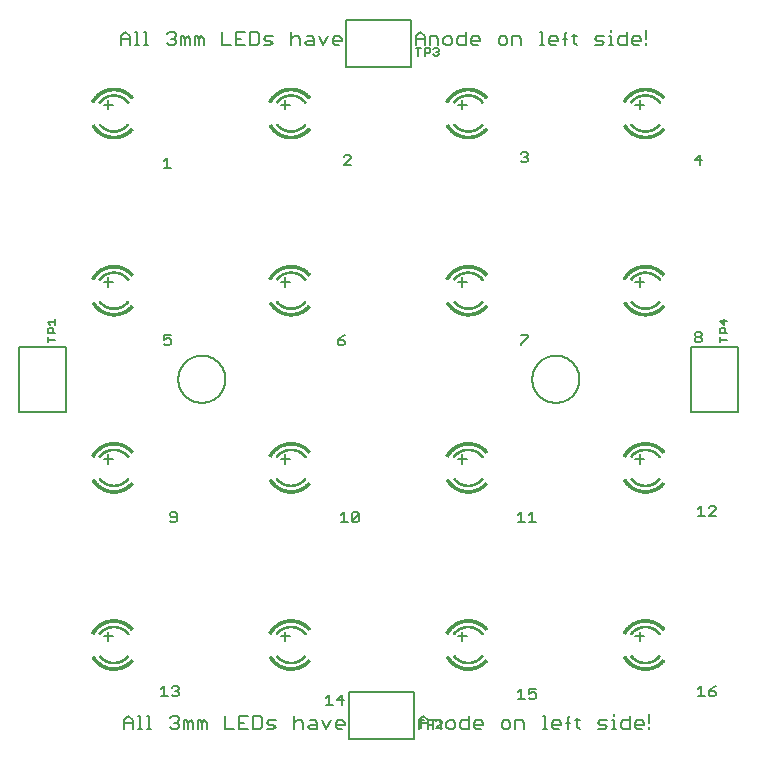
<source format=gbr>
G04 EAGLE Gerber RS-274X export*
G75*
%MOMM*%
%FSLAX34Y34*%
%LPD*%
%INSilkscreen Top*%
%IPPOS*%
%AMOC8*
5,1,8,0,0,1.08239X$1,22.5*%
G01*
%ADD10C,0.152400*%
%ADD11C,0.127000*%
%ADD12C,0.015238*%
%ADD13C,0.025400*%
%ADD14C,0.203200*%


D10*
X-218293Y282702D02*
X-218293Y290159D01*
X-214564Y293888D01*
X-210836Y290159D01*
X-210836Y282702D01*
X-210836Y288295D02*
X-218293Y288295D01*
X-206599Y293888D02*
X-204735Y293888D01*
X-204735Y282702D01*
X-206599Y282702D02*
X-202870Y282702D01*
X-198803Y293888D02*
X-196939Y293888D01*
X-196939Y282702D01*
X-198803Y282702D02*
X-195074Y282702D01*
X-179313Y292023D02*
X-177449Y293888D01*
X-173720Y293888D01*
X-171856Y292023D01*
X-171856Y290159D01*
X-173720Y288295D01*
X-175585Y288295D01*
X-173720Y288295D02*
X-171856Y286431D01*
X-171856Y284566D01*
X-173720Y282702D01*
X-177449Y282702D01*
X-179313Y284566D01*
X-167619Y282702D02*
X-167619Y290159D01*
X-165755Y290159D01*
X-163891Y288295D01*
X-163891Y282702D01*
X-163891Y288295D02*
X-162026Y290159D01*
X-160162Y288295D01*
X-160162Y282702D01*
X-155925Y282702D02*
X-155925Y290159D01*
X-154061Y290159D01*
X-152197Y288295D01*
X-152197Y282702D01*
X-152197Y288295D02*
X-150332Y290159D01*
X-148468Y288295D01*
X-148468Y282702D01*
X-132537Y282702D02*
X-132537Y293888D01*
X-132537Y282702D02*
X-125080Y282702D01*
X-120843Y293888D02*
X-113386Y293888D01*
X-120843Y293888D02*
X-120843Y282702D01*
X-113386Y282702D01*
X-117115Y288295D02*
X-120843Y288295D01*
X-109149Y293888D02*
X-109149Y282702D01*
X-103556Y282702D01*
X-101692Y284566D01*
X-101692Y292023D01*
X-103556Y293888D01*
X-109149Y293888D01*
X-97455Y282702D02*
X-91862Y282702D01*
X-89998Y284566D01*
X-91862Y286431D01*
X-95591Y286431D01*
X-97455Y288295D01*
X-95591Y290159D01*
X-89998Y290159D01*
X-74067Y293888D02*
X-74067Y282702D01*
X-74067Y288295D02*
X-72203Y290159D01*
X-68475Y290159D01*
X-66610Y288295D01*
X-66610Y282702D01*
X-60509Y290159D02*
X-56781Y290159D01*
X-54916Y288295D01*
X-54916Y282702D01*
X-60509Y282702D01*
X-62373Y284566D01*
X-60509Y286431D01*
X-54916Y286431D01*
X-50679Y290159D02*
X-46951Y282702D01*
X-43222Y290159D01*
X-37121Y282702D02*
X-33393Y282702D01*
X-37121Y282702D02*
X-38985Y284566D01*
X-38985Y288295D01*
X-37121Y290159D01*
X-33393Y290159D01*
X-31528Y288295D01*
X-31528Y286431D01*
X-38985Y286431D01*
X31178Y290159D02*
X31178Y282702D01*
X31178Y290159D02*
X34907Y293888D01*
X38635Y290159D01*
X38635Y282702D01*
X38635Y288295D02*
X31178Y288295D01*
X42872Y290159D02*
X42872Y282702D01*
X42872Y290159D02*
X48465Y290159D01*
X50329Y288295D01*
X50329Y282702D01*
X56431Y282702D02*
X60159Y282702D01*
X62023Y284566D01*
X62023Y288295D01*
X60159Y290159D01*
X56431Y290159D01*
X54566Y288295D01*
X54566Y284566D01*
X56431Y282702D01*
X73717Y282702D02*
X73717Y293888D01*
X73717Y282702D02*
X68125Y282702D01*
X66260Y284566D01*
X66260Y288295D01*
X68125Y290159D01*
X73717Y290159D01*
X79819Y282702D02*
X83547Y282702D01*
X79819Y282702D02*
X77954Y284566D01*
X77954Y288295D01*
X79819Y290159D01*
X83547Y290159D01*
X85411Y288295D01*
X85411Y286431D01*
X77954Y286431D01*
X103207Y282702D02*
X106935Y282702D01*
X108799Y284566D01*
X108799Y288295D01*
X106935Y290159D01*
X103207Y290159D01*
X101342Y288295D01*
X101342Y284566D01*
X103207Y282702D01*
X113036Y282702D02*
X113036Y290159D01*
X118629Y290159D01*
X120493Y288295D01*
X120493Y282702D01*
X136424Y293888D02*
X138288Y293888D01*
X138288Y282702D01*
X136424Y282702D02*
X140153Y282702D01*
X146084Y282702D02*
X149813Y282702D01*
X146084Y282702D02*
X144220Y284566D01*
X144220Y288295D01*
X146084Y290159D01*
X149813Y290159D01*
X151677Y288295D01*
X151677Y286431D01*
X144220Y286431D01*
X157778Y282702D02*
X157778Y292023D01*
X159643Y293888D01*
X159643Y288295D02*
X155914Y288295D01*
X165574Y292023D02*
X165574Y284566D01*
X167439Y282702D01*
X167439Y290159D02*
X163710Y290159D01*
X183200Y282702D02*
X188793Y282702D01*
X190657Y284566D01*
X188793Y286431D01*
X185064Y286431D01*
X183200Y288295D01*
X185064Y290159D01*
X190657Y290159D01*
X194894Y290159D02*
X196758Y290159D01*
X196758Y282702D01*
X194894Y282702D02*
X198622Y282702D01*
X196758Y293888D02*
X196758Y295752D01*
X210147Y293888D02*
X210147Y282702D01*
X204554Y282702D01*
X202690Y284566D01*
X202690Y288295D01*
X204554Y290159D01*
X210147Y290159D01*
X216248Y282702D02*
X219977Y282702D01*
X216248Y282702D02*
X214384Y284566D01*
X214384Y288295D01*
X216248Y290159D01*
X219977Y290159D01*
X221841Y288295D01*
X221841Y286431D01*
X214384Y286431D01*
X226078Y284566D02*
X226078Y282702D01*
X226078Y288295D02*
X226078Y295752D01*
D11*
X-179279Y187333D02*
X-182245Y184367D01*
X-179279Y187333D02*
X-179279Y178435D01*
X-182245Y178435D02*
X-176313Y178435D01*
X-29845Y180975D02*
X-23913Y180975D01*
X-29845Y180975D02*
X-23913Y186907D01*
X-23913Y188390D01*
X-25396Y189873D01*
X-28362Y189873D01*
X-29845Y188390D01*
X120015Y190930D02*
X121498Y192413D01*
X124464Y192413D01*
X125947Y190930D01*
X125947Y189447D01*
X124464Y187964D01*
X122981Y187964D01*
X124464Y187964D02*
X125947Y186481D01*
X125947Y184998D01*
X124464Y183515D01*
X121498Y183515D01*
X120015Y184998D01*
X271784Y180975D02*
X271784Y189873D01*
X267335Y185424D01*
X273267Y185424D01*
X-176313Y37473D02*
X-182245Y37473D01*
X-182245Y33024D01*
X-179279Y34507D01*
X-177796Y34507D01*
X-176313Y33024D01*
X-176313Y30058D01*
X-177796Y28575D01*
X-180762Y28575D01*
X-182245Y30058D01*
X-31959Y35990D02*
X-28993Y37473D01*
X-31959Y35990D02*
X-34925Y33024D01*
X-34925Y30058D01*
X-33442Y28575D01*
X-30476Y28575D01*
X-28993Y30058D01*
X-28993Y31541D01*
X-30476Y33024D01*
X-34925Y33024D01*
X120015Y37473D02*
X125947Y37473D01*
X125947Y35990D01*
X120015Y30058D01*
X120015Y28575D01*
X267335Y38530D02*
X268818Y40013D01*
X271784Y40013D01*
X273267Y38530D01*
X273267Y37047D01*
X271784Y35564D01*
X273267Y34081D01*
X273267Y32598D01*
X271784Y31115D01*
X268818Y31115D01*
X267335Y32598D01*
X267335Y34081D01*
X268818Y35564D01*
X267335Y37047D01*
X267335Y38530D01*
X268818Y35564D02*
X271784Y35564D01*
X-175682Y-121285D02*
X-177165Y-119802D01*
X-175682Y-121285D02*
X-172716Y-121285D01*
X-171233Y-119802D01*
X-171233Y-113870D01*
X-172716Y-112387D01*
X-175682Y-112387D01*
X-177165Y-113870D01*
X-177165Y-115353D01*
X-175682Y-116836D01*
X-171233Y-116836D01*
X-32385Y-115353D02*
X-29419Y-112387D01*
X-29419Y-121285D01*
X-32385Y-121285D02*
X-26453Y-121285D01*
X-23030Y-119802D02*
X-23030Y-113870D01*
X-21547Y-112387D01*
X-18581Y-112387D01*
X-17098Y-113870D01*
X-17098Y-119802D01*
X-18581Y-121285D01*
X-21547Y-121285D01*
X-23030Y-119802D01*
X-17098Y-113870D01*
X117475Y-115353D02*
X120441Y-112387D01*
X120441Y-121285D01*
X117475Y-121285D02*
X123407Y-121285D01*
X126830Y-115353D02*
X129796Y-112387D01*
X129796Y-121285D01*
X126830Y-121285D02*
X132762Y-121285D01*
X269875Y-110273D02*
X272841Y-107307D01*
X272841Y-116205D01*
X269875Y-116205D02*
X275807Y-116205D01*
X279230Y-116205D02*
X285162Y-116205D01*
X279230Y-116205D02*
X285162Y-110273D01*
X285162Y-108790D01*
X283679Y-107307D01*
X280713Y-107307D01*
X279230Y-108790D01*
X-181819Y-259707D02*
X-184785Y-262673D01*
X-181819Y-259707D02*
X-181819Y-268605D01*
X-184785Y-268605D02*
X-178853Y-268605D01*
X-175430Y-261190D02*
X-173947Y-259707D01*
X-170981Y-259707D01*
X-169498Y-261190D01*
X-169498Y-262673D01*
X-170981Y-264156D01*
X-172464Y-264156D01*
X-170981Y-264156D02*
X-169498Y-265639D01*
X-169498Y-267122D01*
X-170981Y-268605D01*
X-173947Y-268605D01*
X-175430Y-267122D01*
X-45085Y-270293D02*
X-42119Y-267327D01*
X-42119Y-276225D01*
X-45085Y-276225D02*
X-39153Y-276225D01*
X-31281Y-276225D02*
X-31281Y-267327D01*
X-35730Y-271776D01*
X-29798Y-271776D01*
X117475Y-265213D02*
X120441Y-262247D01*
X120441Y-271145D01*
X117475Y-271145D02*
X123407Y-271145D01*
X126830Y-262247D02*
X132762Y-262247D01*
X126830Y-262247D02*
X126830Y-266696D01*
X129796Y-265213D01*
X131279Y-265213D01*
X132762Y-266696D01*
X132762Y-269662D01*
X131279Y-271145D01*
X128313Y-271145D01*
X126830Y-269662D01*
X269875Y-262673D02*
X272841Y-259707D01*
X272841Y-268605D01*
X269875Y-268605D02*
X275807Y-268605D01*
X282196Y-261190D02*
X285162Y-259707D01*
X282196Y-261190D02*
X279230Y-264156D01*
X279230Y-267122D01*
X280713Y-268605D01*
X283679Y-268605D01*
X285162Y-267122D01*
X285162Y-265639D01*
X283679Y-264156D01*
X279230Y-264156D01*
D10*
X-215753Y-288961D02*
X-215753Y-296418D01*
X-215753Y-288961D02*
X-212024Y-285232D01*
X-208296Y-288961D01*
X-208296Y-296418D01*
X-208296Y-290825D02*
X-215753Y-290825D01*
X-204059Y-285232D02*
X-202195Y-285232D01*
X-202195Y-296418D01*
X-204059Y-296418D02*
X-200330Y-296418D01*
X-196263Y-285232D02*
X-194399Y-285232D01*
X-194399Y-296418D01*
X-196263Y-296418D02*
X-192534Y-296418D01*
X-176773Y-287097D02*
X-174909Y-285232D01*
X-171180Y-285232D01*
X-169316Y-287097D01*
X-169316Y-288961D01*
X-171180Y-290825D01*
X-173045Y-290825D01*
X-171180Y-290825D02*
X-169316Y-292690D01*
X-169316Y-294554D01*
X-171180Y-296418D01*
X-174909Y-296418D01*
X-176773Y-294554D01*
X-165079Y-296418D02*
X-165079Y-288961D01*
X-163215Y-288961D01*
X-161351Y-290825D01*
X-161351Y-296418D01*
X-161351Y-290825D02*
X-159486Y-288961D01*
X-157622Y-290825D01*
X-157622Y-296418D01*
X-153385Y-296418D02*
X-153385Y-288961D01*
X-151521Y-288961D01*
X-149657Y-290825D01*
X-149657Y-296418D01*
X-149657Y-290825D02*
X-147792Y-288961D01*
X-145928Y-290825D01*
X-145928Y-296418D01*
X-129997Y-296418D02*
X-129997Y-285232D01*
X-129997Y-296418D02*
X-122540Y-296418D01*
X-118303Y-285232D02*
X-110846Y-285232D01*
X-118303Y-285232D02*
X-118303Y-296418D01*
X-110846Y-296418D01*
X-114575Y-290825D02*
X-118303Y-290825D01*
X-106609Y-285232D02*
X-106609Y-296418D01*
X-101016Y-296418D01*
X-99152Y-294554D01*
X-99152Y-287097D01*
X-101016Y-285232D01*
X-106609Y-285232D01*
X-94915Y-296418D02*
X-89322Y-296418D01*
X-87458Y-294554D01*
X-89322Y-292690D01*
X-93051Y-292690D01*
X-94915Y-290825D01*
X-93051Y-288961D01*
X-87458Y-288961D01*
X-71527Y-285232D02*
X-71527Y-296418D01*
X-71527Y-290825D02*
X-69663Y-288961D01*
X-65935Y-288961D01*
X-64070Y-290825D01*
X-64070Y-296418D01*
X-57969Y-288961D02*
X-54241Y-288961D01*
X-52376Y-290825D01*
X-52376Y-296418D01*
X-57969Y-296418D01*
X-59833Y-294554D01*
X-57969Y-292690D01*
X-52376Y-292690D01*
X-48139Y-288961D02*
X-44411Y-296418D01*
X-40682Y-288961D01*
X-34581Y-296418D02*
X-30853Y-296418D01*
X-34581Y-296418D02*
X-36445Y-294554D01*
X-36445Y-290825D01*
X-34581Y-288961D01*
X-30853Y-288961D01*
X-28988Y-290825D01*
X-28988Y-292690D01*
X-36445Y-292690D01*
X33718Y-296418D02*
X33718Y-288961D01*
X37447Y-285232D01*
X41175Y-288961D01*
X41175Y-296418D01*
X41175Y-290825D02*
X33718Y-290825D01*
X45412Y-288961D02*
X45412Y-296418D01*
X45412Y-288961D02*
X51005Y-288961D01*
X52869Y-290825D01*
X52869Y-296418D01*
X58971Y-296418D02*
X62699Y-296418D01*
X64563Y-294554D01*
X64563Y-290825D01*
X62699Y-288961D01*
X58971Y-288961D01*
X57106Y-290825D01*
X57106Y-294554D01*
X58971Y-296418D01*
X76257Y-296418D02*
X76257Y-285232D01*
X76257Y-296418D02*
X70665Y-296418D01*
X68800Y-294554D01*
X68800Y-290825D01*
X70665Y-288961D01*
X76257Y-288961D01*
X82359Y-296418D02*
X86087Y-296418D01*
X82359Y-296418D02*
X80494Y-294554D01*
X80494Y-290825D01*
X82359Y-288961D01*
X86087Y-288961D01*
X87951Y-290825D01*
X87951Y-292690D01*
X80494Y-292690D01*
X105747Y-296418D02*
X109475Y-296418D01*
X111339Y-294554D01*
X111339Y-290825D01*
X109475Y-288961D01*
X105747Y-288961D01*
X103882Y-290825D01*
X103882Y-294554D01*
X105747Y-296418D01*
X115576Y-296418D02*
X115576Y-288961D01*
X121169Y-288961D01*
X123033Y-290825D01*
X123033Y-296418D01*
X138964Y-285232D02*
X140828Y-285232D01*
X140828Y-296418D01*
X138964Y-296418D02*
X142693Y-296418D01*
X148624Y-296418D02*
X152353Y-296418D01*
X148624Y-296418D02*
X146760Y-294554D01*
X146760Y-290825D01*
X148624Y-288961D01*
X152353Y-288961D01*
X154217Y-290825D01*
X154217Y-292690D01*
X146760Y-292690D01*
X160318Y-296418D02*
X160318Y-287097D01*
X162183Y-285232D01*
X162183Y-290825D02*
X158454Y-290825D01*
X168114Y-287097D02*
X168114Y-294554D01*
X169979Y-296418D01*
X169979Y-288961D02*
X166250Y-288961D01*
X185740Y-296418D02*
X191333Y-296418D01*
X193197Y-294554D01*
X191333Y-292690D01*
X187604Y-292690D01*
X185740Y-290825D01*
X187604Y-288961D01*
X193197Y-288961D01*
X197434Y-288961D02*
X199298Y-288961D01*
X199298Y-296418D01*
X197434Y-296418D02*
X201162Y-296418D01*
X199298Y-285232D02*
X199298Y-283368D01*
X212687Y-285232D02*
X212687Y-296418D01*
X207094Y-296418D01*
X205230Y-294554D01*
X205230Y-290825D01*
X207094Y-288961D01*
X212687Y-288961D01*
X218788Y-296418D02*
X222517Y-296418D01*
X218788Y-296418D02*
X216924Y-294554D01*
X216924Y-290825D01*
X218788Y-288961D01*
X222517Y-288961D01*
X224381Y-290825D01*
X224381Y-292690D01*
X216924Y-292690D01*
X228618Y-294554D02*
X228618Y-296418D01*
X228618Y-290825D02*
X228618Y-283368D01*
D12*
X238195Y234598D02*
X237078Y233801D01*
X237079Y233801D02*
X236870Y234083D01*
X236654Y234360D01*
X236432Y234631D01*
X236204Y234897D01*
X235969Y235158D01*
X235728Y235413D01*
X235480Y235661D01*
X235227Y235904D01*
X234968Y236141D01*
X234704Y236371D01*
X234433Y236595D01*
X234158Y236812D01*
X233878Y237023D01*
X233592Y237227D01*
X233302Y237424D01*
X233007Y237614D01*
X232707Y237796D01*
X232403Y237972D01*
X232095Y238140D01*
X231783Y238300D01*
X231468Y238453D01*
X231148Y238598D01*
X230826Y238736D01*
X230500Y238866D01*
X230171Y238988D01*
X229839Y239102D01*
X229504Y239207D01*
X229168Y239305D01*
X228828Y239395D01*
X228487Y239476D01*
X228144Y239549D01*
X227799Y239614D01*
X227453Y239671D01*
X227106Y239719D01*
X226757Y239759D01*
X226408Y239790D01*
X226058Y239813D01*
X225707Y239828D01*
X225356Y239834D01*
X225356Y241205D01*
X225356Y241206D01*
X225741Y241199D01*
X226124Y241184D01*
X226508Y241159D01*
X226891Y241124D01*
X227272Y241081D01*
X227653Y241028D01*
X228032Y240966D01*
X228410Y240895D01*
X228786Y240815D01*
X229160Y240726D01*
X229531Y240628D01*
X229900Y240521D01*
X230266Y240405D01*
X230630Y240281D01*
X230990Y240147D01*
X231347Y240005D01*
X231701Y239854D01*
X232050Y239695D01*
X232396Y239528D01*
X232738Y239352D01*
X233075Y239168D01*
X233408Y238976D01*
X233736Y238776D01*
X234059Y238568D01*
X234377Y238352D01*
X234690Y238129D01*
X234997Y237898D01*
X235299Y237660D01*
X235595Y237415D01*
X235884Y237162D01*
X236168Y236903D01*
X236445Y236637D01*
X236716Y236364D01*
X236980Y236085D01*
X237237Y235800D01*
X237488Y235508D01*
X237731Y235211D01*
X237967Y234907D01*
X238195Y234598D01*
X238079Y234515D01*
X237852Y234821D01*
X237619Y235122D01*
X237378Y235417D01*
X237129Y235706D01*
X236875Y235988D01*
X236613Y236265D01*
X236345Y236535D01*
X236070Y236799D01*
X235789Y237056D01*
X235502Y237306D01*
X235209Y237549D01*
X234910Y237785D01*
X234605Y238014D01*
X234295Y238235D01*
X233980Y238448D01*
X233660Y238655D01*
X233335Y238853D01*
X233005Y239043D01*
X232671Y239225D01*
X232332Y239400D01*
X231990Y239566D01*
X231643Y239723D01*
X231293Y239873D01*
X230939Y240014D01*
X230582Y240146D01*
X230222Y240269D01*
X229859Y240384D01*
X229493Y240490D01*
X229125Y240587D01*
X228755Y240676D01*
X228382Y240755D01*
X228008Y240825D01*
X227632Y240887D01*
X227255Y240939D01*
X226877Y240982D01*
X226497Y241016D01*
X226118Y241041D01*
X225737Y241056D01*
X225356Y241063D01*
X225356Y240920D01*
X225734Y240913D01*
X226111Y240898D01*
X226487Y240873D01*
X226863Y240840D01*
X227238Y240797D01*
X227611Y240745D01*
X227984Y240685D01*
X228355Y240615D01*
X228724Y240536D01*
X229091Y240449D01*
X229455Y240352D01*
X229818Y240247D01*
X230177Y240133D01*
X230534Y240011D01*
X230888Y239880D01*
X231239Y239740D01*
X231586Y239593D01*
X231929Y239436D01*
X232269Y239272D01*
X232604Y239099D01*
X232935Y238918D01*
X233262Y238730D01*
X233584Y238533D01*
X233901Y238329D01*
X234214Y238117D01*
X234521Y237898D01*
X234822Y237672D01*
X235118Y237438D01*
X235409Y237197D01*
X235693Y236949D01*
X235972Y236695D01*
X236244Y236434D01*
X236510Y236166D01*
X236769Y235892D01*
X237022Y235612D01*
X237268Y235325D01*
X237506Y235033D01*
X237738Y234735D01*
X237963Y234432D01*
X237846Y234349D01*
X237624Y234650D01*
X237394Y234945D01*
X237158Y235234D01*
X236914Y235517D01*
X236664Y235795D01*
X236407Y236067D01*
X236143Y236332D01*
X235874Y236591D01*
X235598Y236843D01*
X235316Y237088D01*
X235028Y237327D01*
X234735Y237559D01*
X234436Y237783D01*
X234132Y238000D01*
X233822Y238210D01*
X233508Y238412D01*
X233189Y238607D01*
X232865Y238794D01*
X232537Y238973D01*
X232205Y239144D01*
X231868Y239307D01*
X231528Y239462D01*
X231184Y239608D01*
X230837Y239746D01*
X230486Y239876D01*
X230133Y239998D01*
X229776Y240110D01*
X229417Y240214D01*
X229056Y240310D01*
X228692Y240397D01*
X228327Y240475D01*
X227959Y240544D01*
X227591Y240604D01*
X227220Y240655D01*
X226849Y240697D01*
X226477Y240731D01*
X226104Y240755D01*
X225730Y240770D01*
X225356Y240777D01*
X225356Y240634D01*
X225727Y240628D01*
X226097Y240612D01*
X226466Y240588D01*
X226835Y240555D01*
X227203Y240513D01*
X227570Y240462D01*
X227935Y240403D01*
X228299Y240334D01*
X228661Y240257D01*
X229021Y240171D01*
X229380Y240077D01*
X229735Y239973D01*
X230088Y239862D01*
X230438Y239742D01*
X230786Y239613D01*
X231130Y239476D01*
X231470Y239331D01*
X231808Y239177D01*
X232141Y239016D01*
X232470Y238846D01*
X232795Y238669D01*
X233116Y238484D01*
X233432Y238291D01*
X233743Y238091D01*
X234050Y237883D01*
X234351Y237668D01*
X234647Y237445D01*
X234938Y237216D01*
X235223Y236980D01*
X235502Y236736D01*
X235776Y236487D01*
X236043Y236230D01*
X236304Y235967D01*
X236558Y235698D01*
X236806Y235423D01*
X237048Y235143D01*
X237282Y234856D01*
X237509Y234564D01*
X237730Y234266D01*
X237613Y234183D01*
X237395Y234478D01*
X237170Y234767D01*
X236938Y235051D01*
X236699Y235329D01*
X236453Y235602D01*
X236201Y235868D01*
X235942Y236129D01*
X235678Y236382D01*
X235407Y236630D01*
X235130Y236871D01*
X234848Y237105D01*
X234560Y237332D01*
X234267Y237553D01*
X233968Y237766D01*
X233664Y237972D01*
X233356Y238170D01*
X233043Y238361D01*
X232725Y238544D01*
X232403Y238720D01*
X232077Y238888D01*
X231747Y239048D01*
X231413Y239200D01*
X231075Y239344D01*
X230735Y239479D01*
X230391Y239607D01*
X230044Y239726D01*
X229694Y239837D01*
X229342Y239939D01*
X228987Y240032D01*
X228630Y240117D01*
X228271Y240194D01*
X227911Y240262D01*
X227549Y240321D01*
X227185Y240371D01*
X226821Y240413D01*
X226456Y240445D01*
X226090Y240469D01*
X225723Y240485D01*
X225356Y240491D01*
X225356Y240348D01*
X225720Y240342D01*
X226083Y240327D01*
X226445Y240303D01*
X226807Y240270D01*
X227168Y240229D01*
X227528Y240179D01*
X227887Y240121D01*
X228244Y240054D01*
X228599Y239978D01*
X228952Y239894D01*
X229304Y239801D01*
X229653Y239700D01*
X229999Y239590D01*
X230343Y239472D01*
X230683Y239346D01*
X231021Y239211D01*
X231355Y239069D01*
X231686Y238918D01*
X232013Y238760D01*
X232336Y238594D01*
X232655Y238420D01*
X232970Y238238D01*
X233280Y238049D01*
X233585Y237852D01*
X233886Y237648D01*
X234182Y237437D01*
X234472Y237219D01*
X234758Y236994D01*
X235037Y236762D01*
X235311Y236524D01*
X235580Y236278D01*
X235842Y236027D01*
X236098Y235769D01*
X236348Y235505D01*
X236591Y235235D01*
X236828Y234960D01*
X237058Y234678D01*
X237281Y234392D01*
X237497Y234100D01*
X237381Y234017D01*
X237167Y234306D01*
X236945Y234590D01*
X236718Y234868D01*
X236483Y235141D01*
X236242Y235409D01*
X235995Y235670D01*
X235741Y235925D01*
X235481Y236174D01*
X235216Y236417D01*
X234944Y236653D01*
X234667Y236883D01*
X234385Y237106D01*
X234097Y237322D01*
X233804Y237531D01*
X233507Y237733D01*
X233204Y237928D01*
X232897Y238115D01*
X232585Y238295D01*
X232269Y238467D01*
X231949Y238632D01*
X231625Y238789D01*
X231298Y238938D01*
X230967Y239079D01*
X230632Y239212D01*
X230295Y239337D01*
X229955Y239454D01*
X229611Y239563D01*
X229266Y239663D01*
X228918Y239755D01*
X228568Y239838D01*
X228216Y239913D01*
X227862Y239980D01*
X227507Y240038D01*
X227151Y240087D01*
X226793Y240128D01*
X226435Y240160D01*
X226076Y240184D01*
X225716Y240199D01*
X225356Y240205D01*
X225356Y240062D01*
X225713Y240056D01*
X226069Y240041D01*
X226424Y240018D01*
X226779Y239986D01*
X227133Y239945D01*
X227486Y239896D01*
X227838Y239839D01*
X228188Y239773D01*
X228537Y239699D01*
X228883Y239616D01*
X229228Y239525D01*
X229570Y239426D01*
X229910Y239318D01*
X230247Y239202D01*
X230581Y239079D01*
X230912Y238947D01*
X231240Y238807D01*
X231565Y238660D01*
X231885Y238504D01*
X232202Y238341D01*
X232515Y238170D01*
X232824Y237992D01*
X233128Y237807D01*
X233428Y237614D01*
X233723Y237414D01*
X234013Y237207D01*
X234298Y236993D01*
X234577Y236772D01*
X234852Y236545D01*
X235120Y236311D01*
X235383Y236070D01*
X235641Y235824D01*
X235892Y235571D01*
X236137Y235312D01*
X236375Y235047D01*
X236608Y234777D01*
X236833Y234501D01*
X237052Y234220D01*
X237264Y233934D01*
X237148Y233850D01*
X236938Y234134D01*
X236721Y234412D01*
X236498Y234686D01*
X236268Y234953D01*
X236031Y235215D01*
X235789Y235471D01*
X235540Y235722D01*
X235285Y235966D01*
X235025Y236204D01*
X234759Y236436D01*
X234487Y236661D01*
X234210Y236880D01*
X233928Y237092D01*
X233641Y237297D01*
X233349Y237495D01*
X233052Y237686D01*
X232751Y237869D01*
X232445Y238046D01*
X232135Y238215D01*
X231821Y238376D01*
X231504Y238530D01*
X231183Y238676D01*
X230858Y238815D01*
X230530Y238945D01*
X230199Y239068D01*
X229865Y239182D01*
X229529Y239289D01*
X229190Y239387D01*
X228849Y239477D01*
X228506Y239559D01*
X228161Y239633D01*
X227814Y239698D01*
X227465Y239755D01*
X227116Y239803D01*
X226765Y239843D01*
X226414Y239875D01*
X226062Y239898D01*
X225709Y239913D01*
X225356Y239919D01*
X225205Y241205D02*
X225205Y239833D01*
X225204Y239834D02*
X224853Y239828D01*
X224502Y239813D01*
X224152Y239790D01*
X223802Y239759D01*
X223453Y239719D01*
X223105Y239671D01*
X222759Y239614D01*
X222414Y239549D01*
X222070Y239476D01*
X221729Y239394D01*
X221389Y239304D01*
X221052Y239206D01*
X220717Y239100D01*
X220385Y238986D01*
X220056Y238864D01*
X219730Y238734D01*
X219407Y238596D01*
X219087Y238451D01*
X218771Y238297D01*
X218459Y238137D01*
X218151Y237968D01*
X217847Y237793D01*
X217547Y237610D01*
X217252Y237420D01*
X216961Y237222D01*
X216676Y237018D01*
X216395Y236807D01*
X216120Y236589D01*
X215849Y236365D01*
X215585Y236134D01*
X215326Y235897D01*
X215072Y235654D01*
X214825Y235405D01*
X214584Y235150D01*
X214349Y234889D01*
X214120Y234622D01*
X213898Y234350D01*
X213683Y234073D01*
X212585Y234896D01*
X212821Y235200D01*
X213064Y235498D01*
X213314Y235790D01*
X213572Y236076D01*
X213836Y236356D01*
X214107Y236629D01*
X214384Y236895D01*
X214668Y237155D01*
X214957Y237408D01*
X215253Y237654D01*
X215555Y237892D01*
X215862Y238123D01*
X216175Y238347D01*
X216494Y238563D01*
X216817Y238771D01*
X217145Y238972D01*
X217478Y239164D01*
X217816Y239348D01*
X218158Y239525D01*
X218504Y239692D01*
X218854Y239852D01*
X219208Y240003D01*
X219565Y240145D01*
X219926Y240279D01*
X220289Y240404D01*
X220656Y240520D01*
X221025Y240627D01*
X221397Y240725D01*
X221771Y240815D01*
X222147Y240895D01*
X222525Y240966D01*
X222905Y241028D01*
X223286Y241081D01*
X223668Y241124D01*
X224051Y241159D01*
X224435Y241184D01*
X224819Y241199D01*
X225204Y241206D01*
X225204Y241063D01*
X224823Y241056D01*
X224442Y241041D01*
X224062Y241016D01*
X223682Y240982D01*
X223303Y240939D01*
X222926Y240886D01*
X222550Y240825D01*
X222175Y240755D01*
X221802Y240675D01*
X221432Y240587D01*
X221063Y240489D01*
X220697Y240383D01*
X220334Y240268D01*
X219973Y240144D01*
X219616Y240012D01*
X219262Y239871D01*
X218911Y239721D01*
X218565Y239563D01*
X218222Y239397D01*
X217883Y239222D01*
X217548Y239040D01*
X217218Y238849D01*
X216893Y238650D01*
X216573Y238444D01*
X216257Y238230D01*
X215947Y238008D01*
X215643Y237779D01*
X215344Y237543D01*
X215050Y237299D01*
X214763Y237049D01*
X214482Y236791D01*
X214207Y236527D01*
X213939Y236256D01*
X213677Y235979D01*
X213422Y235696D01*
X213174Y235407D01*
X212933Y235111D01*
X212699Y234810D01*
X212814Y234725D01*
X213045Y235023D01*
X213284Y235315D01*
X213530Y235602D01*
X213783Y235883D01*
X214042Y236157D01*
X214308Y236426D01*
X214580Y236687D01*
X214859Y236942D01*
X215143Y237190D01*
X215434Y237432D01*
X215730Y237666D01*
X216032Y237893D01*
X216339Y238112D01*
X216652Y238325D01*
X216969Y238529D01*
X217291Y238726D01*
X217618Y238915D01*
X217950Y239096D01*
X218286Y239269D01*
X218625Y239434D01*
X218969Y239590D01*
X219316Y239738D01*
X219667Y239878D01*
X220021Y240009D01*
X220378Y240132D01*
X220739Y240246D01*
X221101Y240351D01*
X221466Y240448D01*
X221834Y240536D01*
X222203Y240614D01*
X222574Y240684D01*
X222947Y240745D01*
X223321Y240797D01*
X223696Y240840D01*
X224072Y240873D01*
X224449Y240898D01*
X224826Y240913D01*
X225204Y240920D01*
X225204Y240777D01*
X224830Y240770D01*
X224456Y240755D01*
X224083Y240731D01*
X223710Y240697D01*
X223338Y240655D01*
X222968Y240604D01*
X222598Y240543D01*
X222231Y240474D01*
X221865Y240396D01*
X221501Y240309D01*
X221139Y240214D01*
X220780Y240109D01*
X220423Y239996D01*
X220069Y239875D01*
X219718Y239745D01*
X219371Y239606D01*
X219027Y239459D01*
X218686Y239304D01*
X218350Y239141D01*
X218017Y238970D01*
X217689Y238790D01*
X217365Y238603D01*
X217045Y238408D01*
X216731Y238205D01*
X216421Y237995D01*
X216117Y237778D01*
X215818Y237553D01*
X215524Y237321D01*
X215236Y237082D01*
X214954Y236836D01*
X214678Y236583D01*
X214409Y236324D01*
X214145Y236058D01*
X213888Y235786D01*
X213638Y235508D01*
X213394Y235224D01*
X213158Y234934D01*
X212928Y234639D01*
X213043Y234553D01*
X213270Y234846D01*
X213504Y235133D01*
X213746Y235414D01*
X213994Y235690D01*
X214248Y235959D01*
X214509Y236222D01*
X214777Y236479D01*
X215050Y236729D01*
X215329Y236973D01*
X215614Y237210D01*
X215905Y237440D01*
X216202Y237663D01*
X216503Y237878D01*
X216810Y238086D01*
X217121Y238287D01*
X217438Y238480D01*
X217759Y238666D01*
X218084Y238843D01*
X218413Y239013D01*
X218747Y239175D01*
X219084Y239328D01*
X219425Y239474D01*
X219770Y239611D01*
X220117Y239740D01*
X220468Y239860D01*
X220821Y239972D01*
X221177Y240076D01*
X221535Y240170D01*
X221896Y240256D01*
X222258Y240334D01*
X222623Y240402D01*
X222989Y240462D01*
X223356Y240513D01*
X223724Y240555D01*
X224093Y240588D01*
X224463Y240612D01*
X224833Y240628D01*
X225204Y240634D01*
X225204Y240491D01*
X224837Y240485D01*
X224470Y240469D01*
X224104Y240445D01*
X223738Y240413D01*
X223373Y240371D01*
X223009Y240321D01*
X222647Y240261D01*
X222286Y240193D01*
X221927Y240117D01*
X221570Y240032D01*
X221215Y239938D01*
X220862Y239835D01*
X220512Y239725D01*
X220165Y239605D01*
X219821Y239478D01*
X219480Y239342D01*
X219142Y239198D01*
X218808Y239045D01*
X218477Y238885D01*
X218151Y238717D01*
X217829Y238541D01*
X217511Y238357D01*
X217197Y238166D01*
X216889Y237967D01*
X216585Y237761D01*
X216286Y237547D01*
X215993Y237327D01*
X215705Y237099D01*
X215422Y236864D01*
X215146Y236623D01*
X214875Y236375D01*
X214610Y236121D01*
X214351Y235860D01*
X214099Y235593D01*
X213853Y235320D01*
X213614Y235042D01*
X213382Y234757D01*
X213157Y234467D01*
X213271Y234381D01*
X213495Y234669D01*
X213725Y234950D01*
X213961Y235226D01*
X214205Y235497D01*
X214454Y235761D01*
X214711Y236019D01*
X214973Y236271D01*
X215241Y236517D01*
X215515Y236756D01*
X215795Y236988D01*
X216080Y237214D01*
X216371Y237432D01*
X216667Y237644D01*
X216968Y237848D01*
X217274Y238045D01*
X217584Y238234D01*
X217899Y238416D01*
X218218Y238591D01*
X218541Y238757D01*
X218869Y238916D01*
X219200Y239067D01*
X219534Y239209D01*
X219872Y239344D01*
X220213Y239470D01*
X220557Y239589D01*
X220904Y239698D01*
X221253Y239800D01*
X221604Y239893D01*
X221958Y239977D01*
X222314Y240053D01*
X222671Y240120D01*
X223030Y240179D01*
X223391Y240229D01*
X223752Y240270D01*
X224114Y240303D01*
X224477Y240327D01*
X224840Y240342D01*
X225204Y240348D01*
X225204Y240205D01*
X224844Y240199D01*
X224484Y240184D01*
X224125Y240160D01*
X223766Y240128D01*
X223408Y240087D01*
X223051Y240038D01*
X222696Y239980D01*
X222342Y239913D01*
X221989Y239838D01*
X221639Y239754D01*
X221291Y239662D01*
X220945Y239562D01*
X220602Y239453D01*
X220261Y239336D01*
X219923Y239211D01*
X219589Y239077D01*
X219257Y238936D01*
X218929Y238787D01*
X218605Y238629D01*
X218285Y238464D01*
X217969Y238292D01*
X217657Y238112D01*
X217350Y237924D01*
X217047Y237729D01*
X216749Y237526D01*
X216456Y237317D01*
X216168Y237101D01*
X215885Y236877D01*
X215608Y236647D01*
X215337Y236410D01*
X215071Y236167D01*
X214811Y235918D01*
X214558Y235662D01*
X214310Y235400D01*
X214069Y235132D01*
X213835Y234859D01*
X213607Y234580D01*
X213386Y234296D01*
X213500Y234210D01*
X213719Y234492D01*
X213945Y234768D01*
X214177Y235039D01*
X214416Y235304D01*
X214661Y235563D01*
X214912Y235816D01*
X215169Y236063D01*
X215432Y236304D01*
X215701Y236538D01*
X215976Y236766D01*
X216255Y236987D01*
X216541Y237202D01*
X216831Y237409D01*
X217126Y237610D01*
X217426Y237803D01*
X217730Y237989D01*
X218039Y238167D01*
X218352Y238338D01*
X218669Y238501D01*
X218990Y238657D01*
X219315Y238805D01*
X219643Y238945D01*
X219974Y239077D01*
X220309Y239201D01*
X220646Y239317D01*
X220986Y239425D01*
X221329Y239524D01*
X221674Y239615D01*
X222021Y239698D01*
X222369Y239773D01*
X222720Y239839D01*
X223072Y239896D01*
X223425Y239945D01*
X223780Y239986D01*
X224135Y240018D01*
X224491Y240041D01*
X224847Y240056D01*
X225204Y240062D01*
X225204Y239919D01*
X224851Y239913D01*
X224498Y239898D01*
X224145Y239875D01*
X223794Y239843D01*
X223443Y239803D01*
X223093Y239755D01*
X222744Y239698D01*
X222397Y239632D01*
X222052Y239559D01*
X221708Y239477D01*
X221367Y239386D01*
X221027Y239288D01*
X220691Y239181D01*
X220357Y239066D01*
X220025Y238943D01*
X219697Y238813D01*
X219372Y238674D01*
X219051Y238528D01*
X218733Y238374D01*
X218419Y238212D01*
X218109Y238042D01*
X217803Y237866D01*
X217502Y237682D01*
X217205Y237490D01*
X216913Y237292D01*
X216625Y237087D01*
X216343Y236874D01*
X216066Y236655D01*
X215794Y236430D01*
X215528Y236198D01*
X215267Y235959D01*
X215013Y235715D01*
X214764Y235464D01*
X214521Y235207D01*
X214285Y234945D01*
X214055Y234677D01*
X213831Y234403D01*
X213615Y234124D01*
X225356Y209355D02*
X225356Y210727D01*
X225356Y210726D02*
X225710Y210732D01*
X226063Y210747D01*
X226416Y210770D01*
X226768Y210802D01*
X227120Y210843D01*
X227470Y210892D01*
X227819Y210949D01*
X228167Y211015D01*
X228513Y211090D01*
X228857Y211172D01*
X229198Y211263D01*
X229538Y211363D01*
X229875Y211470D01*
X230209Y211586D01*
X230541Y211710D01*
X230869Y211842D01*
X231194Y211982D01*
X231515Y212129D01*
X231833Y212285D01*
X232147Y212448D01*
X232457Y212619D01*
X232762Y212797D01*
X233064Y212982D01*
X233360Y213175D01*
X233652Y213375D01*
X233939Y213582D01*
X234221Y213796D01*
X234497Y214017D01*
X234768Y214244D01*
X235033Y214478D01*
X235293Y214718D01*
X235547Y214964D01*
X235795Y215217D01*
X236036Y215476D01*
X236271Y215740D01*
X236500Y216010D01*
X236722Y216285D01*
X237804Y215443D01*
X237805Y215443D01*
X237562Y215141D01*
X237311Y214845D01*
X237054Y214556D01*
X236790Y214272D01*
X236518Y213996D01*
X236241Y213726D01*
X235956Y213462D01*
X235666Y213206D01*
X235369Y212957D01*
X235066Y212715D01*
X234757Y212481D01*
X234443Y212254D01*
X234124Y212035D01*
X233799Y211824D01*
X233469Y211621D01*
X233134Y211425D01*
X232795Y211238D01*
X232451Y211060D01*
X232103Y210890D01*
X231751Y210728D01*
X231395Y210575D01*
X231035Y210430D01*
X230672Y210295D01*
X230306Y210168D01*
X229937Y210050D01*
X229565Y209941D01*
X229191Y209842D01*
X228814Y209751D01*
X228435Y209670D01*
X228054Y209598D01*
X227672Y209535D01*
X227288Y209481D01*
X226903Y209437D01*
X226517Y209402D01*
X226131Y209377D01*
X225744Y209361D01*
X225356Y209354D01*
X225356Y209497D01*
X225740Y209504D01*
X226124Y209520D01*
X226507Y209545D01*
X226889Y209579D01*
X227271Y209623D01*
X227651Y209676D01*
X228030Y209738D01*
X228407Y209810D01*
X228782Y209891D01*
X229156Y209980D01*
X229527Y210079D01*
X229895Y210187D01*
X230261Y210304D01*
X230624Y210429D01*
X230984Y210564D01*
X231340Y210707D01*
X231693Y210858D01*
X232042Y211019D01*
X232387Y211187D01*
X232727Y211364D01*
X233064Y211550D01*
X233395Y211743D01*
X233722Y211945D01*
X234044Y212154D01*
X234361Y212371D01*
X234672Y212596D01*
X234978Y212828D01*
X235278Y213068D01*
X235572Y213314D01*
X235860Y213568D01*
X236142Y213829D01*
X236417Y214097D01*
X236686Y214371D01*
X236948Y214652D01*
X237203Y214939D01*
X237451Y215232D01*
X237692Y215531D01*
X237579Y215619D01*
X237340Y215322D01*
X237095Y215032D01*
X236842Y214748D01*
X236582Y214469D01*
X236316Y214198D01*
X236043Y213933D01*
X235764Y213674D01*
X235479Y213423D01*
X235187Y213178D01*
X234890Y212941D01*
X234587Y212710D01*
X234278Y212488D01*
X233964Y212273D01*
X233646Y212065D01*
X233322Y211866D01*
X232993Y211674D01*
X232660Y211491D01*
X232322Y211315D01*
X231980Y211148D01*
X231635Y210989D01*
X231285Y210839D01*
X230932Y210697D01*
X230576Y210564D01*
X230216Y210439D01*
X229854Y210324D01*
X229489Y210217D01*
X229121Y210119D01*
X228751Y210030D01*
X228379Y209950D01*
X228005Y209879D01*
X227630Y209818D01*
X227253Y209765D01*
X226875Y209722D01*
X226496Y209687D01*
X226117Y209662D01*
X225736Y209647D01*
X225356Y209640D01*
X225356Y209783D01*
X225733Y209790D01*
X226110Y209805D01*
X226486Y209830D01*
X226861Y209864D01*
X227236Y209907D01*
X227609Y209959D01*
X227981Y210020D01*
X228351Y210090D01*
X228720Y210170D01*
X229086Y210258D01*
X229450Y210355D01*
X229812Y210461D01*
X230171Y210575D01*
X230527Y210698D01*
X230881Y210830D01*
X231230Y210971D01*
X231577Y211120D01*
X231919Y211277D01*
X232258Y211443D01*
X232592Y211617D01*
X232922Y211798D01*
X233248Y211988D01*
X233569Y212186D01*
X233885Y212392D01*
X234196Y212605D01*
X234501Y212825D01*
X234802Y213053D01*
X235096Y213288D01*
X235385Y213531D01*
X235668Y213780D01*
X235944Y214036D01*
X236215Y214299D01*
X236479Y214568D01*
X236736Y214843D01*
X236986Y215125D01*
X237230Y215413D01*
X237466Y215706D01*
X237353Y215794D01*
X237119Y215503D01*
X236878Y215218D01*
X236630Y214939D01*
X236375Y214666D01*
X236113Y214400D01*
X235846Y214139D01*
X235572Y213886D01*
X235291Y213639D01*
X235005Y213399D01*
X234714Y213166D01*
X234416Y212940D01*
X234113Y212721D01*
X233805Y212510D01*
X233492Y212307D01*
X233174Y212111D01*
X232852Y211923D01*
X232525Y211743D01*
X232193Y211570D01*
X231858Y211406D01*
X231519Y211251D01*
X231176Y211103D01*
X230829Y210964D01*
X230479Y210833D01*
X230126Y210711D01*
X229771Y210597D01*
X229412Y210493D01*
X229051Y210396D01*
X228688Y210309D01*
X228323Y210231D01*
X227956Y210161D01*
X227588Y210100D01*
X227218Y210049D01*
X226847Y210006D01*
X226475Y209973D01*
X226103Y209948D01*
X225729Y209933D01*
X225356Y209926D01*
X225356Y210069D01*
X225726Y210076D01*
X226096Y210091D01*
X226465Y210115D01*
X226833Y210148D01*
X227201Y210191D01*
X227567Y210242D01*
X227932Y210302D01*
X228295Y210371D01*
X228657Y210449D01*
X229017Y210535D01*
X229374Y210630D01*
X229729Y210734D01*
X230081Y210847D01*
X230431Y210968D01*
X230777Y211097D01*
X231121Y211235D01*
X231460Y211381D01*
X231797Y211536D01*
X232129Y211698D01*
X232457Y211869D01*
X232781Y212047D01*
X233101Y212234D01*
X233416Y212428D01*
X233726Y212629D01*
X234031Y212838D01*
X234331Y213055D01*
X234625Y213278D01*
X234914Y213509D01*
X235198Y213747D01*
X235475Y213992D01*
X235747Y214243D01*
X236012Y214501D01*
X236271Y214765D01*
X236524Y215035D01*
X236769Y215312D01*
X237008Y215594D01*
X237240Y215882D01*
X237128Y215970D01*
X236898Y215684D01*
X236661Y215405D01*
X236417Y215131D01*
X236167Y214863D01*
X235911Y214602D01*
X235648Y214346D01*
X235379Y214097D01*
X235104Y213855D01*
X234824Y213620D01*
X234537Y213391D01*
X234246Y213169D01*
X233948Y212955D01*
X233646Y212748D01*
X233339Y212548D01*
X233027Y212356D01*
X232711Y212172D01*
X232390Y211995D01*
X232065Y211826D01*
X231735Y211665D01*
X231402Y211512D01*
X231066Y211367D01*
X230726Y211231D01*
X230383Y211102D01*
X230036Y210982D01*
X229687Y210871D01*
X229336Y210768D01*
X228982Y210674D01*
X228626Y210588D01*
X228267Y210511D01*
X227907Y210443D01*
X227546Y210383D01*
X227183Y210333D01*
X226819Y210291D01*
X226454Y210258D01*
X226088Y210234D01*
X225722Y210218D01*
X225356Y210212D01*
X225356Y210355D01*
X225719Y210361D01*
X226081Y210377D01*
X226444Y210400D01*
X226805Y210433D01*
X227165Y210475D01*
X227525Y210525D01*
X227883Y210584D01*
X228239Y210651D01*
X228594Y210728D01*
X228947Y210812D01*
X229298Y210906D01*
X229646Y211008D01*
X229992Y211118D01*
X230334Y211237D01*
X230674Y211364D01*
X231011Y211499D01*
X231344Y211643D01*
X231674Y211794D01*
X232000Y211953D01*
X232322Y212121D01*
X232640Y212296D01*
X232953Y212479D01*
X233262Y212669D01*
X233567Y212867D01*
X233866Y213072D01*
X234160Y213284D01*
X234449Y213504D01*
X234733Y213730D01*
X235011Y213963D01*
X235283Y214203D01*
X235549Y214450D01*
X235810Y214703D01*
X236064Y214962D01*
X236311Y215227D01*
X236552Y215498D01*
X236787Y215775D01*
X237015Y216058D01*
X236902Y216145D01*
X236676Y215865D01*
X236444Y215591D01*
X236205Y215323D01*
X235960Y215060D01*
X235708Y214804D01*
X235451Y214553D01*
X235187Y214309D01*
X234917Y214071D01*
X234642Y213841D01*
X234361Y213616D01*
X234075Y213399D01*
X233783Y213189D01*
X233487Y212986D01*
X233186Y212790D01*
X232880Y212601D01*
X232569Y212420D01*
X232255Y212247D01*
X231936Y212081D01*
X231613Y211923D01*
X231286Y211773D01*
X230956Y211631D01*
X230623Y211497D01*
X230286Y211372D01*
X229947Y211254D01*
X229604Y211145D01*
X229259Y211044D01*
X228912Y210951D01*
X228563Y210867D01*
X228211Y210792D01*
X227858Y210725D01*
X227504Y210666D01*
X227148Y210616D01*
X226791Y210575D01*
X226433Y210543D01*
X226074Y210519D01*
X225715Y210504D01*
X225356Y210498D01*
X225356Y210641D01*
X225712Y210647D01*
X226067Y210662D01*
X226422Y210686D01*
X226777Y210718D01*
X227130Y210758D01*
X227483Y210808D01*
X227834Y210865D01*
X228183Y210932D01*
X228531Y211007D01*
X228877Y211090D01*
X229221Y211182D01*
X229563Y211281D01*
X229902Y211390D01*
X230238Y211506D01*
X230571Y211631D01*
X230901Y211763D01*
X231228Y211904D01*
X231552Y212053D01*
X231871Y212209D01*
X232187Y212373D01*
X232499Y212545D01*
X232806Y212724D01*
X233109Y212910D01*
X233407Y213104D01*
X233701Y213306D01*
X233990Y213514D01*
X234273Y213729D01*
X234551Y213951D01*
X234824Y214180D01*
X235091Y214415D01*
X235352Y214657D01*
X235607Y214904D01*
X235856Y215159D01*
X236099Y215419D01*
X236336Y215684D01*
X236566Y215956D01*
X236789Y216233D01*
X212756Y215443D02*
X213839Y216286D01*
X213838Y216285D02*
X214060Y216010D01*
X214289Y215740D01*
X214524Y215476D01*
X214765Y215217D01*
X215013Y214964D01*
X215267Y214718D01*
X215527Y214478D01*
X215792Y214244D01*
X216063Y214017D01*
X216339Y213796D01*
X216621Y213582D01*
X216908Y213375D01*
X217200Y213175D01*
X217496Y212982D01*
X217798Y212797D01*
X218103Y212619D01*
X218413Y212448D01*
X218727Y212285D01*
X219045Y212129D01*
X219366Y211982D01*
X219691Y211842D01*
X220019Y211710D01*
X220351Y211586D01*
X220685Y211470D01*
X221022Y211363D01*
X221362Y211263D01*
X221703Y211172D01*
X222047Y211090D01*
X222393Y211015D01*
X222741Y210949D01*
X223090Y210892D01*
X223440Y210843D01*
X223792Y210802D01*
X224144Y210770D01*
X224497Y210747D01*
X224850Y210732D01*
X225204Y210726D01*
X225204Y209355D01*
X225204Y209354D01*
X224816Y209361D01*
X224429Y209377D01*
X224043Y209402D01*
X223657Y209437D01*
X223272Y209481D01*
X222888Y209535D01*
X222506Y209598D01*
X222125Y209670D01*
X221746Y209751D01*
X221369Y209842D01*
X220995Y209941D01*
X220623Y210050D01*
X220254Y210168D01*
X219888Y210295D01*
X219525Y210430D01*
X219165Y210575D01*
X218809Y210728D01*
X218457Y210890D01*
X218109Y211060D01*
X217765Y211238D01*
X217426Y211425D01*
X217091Y211621D01*
X216761Y211824D01*
X216436Y212035D01*
X216117Y212254D01*
X215803Y212481D01*
X215494Y212715D01*
X215191Y212957D01*
X214894Y213206D01*
X214604Y213462D01*
X214319Y213726D01*
X214042Y213996D01*
X213770Y214272D01*
X213506Y214556D01*
X213249Y214845D01*
X212998Y215141D01*
X212755Y215443D01*
X212868Y215531D01*
X213109Y215232D01*
X213357Y214939D01*
X213612Y214652D01*
X213874Y214371D01*
X214143Y214097D01*
X214418Y213829D01*
X214700Y213568D01*
X214988Y213314D01*
X215282Y213068D01*
X215582Y212828D01*
X215888Y212596D01*
X216199Y212371D01*
X216516Y212154D01*
X216838Y211945D01*
X217165Y211743D01*
X217496Y211550D01*
X217833Y211364D01*
X218173Y211187D01*
X218518Y211019D01*
X218867Y210858D01*
X219220Y210707D01*
X219576Y210564D01*
X219936Y210429D01*
X220299Y210304D01*
X220665Y210187D01*
X221033Y210079D01*
X221404Y209980D01*
X221778Y209891D01*
X222153Y209810D01*
X222530Y209738D01*
X222909Y209676D01*
X223289Y209623D01*
X223671Y209579D01*
X224053Y209545D01*
X224436Y209520D01*
X224820Y209504D01*
X225204Y209497D01*
X225204Y209640D01*
X224824Y209647D01*
X224443Y209662D01*
X224064Y209687D01*
X223685Y209722D01*
X223307Y209765D01*
X222930Y209818D01*
X222555Y209879D01*
X222181Y209950D01*
X221809Y210030D01*
X221439Y210119D01*
X221071Y210217D01*
X220706Y210324D01*
X220344Y210439D01*
X219984Y210564D01*
X219628Y210697D01*
X219275Y210839D01*
X218925Y210989D01*
X218580Y211148D01*
X218238Y211315D01*
X217900Y211491D01*
X217567Y211674D01*
X217238Y211866D01*
X216914Y212065D01*
X216596Y212273D01*
X216282Y212488D01*
X215973Y212710D01*
X215670Y212941D01*
X215373Y213178D01*
X215081Y213423D01*
X214796Y213674D01*
X214517Y213933D01*
X214244Y214198D01*
X213978Y214469D01*
X213718Y214748D01*
X213465Y215032D01*
X213220Y215322D01*
X212981Y215619D01*
X213094Y215706D01*
X213330Y215413D01*
X213574Y215125D01*
X213824Y214843D01*
X214081Y214568D01*
X214345Y214299D01*
X214616Y214036D01*
X214892Y213780D01*
X215175Y213531D01*
X215464Y213288D01*
X215758Y213053D01*
X216059Y212825D01*
X216364Y212605D01*
X216675Y212392D01*
X216991Y212186D01*
X217312Y211988D01*
X217638Y211798D01*
X217968Y211617D01*
X218302Y211443D01*
X218641Y211277D01*
X218983Y211120D01*
X219330Y210971D01*
X219679Y210830D01*
X220033Y210698D01*
X220389Y210575D01*
X220748Y210461D01*
X221110Y210355D01*
X221474Y210258D01*
X221840Y210170D01*
X222209Y210090D01*
X222579Y210020D01*
X222951Y209959D01*
X223324Y209907D01*
X223699Y209864D01*
X224074Y209830D01*
X224450Y209805D01*
X224827Y209790D01*
X225204Y209783D01*
X225204Y209926D01*
X224831Y209933D01*
X224457Y209948D01*
X224085Y209973D01*
X223713Y210006D01*
X223342Y210049D01*
X222972Y210100D01*
X222604Y210161D01*
X222237Y210231D01*
X221872Y210309D01*
X221509Y210396D01*
X221148Y210493D01*
X220789Y210597D01*
X220434Y210711D01*
X220081Y210833D01*
X219731Y210964D01*
X219384Y211103D01*
X219041Y211251D01*
X218702Y211406D01*
X218367Y211570D01*
X218035Y211743D01*
X217708Y211923D01*
X217386Y212111D01*
X217068Y212307D01*
X216755Y212510D01*
X216447Y212721D01*
X216144Y212940D01*
X215846Y213166D01*
X215555Y213399D01*
X215269Y213639D01*
X214988Y213886D01*
X214714Y214139D01*
X214447Y214400D01*
X214185Y214666D01*
X213930Y214939D01*
X213682Y215218D01*
X213441Y215503D01*
X213207Y215794D01*
X213320Y215882D01*
X213552Y215594D01*
X213791Y215312D01*
X214036Y215035D01*
X214289Y214765D01*
X214548Y214501D01*
X214813Y214243D01*
X215085Y213992D01*
X215362Y213747D01*
X215646Y213509D01*
X215935Y213278D01*
X216229Y213055D01*
X216529Y212838D01*
X216834Y212629D01*
X217144Y212428D01*
X217459Y212234D01*
X217779Y212047D01*
X218103Y211869D01*
X218431Y211698D01*
X218763Y211536D01*
X219100Y211381D01*
X219439Y211235D01*
X219783Y211097D01*
X220129Y210968D01*
X220479Y210847D01*
X220831Y210734D01*
X221186Y210630D01*
X221543Y210535D01*
X221903Y210449D01*
X222265Y210371D01*
X222628Y210302D01*
X222993Y210242D01*
X223359Y210191D01*
X223727Y210148D01*
X224095Y210115D01*
X224464Y210091D01*
X224834Y210076D01*
X225204Y210069D01*
X225204Y210212D01*
X224838Y210218D01*
X224472Y210234D01*
X224106Y210258D01*
X223741Y210291D01*
X223377Y210333D01*
X223014Y210383D01*
X222653Y210443D01*
X222293Y210511D01*
X221934Y210588D01*
X221578Y210674D01*
X221224Y210768D01*
X220873Y210871D01*
X220524Y210982D01*
X220177Y211102D01*
X219834Y211231D01*
X219494Y211367D01*
X219158Y211512D01*
X218825Y211665D01*
X218495Y211826D01*
X218170Y211995D01*
X217849Y212172D01*
X217533Y212356D01*
X217221Y212548D01*
X216914Y212748D01*
X216612Y212955D01*
X216314Y213169D01*
X216023Y213391D01*
X215736Y213620D01*
X215456Y213855D01*
X215181Y214097D01*
X214912Y214346D01*
X214649Y214602D01*
X214393Y214863D01*
X214143Y215131D01*
X213899Y215405D01*
X213662Y215684D01*
X213432Y215970D01*
X213545Y216058D01*
X213773Y215775D01*
X214008Y215498D01*
X214249Y215227D01*
X214496Y214962D01*
X214750Y214703D01*
X215011Y214450D01*
X215277Y214203D01*
X215549Y213963D01*
X215827Y213730D01*
X216111Y213504D01*
X216400Y213284D01*
X216694Y213072D01*
X216993Y212867D01*
X217298Y212669D01*
X217607Y212479D01*
X217920Y212296D01*
X218238Y212121D01*
X218560Y211953D01*
X218886Y211794D01*
X219216Y211643D01*
X219549Y211499D01*
X219886Y211364D01*
X220226Y211237D01*
X220568Y211118D01*
X220914Y211008D01*
X221262Y210906D01*
X221613Y210812D01*
X221966Y210728D01*
X222321Y210651D01*
X222677Y210584D01*
X223035Y210525D01*
X223395Y210475D01*
X223755Y210433D01*
X224116Y210400D01*
X224479Y210377D01*
X224841Y210361D01*
X225204Y210355D01*
X225204Y210498D01*
X224845Y210504D01*
X224486Y210519D01*
X224127Y210543D01*
X223769Y210575D01*
X223412Y210616D01*
X223056Y210666D01*
X222702Y210725D01*
X222349Y210792D01*
X221997Y210867D01*
X221648Y210951D01*
X221301Y211044D01*
X220956Y211145D01*
X220613Y211254D01*
X220274Y211372D01*
X219937Y211497D01*
X219604Y211631D01*
X219274Y211773D01*
X218947Y211923D01*
X218624Y212081D01*
X218305Y212247D01*
X217991Y212420D01*
X217680Y212601D01*
X217374Y212790D01*
X217073Y212986D01*
X216777Y213189D01*
X216485Y213399D01*
X216199Y213616D01*
X215918Y213841D01*
X215643Y214071D01*
X215373Y214309D01*
X215109Y214553D01*
X214852Y214804D01*
X214600Y215060D01*
X214355Y215323D01*
X214116Y215591D01*
X213884Y215865D01*
X213658Y216145D01*
X213771Y216233D01*
X213994Y215956D01*
X214224Y215684D01*
X214461Y215419D01*
X214704Y215159D01*
X214953Y214904D01*
X215208Y214657D01*
X215469Y214415D01*
X215736Y214180D01*
X216009Y213951D01*
X216287Y213729D01*
X216570Y213514D01*
X216859Y213306D01*
X217153Y213104D01*
X217451Y212910D01*
X217754Y212724D01*
X218061Y212545D01*
X218373Y212373D01*
X218689Y212209D01*
X219008Y212053D01*
X219332Y211904D01*
X219659Y211763D01*
X219989Y211631D01*
X220322Y211506D01*
X220658Y211390D01*
X220997Y211281D01*
X221339Y211182D01*
X221683Y211090D01*
X222029Y211007D01*
X222377Y210932D01*
X222726Y210865D01*
X223077Y210808D01*
X223430Y210758D01*
X223783Y210718D01*
X224138Y210686D01*
X224493Y210662D01*
X224848Y210647D01*
X225204Y210641D01*
D13*
X241686Y239118D02*
X239930Y237654D01*
X239930Y237655D02*
X239629Y238002D01*
X239320Y238342D01*
X239003Y238675D01*
X238678Y239000D01*
X238346Y239317D01*
X238006Y239626D01*
X237658Y239927D01*
X237304Y240220D01*
X236942Y240503D01*
X236574Y240778D01*
X236199Y241045D01*
X235818Y241302D01*
X235431Y241550D01*
X235039Y241788D01*
X234640Y242017D01*
X234236Y242237D01*
X233828Y242447D01*
X233414Y242647D01*
X232995Y242837D01*
X232572Y243016D01*
X232145Y243186D01*
X231714Y243345D01*
X231279Y243494D01*
X230841Y243633D01*
X230400Y243761D01*
X229955Y243878D01*
X229508Y243985D01*
X229059Y244081D01*
X228607Y244166D01*
X228154Y244240D01*
X227698Y244304D01*
X227242Y244356D01*
X226784Y244398D01*
X226326Y244428D01*
X225866Y244448D01*
X225407Y244457D01*
X225406Y246742D01*
X225407Y246743D01*
X225922Y246733D01*
X226437Y246712D01*
X226951Y246678D01*
X227464Y246632D01*
X227976Y246573D01*
X228486Y246502D01*
X228995Y246419D01*
X229501Y246324D01*
X230005Y246216D01*
X230506Y246097D01*
X231004Y245966D01*
X231499Y245822D01*
X231990Y245667D01*
X232478Y245500D01*
X232961Y245321D01*
X233440Y245131D01*
X233914Y244930D01*
X234383Y244717D01*
X234847Y244493D01*
X235306Y244258D01*
X235758Y244011D01*
X236205Y243755D01*
X236645Y243487D01*
X237079Y243209D01*
X237506Y242921D01*
X237926Y242622D01*
X238338Y242313D01*
X238744Y241995D01*
X239141Y241667D01*
X239530Y241330D01*
X239911Y240983D01*
X240284Y240627D01*
X240648Y240263D01*
X241003Y239890D01*
X241349Y239508D01*
X241686Y239118D01*
X241502Y238964D01*
X241169Y239350D01*
X240827Y239727D01*
X240475Y240096D01*
X240115Y240456D01*
X239747Y240808D01*
X239370Y241151D01*
X238985Y241484D01*
X238592Y241809D01*
X238192Y242123D01*
X237784Y242428D01*
X237369Y242724D01*
X236947Y243009D01*
X236518Y243284D01*
X236082Y243548D01*
X235641Y243802D01*
X235193Y244045D01*
X234740Y244278D01*
X234282Y244499D01*
X233818Y244710D01*
X233349Y244909D01*
X232875Y245097D01*
X232398Y245274D01*
X231916Y245439D01*
X231430Y245592D01*
X230941Y245734D01*
X230448Y245864D01*
X229953Y245982D01*
X229455Y246088D01*
X228954Y246183D01*
X228451Y246265D01*
X227947Y246335D01*
X227441Y246393D01*
X226933Y246438D01*
X226425Y246472D01*
X225916Y246493D01*
X225407Y246503D01*
X225407Y246263D01*
X225910Y246254D01*
X226413Y246232D01*
X226916Y246199D01*
X227417Y246154D01*
X227918Y246097D01*
X228416Y246027D01*
X228913Y245946D01*
X229408Y245853D01*
X229901Y245748D01*
X230390Y245631D01*
X230877Y245503D01*
X231361Y245363D01*
X231841Y245211D01*
X232317Y245048D01*
X232790Y244873D01*
X233258Y244687D01*
X233721Y244490D01*
X234180Y244282D01*
X234633Y244063D01*
X235081Y243833D01*
X235524Y243593D01*
X235960Y243342D01*
X236390Y243080D01*
X236814Y242808D01*
X237232Y242527D01*
X237642Y242235D01*
X238045Y241933D01*
X238441Y241622D01*
X238830Y241302D01*
X239210Y240972D01*
X239583Y240633D01*
X239947Y240286D01*
X240303Y239929D01*
X240650Y239565D01*
X240988Y239192D01*
X241318Y238811D01*
X241133Y238657D01*
X240808Y239034D01*
X240473Y239402D01*
X240130Y239763D01*
X239778Y240115D01*
X239418Y240458D01*
X239050Y240793D01*
X238674Y241119D01*
X238290Y241436D01*
X237899Y241743D01*
X237500Y242041D01*
X237094Y242330D01*
X236682Y242608D01*
X236263Y242877D01*
X235838Y243135D01*
X235406Y243383D01*
X234969Y243621D01*
X234526Y243848D01*
X234078Y244065D01*
X233625Y244270D01*
X233167Y244465D01*
X232704Y244649D01*
X232237Y244821D01*
X231766Y244983D01*
X231292Y245133D01*
X230814Y245271D01*
X230333Y245398D01*
X229849Y245514D01*
X229362Y245617D01*
X228873Y245710D01*
X228381Y245790D01*
X227889Y245858D01*
X227394Y245915D01*
X226898Y245960D01*
X226402Y245993D01*
X225904Y246014D01*
X225407Y246023D01*
X225407Y245783D01*
X225899Y245774D01*
X226390Y245753D01*
X226881Y245720D01*
X227371Y245676D01*
X227859Y245620D01*
X228347Y245552D01*
X228832Y245473D01*
X229315Y245382D01*
X229796Y245279D01*
X230275Y245165D01*
X230750Y245040D01*
X231223Y244903D01*
X231692Y244755D01*
X232157Y244595D01*
X232618Y244425D01*
X233076Y244243D01*
X233528Y244051D01*
X233976Y243847D01*
X234419Y243634D01*
X234857Y243409D01*
X235289Y243174D01*
X235715Y242929D01*
X236135Y242673D01*
X236550Y242408D01*
X236957Y242133D01*
X237358Y241848D01*
X237752Y241553D01*
X238139Y241249D01*
X238518Y240936D01*
X238890Y240614D01*
X239254Y240283D01*
X239610Y239944D01*
X239957Y239596D01*
X240297Y239240D01*
X240627Y238876D01*
X240949Y238503D01*
X240764Y238350D01*
X240447Y238717D01*
X240120Y239077D01*
X239785Y239429D01*
X239441Y239773D01*
X239090Y240109D01*
X238730Y240435D01*
X238363Y240754D01*
X237988Y241063D01*
X237605Y241363D01*
X237216Y241654D01*
X236820Y241936D01*
X236417Y242208D01*
X236008Y242470D01*
X235593Y242722D01*
X235171Y242965D01*
X234744Y243197D01*
X234312Y243419D01*
X233874Y243630D01*
X233432Y243831D01*
X232984Y244021D01*
X232533Y244201D01*
X232077Y244369D01*
X231617Y244527D01*
X231154Y244673D01*
X230687Y244808D01*
X230217Y244932D01*
X229744Y245045D01*
X229269Y245147D01*
X228791Y245236D01*
X228312Y245315D01*
X227830Y245382D01*
X227347Y245437D01*
X226863Y245481D01*
X226378Y245513D01*
X225893Y245534D01*
X225407Y245543D01*
X225407Y245303D01*
X225887Y245294D01*
X226367Y245273D01*
X226846Y245242D01*
X227324Y245198D01*
X227801Y245144D01*
X228277Y245077D01*
X228751Y245000D01*
X229222Y244911D01*
X229692Y244811D01*
X230159Y244699D01*
X230623Y244577D01*
X231085Y244443D01*
X231542Y244298D01*
X231997Y244143D01*
X232447Y243976D01*
X232893Y243799D01*
X233335Y243611D01*
X233773Y243413D01*
X234205Y243204D01*
X234632Y242985D01*
X235054Y242755D01*
X235470Y242516D01*
X235881Y242267D01*
X236285Y242008D01*
X236683Y241739D01*
X237074Y241461D01*
X237459Y241173D01*
X237837Y240877D01*
X238207Y240571D01*
X238570Y240257D01*
X238925Y239934D01*
X239273Y239602D01*
X239612Y239263D01*
X239943Y238915D01*
X240266Y238559D01*
X240580Y238196D01*
X240396Y238043D01*
X240085Y238401D01*
X239767Y238752D01*
X239439Y239096D01*
X239104Y239431D01*
X238761Y239759D01*
X238410Y240078D01*
X238051Y240388D01*
X237685Y240690D01*
X237312Y240983D01*
X236932Y241267D01*
X236546Y241542D01*
X236153Y241807D01*
X235753Y242063D01*
X235348Y242310D01*
X234937Y242546D01*
X234520Y242773D01*
X234098Y242989D01*
X233671Y243195D01*
X233239Y243391D01*
X232802Y243577D01*
X232361Y243752D01*
X231917Y243917D01*
X231468Y244070D01*
X231016Y244213D01*
X230560Y244345D01*
X230101Y244467D01*
X229640Y244577D01*
X229176Y244676D01*
X228710Y244763D01*
X228242Y244840D01*
X227772Y244905D01*
X227301Y244960D01*
X226828Y245002D01*
X226355Y245034D01*
X225881Y245054D01*
X225407Y245063D01*
X225407Y244823D01*
X225875Y244814D01*
X226343Y244794D01*
X226811Y244763D01*
X227277Y244721D01*
X227743Y244667D01*
X228207Y244603D01*
X228669Y244527D01*
X229130Y244440D01*
X229588Y244342D01*
X230044Y244234D01*
X230496Y244114D01*
X230946Y243983D01*
X231393Y243842D01*
X231836Y243690D01*
X232276Y243528D01*
X232711Y243355D01*
X233142Y243172D01*
X233569Y242978D01*
X233991Y242774D01*
X234408Y242560D01*
X234819Y242337D01*
X235225Y242103D01*
X235626Y241860D01*
X236020Y241607D01*
X236409Y241345D01*
X236790Y241074D01*
X237166Y240793D01*
X237534Y240504D01*
X237896Y240206D01*
X238250Y239899D01*
X238596Y239584D01*
X238936Y239261D01*
X239267Y238929D01*
X239590Y238590D01*
X239905Y238243D01*
X240211Y237889D01*
X240027Y237735D01*
X239724Y238085D01*
X239413Y238428D01*
X239094Y238763D01*
X238767Y239090D01*
X238432Y239409D01*
X238090Y239720D01*
X237740Y240023D01*
X237383Y240317D01*
X237019Y240603D01*
X236649Y240880D01*
X236271Y241148D01*
X235888Y241407D01*
X235498Y241657D01*
X235103Y241897D01*
X234702Y242127D01*
X234295Y242348D01*
X233884Y242559D01*
X233467Y242761D01*
X233046Y242952D01*
X232620Y243133D01*
X232190Y243304D01*
X231756Y243464D01*
X231318Y243614D01*
X230877Y243754D01*
X230433Y243882D01*
X229986Y244001D01*
X229536Y244108D01*
X229083Y244205D01*
X228629Y244290D01*
X228172Y244365D01*
X227714Y244429D01*
X227254Y244482D01*
X226793Y244524D01*
X226332Y244554D01*
X225869Y244574D01*
X225407Y244583D01*
X225154Y246742D02*
X225154Y244456D01*
X225153Y244457D02*
X224688Y244448D01*
X224223Y244428D01*
X223759Y244397D01*
X223296Y244354D01*
X222834Y244300D01*
X222373Y244235D01*
X221914Y244159D01*
X221457Y244072D01*
X221002Y243974D01*
X220550Y243864D01*
X220100Y243744D01*
X219654Y243613D01*
X219211Y243471D01*
X218771Y243318D01*
X218336Y243155D01*
X217904Y242981D01*
X217477Y242797D01*
X217054Y242603D01*
X216636Y242398D01*
X216223Y242183D01*
X215816Y241958D01*
X215414Y241724D01*
X215018Y241480D01*
X214628Y241226D01*
X214244Y240963D01*
X213867Y240690D01*
X213497Y240409D01*
X213133Y240119D01*
X212777Y239820D01*
X212428Y239512D01*
X212086Y239196D01*
X211752Y238872D01*
X211427Y238539D01*
X211109Y238199D01*
X210800Y237852D01*
X210499Y237497D01*
X210207Y237135D01*
X209924Y236765D01*
X209650Y236389D01*
X209385Y236007D01*
X209129Y235618D01*
X208883Y235223D01*
X208647Y234822D01*
X208420Y234416D01*
X206403Y235491D01*
X206403Y235492D01*
X206657Y235947D01*
X206921Y236397D01*
X207197Y236839D01*
X207483Y237275D01*
X207780Y237704D01*
X208086Y238126D01*
X208404Y238540D01*
X208731Y238946D01*
X209068Y239344D01*
X209414Y239733D01*
X209770Y240115D01*
X210135Y240487D01*
X210509Y240850D01*
X210891Y241205D01*
X211282Y241550D01*
X211682Y241885D01*
X212089Y242210D01*
X212504Y242526D01*
X212927Y242831D01*
X213357Y243126D01*
X213794Y243410D01*
X214238Y243684D01*
X214688Y243947D01*
X215145Y244199D01*
X215607Y244439D01*
X216076Y244669D01*
X216549Y244887D01*
X217028Y245093D01*
X217512Y245288D01*
X218000Y245470D01*
X218493Y245641D01*
X218990Y245800D01*
X219490Y245947D01*
X219994Y246082D01*
X220501Y246204D01*
X221010Y246314D01*
X221523Y246411D01*
X222037Y246496D01*
X222554Y246569D01*
X223071Y246629D01*
X223591Y246676D01*
X224111Y246711D01*
X224632Y246733D01*
X225153Y246743D01*
X225153Y246503D01*
X224638Y246493D01*
X224123Y246471D01*
X223608Y246437D01*
X223095Y246390D01*
X222583Y246331D01*
X222072Y246259D01*
X221564Y246175D01*
X221057Y246078D01*
X220553Y245970D01*
X220052Y245849D01*
X219554Y245716D01*
X219059Y245571D01*
X218568Y245413D01*
X218081Y245244D01*
X217599Y245064D01*
X217120Y244871D01*
X216647Y244667D01*
X216178Y244452D01*
X215715Y244225D01*
X215258Y243987D01*
X214807Y243738D01*
X214361Y243478D01*
X213923Y243208D01*
X213490Y242927D01*
X213065Y242635D01*
X212647Y242333D01*
X212237Y242021D01*
X211834Y241699D01*
X211439Y241368D01*
X211053Y241027D01*
X210674Y240677D01*
X210305Y240317D01*
X209944Y239949D01*
X209592Y239572D01*
X209249Y239187D01*
X208916Y238793D01*
X208593Y238392D01*
X208279Y237983D01*
X207976Y237566D01*
X207683Y237142D01*
X207400Y236711D01*
X207127Y236273D01*
X206866Y235829D01*
X206615Y235379D01*
X206826Y235266D01*
X207074Y235711D01*
X207333Y236150D01*
X207602Y236583D01*
X207882Y237009D01*
X208172Y237428D01*
X208472Y237840D01*
X208782Y238244D01*
X209102Y238641D01*
X209431Y239030D01*
X209770Y239411D01*
X210118Y239784D01*
X210474Y240148D01*
X210840Y240503D01*
X211214Y240849D01*
X211596Y241186D01*
X211986Y241514D01*
X212385Y241832D01*
X212790Y242140D01*
X213204Y242439D01*
X213624Y242727D01*
X214051Y243005D01*
X214485Y243273D01*
X214925Y243529D01*
X215371Y243776D01*
X215823Y244011D01*
X216281Y244235D01*
X216744Y244448D01*
X217212Y244650D01*
X217685Y244840D01*
X218162Y245019D01*
X218644Y245186D01*
X219129Y245341D01*
X219618Y245484D01*
X220111Y245616D01*
X220606Y245736D01*
X221104Y245843D01*
X221605Y245938D01*
X222108Y246022D01*
X222612Y246093D01*
X223119Y246151D01*
X223626Y246198D01*
X224135Y246232D01*
X224644Y246253D01*
X225153Y246263D01*
X225153Y246023D01*
X224650Y246013D01*
X224146Y245992D01*
X223644Y245958D01*
X223142Y245912D01*
X222642Y245854D01*
X222143Y245784D01*
X221646Y245702D01*
X221151Y245608D01*
X220659Y245501D01*
X220169Y245383D01*
X219682Y245253D01*
X219199Y245111D01*
X218719Y244958D01*
X218243Y244793D01*
X217771Y244616D01*
X217304Y244428D01*
X216842Y244229D01*
X216384Y244018D01*
X215931Y243796D01*
X215485Y243564D01*
X215043Y243321D01*
X214608Y243067D01*
X214180Y242802D01*
X213757Y242528D01*
X213342Y242243D01*
X212934Y241948D01*
X212532Y241643D01*
X212139Y241329D01*
X211753Y241005D01*
X211375Y240672D01*
X211005Y240329D01*
X210644Y239978D01*
X210292Y239618D01*
X209948Y239250D01*
X209613Y238874D01*
X209288Y238489D01*
X208972Y238097D01*
X208665Y237697D01*
X208369Y237290D01*
X208082Y236876D01*
X207805Y236455D01*
X207539Y236027D01*
X207283Y235593D01*
X207038Y235153D01*
X207250Y235040D01*
X207492Y235475D01*
X207745Y235904D01*
X208008Y236326D01*
X208282Y236743D01*
X208565Y237152D01*
X208858Y237554D01*
X209161Y237949D01*
X209473Y238337D01*
X209795Y238717D01*
X210126Y239089D01*
X210466Y239453D01*
X210814Y239809D01*
X211171Y240156D01*
X211536Y240494D01*
X211910Y240823D01*
X212291Y241143D01*
X212680Y241454D01*
X213077Y241755D01*
X213480Y242046D01*
X213891Y242328D01*
X214308Y242600D01*
X214732Y242861D01*
X215162Y243112D01*
X215598Y243352D01*
X216039Y243582D01*
X216487Y243801D01*
X216939Y244009D01*
X217396Y244206D01*
X217858Y244392D01*
X218324Y244567D01*
X218794Y244730D01*
X219269Y244882D01*
X219746Y245022D01*
X220227Y245150D01*
X220711Y245267D01*
X221198Y245372D01*
X221687Y245466D01*
X222178Y245547D01*
X222671Y245616D01*
X223166Y245674D01*
X223661Y245719D01*
X224158Y245752D01*
X224656Y245773D01*
X225153Y245783D01*
X225153Y245543D01*
X224662Y245534D01*
X224170Y245513D01*
X223679Y245480D01*
X223189Y245435D01*
X222701Y245378D01*
X222213Y245309D01*
X221728Y245229D01*
X221245Y245137D01*
X220764Y245033D01*
X220286Y244918D01*
X219810Y244791D01*
X219338Y244652D01*
X218870Y244502D01*
X218405Y244341D01*
X217944Y244168D01*
X217488Y243984D01*
X217036Y243790D01*
X216589Y243584D01*
X216147Y243368D01*
X215711Y243141D01*
X215280Y242903D01*
X214855Y242655D01*
X214437Y242397D01*
X214024Y242129D01*
X213619Y241850D01*
X213220Y241562D01*
X212828Y241265D01*
X212444Y240958D01*
X212067Y240641D01*
X211698Y240316D01*
X211337Y239982D01*
X210984Y239639D01*
X210639Y239288D01*
X210304Y238928D01*
X209977Y238560D01*
X209659Y238185D01*
X209350Y237802D01*
X209051Y237412D01*
X208761Y237014D01*
X208481Y236609D01*
X208211Y236198D01*
X207951Y235781D01*
X207701Y235357D01*
X207462Y234927D01*
X207674Y234814D01*
X207910Y235239D01*
X208157Y235657D01*
X208414Y236070D01*
X208681Y236476D01*
X208958Y236876D01*
X209244Y237269D01*
X209540Y237654D01*
X209845Y238033D01*
X210159Y238404D01*
X210482Y238767D01*
X210813Y239122D01*
X211154Y239469D01*
X211502Y239808D01*
X211859Y240138D01*
X212224Y240460D01*
X212596Y240772D01*
X212976Y241076D01*
X213363Y241370D01*
X213757Y241654D01*
X214158Y241929D01*
X214565Y242194D01*
X214979Y242449D01*
X215399Y242694D01*
X215824Y242929D01*
X216255Y243153D01*
X216692Y243367D01*
X217134Y243570D01*
X217580Y243763D01*
X218031Y243944D01*
X218486Y244115D01*
X218945Y244274D01*
X219408Y244422D01*
X219874Y244559D01*
X220344Y244685D01*
X220817Y244799D01*
X221292Y244902D01*
X221769Y244993D01*
X222249Y245072D01*
X222730Y245140D01*
X223213Y245196D01*
X223697Y245240D01*
X224182Y245273D01*
X224667Y245294D01*
X225153Y245303D01*
X225153Y245063D01*
X224673Y245054D01*
X224194Y245033D01*
X223715Y245001D01*
X223236Y244957D01*
X222759Y244902D01*
X222284Y244835D01*
X221810Y244756D01*
X221339Y244666D01*
X220869Y244565D01*
X220402Y244452D01*
X219939Y244328D01*
X219478Y244193D01*
X219021Y244046D01*
X218567Y243889D01*
X218117Y243720D01*
X217672Y243541D01*
X217231Y243351D01*
X216795Y243150D01*
X216363Y242939D01*
X215937Y242717D01*
X215517Y242486D01*
X215102Y242244D01*
X214694Y241991D01*
X214291Y241730D01*
X213895Y241458D01*
X213506Y241177D01*
X213123Y240886D01*
X212748Y240587D01*
X212380Y240278D01*
X212020Y239961D01*
X211668Y239634D01*
X211324Y239300D01*
X210987Y238957D01*
X210660Y238606D01*
X210341Y238247D01*
X210030Y237881D01*
X209729Y237507D01*
X209437Y237126D01*
X209154Y236738D01*
X208881Y236343D01*
X208617Y235942D01*
X208363Y235534D01*
X208119Y235121D01*
X207885Y234701D01*
X208097Y234588D01*
X208328Y235002D01*
X208569Y235411D01*
X208820Y235814D01*
X209080Y236210D01*
X209350Y236600D01*
X209630Y236983D01*
X209918Y237359D01*
X210216Y237729D01*
X210522Y238091D01*
X210838Y238445D01*
X211161Y238792D01*
X211493Y239130D01*
X211834Y239461D01*
X212182Y239783D01*
X212537Y240097D01*
X212901Y240401D01*
X213271Y240697D01*
X213649Y240984D01*
X214033Y241262D01*
X214425Y241530D01*
X214822Y241789D01*
X215226Y242038D01*
X215635Y242277D01*
X216051Y242506D01*
X216471Y242725D01*
X216897Y242933D01*
X217328Y243132D01*
X217764Y243319D01*
X218204Y243497D01*
X218648Y243663D01*
X219096Y243818D01*
X219548Y243963D01*
X220003Y244097D01*
X220461Y244219D01*
X220922Y244331D01*
X221385Y244431D01*
X221851Y244520D01*
X222319Y244597D01*
X222789Y244663D01*
X223260Y244718D01*
X223732Y244762D01*
X224205Y244793D01*
X224679Y244814D01*
X225153Y244823D01*
X225153Y244583D01*
X224685Y244574D01*
X224217Y244554D01*
X223750Y244522D01*
X223283Y244479D01*
X222818Y244425D01*
X222354Y244360D01*
X221892Y244283D01*
X221432Y244195D01*
X220974Y244096D01*
X220519Y243986D01*
X220067Y243865D01*
X219617Y243733D01*
X219171Y243591D01*
X218729Y243437D01*
X218290Y243273D01*
X217856Y243098D01*
X217426Y242912D01*
X217000Y242717D01*
X216579Y242510D01*
X216164Y242294D01*
X215754Y242068D01*
X215349Y241832D01*
X214951Y241586D01*
X214558Y241331D01*
X214172Y241066D01*
X213792Y240792D01*
X213419Y240508D01*
X213053Y240216D01*
X212694Y239915D01*
X212343Y239605D01*
X211999Y239287D01*
X211663Y238961D01*
X211335Y238626D01*
X211016Y238284D01*
X210704Y237934D01*
X210401Y237577D01*
X210108Y237212D01*
X209822Y236840D01*
X209547Y236462D01*
X209280Y236077D01*
X209023Y235685D01*
X208775Y235288D01*
X208537Y234884D01*
X208309Y234475D01*
X225406Y203818D02*
X225406Y206104D01*
X225407Y206103D02*
X225875Y206112D01*
X226343Y206133D01*
X226811Y206164D01*
X227278Y206207D01*
X227743Y206262D01*
X228207Y206328D01*
X228669Y206405D01*
X229129Y206493D01*
X229587Y206593D01*
X230043Y206704D01*
X230495Y206826D01*
X230944Y206959D01*
X231390Y207103D01*
X231833Y207257D01*
X232271Y207423D01*
X232705Y207599D01*
X233135Y207786D01*
X233560Y207983D01*
X233980Y208190D01*
X234395Y208408D01*
X234805Y208636D01*
X235209Y208873D01*
X235607Y209121D01*
X235998Y209378D01*
X236384Y209645D01*
X236763Y209921D01*
X237134Y210206D01*
X237499Y210500D01*
X237857Y210803D01*
X238207Y211115D01*
X238549Y211435D01*
X238883Y211763D01*
X239209Y212099D01*
X239527Y212444D01*
X239837Y212796D01*
X241581Y211319D01*
X241582Y211319D01*
X241235Y210924D01*
X240879Y210538D01*
X240514Y210161D01*
X240139Y209792D01*
X239756Y209433D01*
X239363Y209084D01*
X238963Y208744D01*
X238554Y208414D01*
X238137Y208094D01*
X237713Y207785D01*
X237281Y207486D01*
X236842Y207197D01*
X236396Y206920D01*
X235943Y206653D01*
X235484Y206398D01*
X235019Y206154D01*
X234548Y205921D01*
X234071Y205700D01*
X233589Y205491D01*
X233102Y205293D01*
X232611Y205108D01*
X232115Y204934D01*
X231615Y204773D01*
X231111Y204624D01*
X230604Y204488D01*
X230093Y204364D01*
X229580Y204252D01*
X229064Y204153D01*
X228546Y204067D01*
X228026Y203993D01*
X227504Y203933D01*
X226981Y203885D01*
X226457Y203849D01*
X225932Y203827D01*
X225407Y203817D01*
X225407Y204057D01*
X225926Y204067D01*
X226445Y204089D01*
X226963Y204124D01*
X227480Y204171D01*
X227996Y204232D01*
X228510Y204304D01*
X229023Y204390D01*
X229533Y204487D01*
X230040Y204598D01*
X230545Y204720D01*
X231047Y204855D01*
X231545Y205003D01*
X232039Y205162D01*
X232529Y205333D01*
X233015Y205517D01*
X233496Y205712D01*
X233973Y205919D01*
X234444Y206137D01*
X234910Y206367D01*
X235370Y206609D01*
X235823Y206861D01*
X236271Y207125D01*
X236712Y207399D01*
X237146Y207684D01*
X237573Y207980D01*
X237993Y208286D01*
X238405Y208602D01*
X238809Y208928D01*
X239205Y209264D01*
X239593Y209610D01*
X239972Y209965D01*
X240342Y210329D01*
X240704Y210702D01*
X241056Y211084D01*
X241399Y211474D01*
X241215Y211629D01*
X240877Y211243D01*
X240529Y210866D01*
X240171Y210497D01*
X239805Y210137D01*
X239430Y209786D01*
X239047Y209445D01*
X238655Y209113D01*
X238256Y208790D01*
X237849Y208478D01*
X237434Y208175D01*
X237012Y207883D01*
X236582Y207601D01*
X236146Y207330D01*
X235704Y207069D01*
X235255Y206820D01*
X234801Y206581D01*
X234340Y206354D01*
X233875Y206138D01*
X233404Y205933D01*
X232928Y205740D01*
X232447Y205559D01*
X231963Y205390D01*
X231474Y205232D01*
X230982Y205087D01*
X230486Y204953D01*
X229987Y204832D01*
X229485Y204723D01*
X228981Y204626D01*
X228475Y204542D01*
X227966Y204470D01*
X227456Y204410D01*
X226945Y204363D01*
X226433Y204329D01*
X225920Y204307D01*
X225407Y204297D01*
X225407Y204537D01*
X225914Y204547D01*
X226421Y204568D01*
X226927Y204603D01*
X227433Y204649D01*
X227937Y204708D01*
X228439Y204779D01*
X228940Y204862D01*
X229438Y204958D01*
X229934Y205066D01*
X230427Y205186D01*
X230917Y205318D01*
X231404Y205462D01*
X231887Y205617D01*
X232366Y205785D01*
X232841Y205964D01*
X233311Y206155D01*
X233776Y206357D01*
X234237Y206570D01*
X234692Y206795D01*
X235141Y207031D01*
X235585Y207278D01*
X236022Y207535D01*
X236453Y207803D01*
X236877Y208082D01*
X237294Y208370D01*
X237704Y208669D01*
X238107Y208978D01*
X238502Y209297D01*
X238889Y209625D01*
X239268Y209963D01*
X239638Y210310D01*
X240000Y210665D01*
X240353Y211030D01*
X240697Y211403D01*
X241032Y211784D01*
X240849Y211939D01*
X240518Y211562D01*
X240178Y211194D01*
X239829Y210834D01*
X239471Y210482D01*
X239105Y210139D01*
X238731Y209806D01*
X238348Y209481D01*
X237958Y209166D01*
X237560Y208861D01*
X237155Y208566D01*
X236742Y208280D01*
X236323Y208005D01*
X235897Y207740D01*
X235465Y207486D01*
X235027Y207242D01*
X234583Y207009D01*
X234133Y206787D01*
X233678Y206576D01*
X233218Y206376D01*
X232753Y206188D01*
X232284Y206010D01*
X231811Y205845D01*
X231333Y205691D01*
X230852Y205549D01*
X230368Y205418D01*
X229881Y205300D01*
X229391Y205193D01*
X228898Y205099D01*
X228404Y205016D01*
X227907Y204946D01*
X227409Y204888D01*
X226909Y204842D01*
X226409Y204808D01*
X225908Y204787D01*
X225407Y204777D01*
X225407Y205017D01*
X225902Y205027D01*
X226397Y205048D01*
X226892Y205081D01*
X227385Y205127D01*
X227877Y205184D01*
X228368Y205254D01*
X228857Y205335D01*
X229343Y205429D01*
X229828Y205534D01*
X230309Y205651D01*
X230788Y205780D01*
X231263Y205920D01*
X231735Y206073D01*
X232202Y206236D01*
X232666Y206411D01*
X233125Y206597D01*
X233580Y206795D01*
X234029Y207003D01*
X234474Y207223D01*
X234912Y207453D01*
X235346Y207694D01*
X235773Y207945D01*
X236193Y208207D01*
X236608Y208479D01*
X237015Y208761D01*
X237416Y209053D01*
X237809Y209355D01*
X238194Y209666D01*
X238572Y209986D01*
X238942Y210316D01*
X239304Y210654D01*
X239658Y211002D01*
X240003Y211358D01*
X240339Y211722D01*
X240666Y212094D01*
X240483Y212249D01*
X240159Y211881D01*
X239827Y211522D01*
X239487Y211170D01*
X239137Y210827D01*
X238780Y210492D01*
X238414Y210167D01*
X238041Y209850D01*
X237660Y209543D01*
X237271Y209245D01*
X236876Y208956D01*
X236473Y208678D01*
X236064Y208409D01*
X235648Y208150D01*
X235226Y207902D01*
X234798Y207664D01*
X234365Y207437D01*
X233926Y207220D01*
X233481Y207014D01*
X233032Y206819D01*
X232579Y206635D01*
X232121Y206462D01*
X231659Y206300D01*
X231193Y206150D01*
X230723Y206011D01*
X230250Y205884D01*
X229775Y205768D01*
X229296Y205664D01*
X228815Y205572D01*
X228332Y205491D01*
X227848Y205422D01*
X227361Y205365D01*
X226874Y205321D01*
X226385Y205288D01*
X225896Y205266D01*
X225407Y205257D01*
X225407Y205497D01*
X225890Y205506D01*
X226373Y205527D01*
X226856Y205560D01*
X227338Y205604D01*
X227818Y205660D01*
X228297Y205728D01*
X228774Y205808D01*
X229249Y205899D01*
X229721Y206002D01*
X230191Y206116D01*
X230658Y206242D01*
X231122Y206379D01*
X231582Y206528D01*
X232039Y206687D01*
X232491Y206858D01*
X232940Y207040D01*
X233383Y207233D01*
X233822Y207436D01*
X234256Y207650D01*
X234684Y207875D01*
X235107Y208110D01*
X235523Y208355D01*
X235934Y208611D01*
X236338Y208876D01*
X236736Y209152D01*
X237127Y209436D01*
X237511Y209731D01*
X237887Y210034D01*
X238256Y210347D01*
X238617Y210669D01*
X238970Y210999D01*
X239315Y211338D01*
X239652Y211685D01*
X239980Y212041D01*
X240299Y212404D01*
X240116Y212559D01*
X239801Y212200D01*
X239477Y211849D01*
X239144Y211506D01*
X238803Y211172D01*
X238455Y210845D01*
X238098Y210528D01*
X237733Y210219D01*
X237362Y209919D01*
X236983Y209628D01*
X236597Y209347D01*
X236204Y209075D01*
X235804Y208813D01*
X235399Y208561D01*
X234987Y208318D01*
X234570Y208086D01*
X234147Y207864D01*
X233718Y207653D01*
X233285Y207452D01*
X232847Y207261D01*
X232404Y207082D01*
X231957Y206913D01*
X231506Y206755D01*
X231052Y206609D01*
X230594Y206473D01*
X230132Y206349D01*
X229668Y206236D01*
X229201Y206134D01*
X228732Y206044D01*
X228261Y205966D01*
X227788Y205899D01*
X227314Y205843D01*
X226838Y205799D01*
X226361Y205767D01*
X225884Y205746D01*
X225407Y205737D01*
X225407Y205977D01*
X225878Y205986D01*
X226350Y206007D01*
X226820Y206039D01*
X227290Y206082D01*
X227759Y206137D01*
X228226Y206203D01*
X228691Y206281D01*
X229154Y206370D01*
X229615Y206470D01*
X230073Y206582D01*
X230529Y206704D01*
X230981Y206838D01*
X231430Y206983D01*
X231876Y207139D01*
X232317Y207305D01*
X232754Y207483D01*
X233187Y207671D01*
X233615Y207869D01*
X234038Y208078D01*
X234455Y208297D01*
X234868Y208526D01*
X235274Y208766D01*
X235675Y209015D01*
X236069Y209274D01*
X236457Y209542D01*
X236838Y209820D01*
X237213Y210107D01*
X237580Y210403D01*
X237940Y210708D01*
X238292Y211022D01*
X238637Y211344D01*
X238973Y211675D01*
X239301Y212013D01*
X239621Y212360D01*
X239933Y212714D01*
X206708Y214521D02*
X208693Y215656D01*
X208692Y215655D02*
X208930Y215257D01*
X209176Y214865D01*
X209433Y214480D01*
X209698Y214100D01*
X209972Y213727D01*
X210256Y213361D01*
X210548Y213002D01*
X210849Y212650D01*
X211158Y212305D01*
X211475Y211968D01*
X211801Y211638D01*
X212134Y211317D01*
X212475Y211003D01*
X212824Y210698D01*
X213179Y210402D01*
X213542Y210114D01*
X213912Y209835D01*
X214288Y209565D01*
X214671Y209304D01*
X215060Y209053D01*
X215454Y208811D01*
X215855Y208578D01*
X216261Y208356D01*
X216672Y208143D01*
X217089Y207940D01*
X217510Y207747D01*
X217935Y207565D01*
X218365Y207393D01*
X218799Y207231D01*
X219237Y207080D01*
X219678Y206939D01*
X220123Y206809D01*
X220570Y206690D01*
X221020Y206582D01*
X221473Y206484D01*
X221928Y206398D01*
X222385Y206323D01*
X222844Y206258D01*
X223304Y206205D01*
X223765Y206163D01*
X224227Y206132D01*
X224690Y206112D01*
X225153Y206103D01*
X225153Y203818D01*
X225153Y203817D01*
X224634Y203827D01*
X224115Y203849D01*
X223597Y203883D01*
X223080Y203930D01*
X222565Y203989D01*
X222051Y204061D01*
X221539Y204145D01*
X221029Y204242D01*
X220521Y204351D01*
X220017Y204472D01*
X219515Y204605D01*
X219017Y204751D01*
X218522Y204908D01*
X218032Y205078D01*
X217545Y205259D01*
X217063Y205452D01*
X216586Y205656D01*
X216115Y205872D01*
X215648Y206099D01*
X215187Y206338D01*
X214732Y206587D01*
X214283Y206848D01*
X213841Y207119D01*
X213405Y207401D01*
X212976Y207693D01*
X212554Y207996D01*
X212140Y208309D01*
X211734Y208631D01*
X211335Y208964D01*
X210944Y209306D01*
X210562Y209657D01*
X210189Y210017D01*
X209824Y210387D01*
X209469Y210765D01*
X209122Y211151D01*
X208785Y211546D01*
X208458Y211949D01*
X208141Y212359D01*
X207833Y212778D01*
X207536Y213203D01*
X207249Y213636D01*
X206973Y214075D01*
X206708Y214521D01*
X206916Y214640D01*
X207178Y214199D01*
X207452Y213765D01*
X207735Y213337D01*
X208029Y212916D01*
X208333Y212503D01*
X208647Y212097D01*
X208971Y211699D01*
X209304Y211308D01*
X209646Y210926D01*
X209998Y210553D01*
X210358Y210187D01*
X210727Y209831D01*
X211105Y209484D01*
X211491Y209146D01*
X211885Y208817D01*
X212287Y208498D01*
X212697Y208189D01*
X213114Y207890D01*
X213538Y207601D01*
X213969Y207322D01*
X214406Y207054D01*
X214850Y206796D01*
X215300Y206550D01*
X215755Y206314D01*
X216217Y206089D01*
X216683Y205876D01*
X217155Y205673D01*
X217631Y205483D01*
X218112Y205304D01*
X218597Y205136D01*
X219086Y204981D01*
X219579Y204837D01*
X220075Y204705D01*
X220574Y204585D01*
X221075Y204477D01*
X221580Y204382D01*
X222086Y204299D01*
X222594Y204228D01*
X223104Y204169D01*
X223615Y204122D01*
X224127Y204088D01*
X224640Y204067D01*
X225153Y204057D01*
X225153Y204297D01*
X224645Y204307D01*
X224139Y204328D01*
X223632Y204362D01*
X223127Y204408D01*
X222623Y204466D01*
X222121Y204536D01*
X221620Y204618D01*
X221122Y204713D01*
X220626Y204819D01*
X220133Y204938D01*
X219643Y205068D01*
X219156Y205210D01*
X218672Y205364D01*
X218193Y205530D01*
X217717Y205707D01*
X217247Y205895D01*
X216780Y206095D01*
X216319Y206306D01*
X215863Y206528D01*
X215412Y206761D01*
X214968Y207005D01*
X214529Y207260D01*
X214096Y207525D01*
X213671Y207801D01*
X213251Y208086D01*
X212839Y208382D01*
X212434Y208688D01*
X212037Y209003D01*
X211648Y209328D01*
X211266Y209662D01*
X210892Y210005D01*
X210527Y210358D01*
X210171Y210719D01*
X209823Y211088D01*
X209485Y211466D01*
X209156Y211852D01*
X208836Y212245D01*
X208525Y212647D01*
X208225Y213055D01*
X207934Y213471D01*
X207654Y213894D01*
X207384Y214323D01*
X207124Y214759D01*
X207333Y214878D01*
X207589Y214447D01*
X207856Y214023D01*
X208133Y213605D01*
X208421Y213194D01*
X208718Y212790D01*
X209024Y212394D01*
X209341Y212004D01*
X209666Y211623D01*
X210001Y211250D01*
X210344Y210885D01*
X210697Y210528D01*
X211057Y210180D01*
X211427Y209840D01*
X211804Y209510D01*
X212189Y209189D01*
X212582Y208877D01*
X212982Y208575D01*
X213389Y208283D01*
X213803Y208000D01*
X214224Y207728D01*
X214652Y207466D01*
X215086Y207214D01*
X215525Y206973D01*
X215971Y206743D01*
X216421Y206523D01*
X216877Y206315D01*
X217338Y206117D01*
X217804Y205931D01*
X218273Y205756D01*
X218747Y205592D01*
X219225Y205440D01*
X219706Y205300D01*
X220191Y205171D01*
X220679Y205054D01*
X221169Y204948D01*
X221661Y204855D01*
X222156Y204773D01*
X222653Y204704D01*
X223151Y204646D01*
X223650Y204601D01*
X224150Y204568D01*
X224651Y204547D01*
X225153Y204537D01*
X225153Y204777D01*
X224657Y204786D01*
X224162Y204807D01*
X223668Y204840D01*
X223174Y204885D01*
X222682Y204942D01*
X222191Y205011D01*
X221702Y205091D01*
X221215Y205184D01*
X220731Y205288D01*
X220249Y205404D01*
X219770Y205531D01*
X219295Y205670D01*
X218822Y205820D01*
X218354Y205982D01*
X217890Y206155D01*
X217430Y206339D01*
X216974Y206534D01*
X216524Y206740D01*
X216078Y206957D01*
X215638Y207185D01*
X215204Y207423D01*
X214775Y207672D01*
X214352Y207931D01*
X213936Y208200D01*
X213527Y208479D01*
X213124Y208768D01*
X212729Y209067D01*
X212341Y209375D01*
X211960Y209692D01*
X211587Y210019D01*
X211223Y210354D01*
X210866Y210698D01*
X210518Y211051D01*
X210178Y211411D01*
X209847Y211780D01*
X209526Y212157D01*
X209213Y212542D01*
X208910Y212934D01*
X208616Y213333D01*
X208333Y213739D01*
X208059Y214152D01*
X207795Y214571D01*
X207541Y214997D01*
X207749Y215116D01*
X208000Y214696D01*
X208261Y214281D01*
X208532Y213873D01*
X208812Y213472D01*
X209102Y213077D01*
X209402Y212690D01*
X209711Y212310D01*
X210029Y211938D01*
X210355Y211573D01*
X210691Y211217D01*
X211035Y210868D01*
X211388Y210528D01*
X211748Y210197D01*
X212116Y209874D01*
X212493Y209561D01*
X212876Y209256D01*
X213267Y208961D01*
X213665Y208676D01*
X214069Y208400D01*
X214480Y208134D01*
X214898Y207878D01*
X215321Y207632D01*
X215751Y207397D01*
X216186Y207172D01*
X216626Y206958D01*
X217071Y206754D01*
X217521Y206561D01*
X217976Y206379D01*
X218435Y206208D01*
X218897Y206048D01*
X219364Y205900D01*
X219834Y205762D01*
X220307Y205636D01*
X220783Y205522D01*
X221262Y205419D01*
X221743Y205328D01*
X222226Y205248D01*
X222711Y205180D01*
X223198Y205124D01*
X223685Y205080D01*
X224174Y205047D01*
X224663Y205026D01*
X225153Y205017D01*
X225153Y205257D01*
X224669Y205266D01*
X224186Y205287D01*
X223703Y205319D01*
X223221Y205363D01*
X222740Y205419D01*
X222261Y205486D01*
X221784Y205564D01*
X221309Y205655D01*
X220836Y205756D01*
X220365Y205869D01*
X219898Y205994D01*
X219433Y206129D01*
X218972Y206276D01*
X218515Y206434D01*
X218062Y206603D01*
X217613Y206783D01*
X217168Y206973D01*
X216728Y207175D01*
X216293Y207387D01*
X215864Y207609D01*
X215439Y207841D01*
X215021Y208084D01*
X214608Y208337D01*
X214202Y208600D01*
X213802Y208872D01*
X213409Y209154D01*
X213023Y209446D01*
X212644Y209747D01*
X212273Y210056D01*
X211909Y210375D01*
X211553Y210702D01*
X211204Y211038D01*
X210864Y211383D01*
X210533Y211735D01*
X210210Y212095D01*
X209896Y212463D01*
X209591Y212838D01*
X209295Y213221D01*
X209008Y213611D01*
X208731Y214007D01*
X208463Y214410D01*
X208206Y214820D01*
X207958Y215235D01*
X208166Y215354D01*
X208411Y214944D01*
X208666Y214539D01*
X208930Y214141D01*
X209204Y213750D01*
X209487Y213365D01*
X209779Y212987D01*
X210081Y212616D01*
X210391Y212252D01*
X210710Y211897D01*
X211038Y211549D01*
X211374Y211209D01*
X211718Y210877D01*
X212069Y210553D01*
X212429Y210239D01*
X212796Y209933D01*
X213171Y209635D01*
X213552Y209348D01*
X213940Y209069D01*
X214335Y208800D01*
X214736Y208540D01*
X215144Y208290D01*
X215557Y208051D01*
X215976Y207821D01*
X216401Y207601D01*
X216830Y207392D01*
X217265Y207193D01*
X217704Y207005D01*
X218148Y206827D01*
X218596Y206660D01*
X219047Y206504D01*
X219503Y206359D01*
X219962Y206225D01*
X220423Y206102D01*
X220888Y205990D01*
X221355Y205890D01*
X221825Y205801D01*
X222296Y205723D01*
X222770Y205657D01*
X223244Y205602D01*
X223720Y205558D01*
X224197Y205527D01*
X224675Y205506D01*
X225153Y205497D01*
X225153Y205737D01*
X224681Y205746D01*
X224209Y205766D01*
X223738Y205798D01*
X223268Y205841D01*
X222799Y205895D01*
X222331Y205961D01*
X221866Y206037D01*
X221402Y206125D01*
X220940Y206225D01*
X220482Y206335D01*
X220025Y206456D01*
X219572Y206589D01*
X219122Y206732D01*
X218676Y206886D01*
X218234Y207051D01*
X217796Y207226D01*
X217362Y207412D01*
X216933Y207609D01*
X216508Y207816D01*
X216089Y208033D01*
X215675Y208260D01*
X215267Y208496D01*
X214864Y208743D01*
X214468Y209000D01*
X214078Y209265D01*
X213694Y209541D01*
X213318Y209825D01*
X212948Y210118D01*
X212585Y210421D01*
X212230Y210732D01*
X211883Y211051D01*
X211543Y211379D01*
X211211Y211715D01*
X210888Y212058D01*
X210572Y212410D01*
X210266Y212769D01*
X209968Y213135D01*
X209679Y213508D01*
X209399Y213888D01*
X209129Y214275D01*
X208868Y214669D01*
X208616Y215068D01*
X208375Y215473D01*
X208583Y215593D01*
X208822Y215192D01*
X209070Y214798D01*
X209328Y214409D01*
X209595Y214027D01*
X209871Y213652D01*
X210157Y213283D01*
X210451Y212921D01*
X210754Y212567D01*
X211065Y212220D01*
X211384Y211881D01*
X211712Y211549D01*
X212048Y211225D01*
X212391Y210910D01*
X212742Y210603D01*
X213100Y210304D01*
X213465Y210015D01*
X213837Y209734D01*
X214216Y209462D01*
X214601Y209199D01*
X214992Y208946D01*
X215390Y208703D01*
X215793Y208469D01*
X216202Y208244D01*
X216616Y208030D01*
X217035Y207826D01*
X217459Y207632D01*
X217887Y207448D01*
X218320Y207275D01*
X218757Y207112D01*
X219197Y206960D01*
X219642Y206819D01*
X220089Y206688D01*
X220540Y206568D01*
X220993Y206459D01*
X221449Y206361D01*
X221907Y206274D01*
X222367Y206198D01*
X222828Y206133D01*
X223291Y206080D01*
X223756Y206037D01*
X224221Y206006D01*
X224686Y205986D01*
X225153Y205977D01*
D11*
X224518Y232392D02*
X217152Y232392D01*
X220708Y236202D02*
X220708Y228328D01*
D12*
X88195Y234598D02*
X87078Y233801D01*
X87079Y233801D02*
X86870Y234083D01*
X86654Y234360D01*
X86432Y234631D01*
X86204Y234897D01*
X85969Y235158D01*
X85728Y235413D01*
X85480Y235661D01*
X85227Y235904D01*
X84968Y236141D01*
X84704Y236371D01*
X84433Y236595D01*
X84158Y236812D01*
X83878Y237023D01*
X83592Y237227D01*
X83302Y237424D01*
X83007Y237614D01*
X82707Y237796D01*
X82403Y237972D01*
X82095Y238140D01*
X81783Y238300D01*
X81468Y238453D01*
X81148Y238598D01*
X80826Y238736D01*
X80500Y238866D01*
X80171Y238988D01*
X79839Y239102D01*
X79504Y239207D01*
X79168Y239305D01*
X78828Y239395D01*
X78487Y239476D01*
X78144Y239549D01*
X77799Y239614D01*
X77453Y239671D01*
X77106Y239719D01*
X76757Y239759D01*
X76408Y239790D01*
X76058Y239813D01*
X75707Y239828D01*
X75356Y239834D01*
X75356Y241205D01*
X75356Y241206D01*
X75741Y241199D01*
X76124Y241184D01*
X76508Y241159D01*
X76891Y241124D01*
X77272Y241081D01*
X77653Y241028D01*
X78032Y240966D01*
X78410Y240895D01*
X78786Y240815D01*
X79160Y240726D01*
X79531Y240628D01*
X79900Y240521D01*
X80266Y240405D01*
X80630Y240281D01*
X80990Y240147D01*
X81347Y240005D01*
X81701Y239854D01*
X82050Y239695D01*
X82396Y239528D01*
X82738Y239352D01*
X83075Y239168D01*
X83408Y238976D01*
X83736Y238776D01*
X84059Y238568D01*
X84377Y238352D01*
X84690Y238129D01*
X84997Y237898D01*
X85299Y237660D01*
X85595Y237415D01*
X85884Y237162D01*
X86168Y236903D01*
X86445Y236637D01*
X86716Y236364D01*
X86980Y236085D01*
X87237Y235800D01*
X87488Y235508D01*
X87731Y235211D01*
X87967Y234907D01*
X88195Y234598D01*
X88079Y234515D01*
X87852Y234821D01*
X87619Y235122D01*
X87378Y235417D01*
X87129Y235706D01*
X86875Y235988D01*
X86613Y236265D01*
X86345Y236535D01*
X86070Y236799D01*
X85789Y237056D01*
X85502Y237306D01*
X85209Y237549D01*
X84910Y237785D01*
X84605Y238014D01*
X84295Y238235D01*
X83980Y238448D01*
X83660Y238655D01*
X83335Y238853D01*
X83005Y239043D01*
X82671Y239225D01*
X82332Y239400D01*
X81990Y239566D01*
X81643Y239723D01*
X81293Y239873D01*
X80939Y240014D01*
X80582Y240146D01*
X80222Y240269D01*
X79859Y240384D01*
X79493Y240490D01*
X79125Y240587D01*
X78755Y240676D01*
X78382Y240755D01*
X78008Y240825D01*
X77632Y240887D01*
X77255Y240939D01*
X76877Y240982D01*
X76497Y241016D01*
X76118Y241041D01*
X75737Y241056D01*
X75356Y241063D01*
X75356Y240920D01*
X75734Y240913D01*
X76111Y240898D01*
X76487Y240873D01*
X76863Y240840D01*
X77238Y240797D01*
X77611Y240745D01*
X77984Y240685D01*
X78355Y240615D01*
X78724Y240536D01*
X79091Y240449D01*
X79455Y240352D01*
X79818Y240247D01*
X80177Y240133D01*
X80534Y240011D01*
X80888Y239880D01*
X81239Y239740D01*
X81586Y239593D01*
X81929Y239436D01*
X82269Y239272D01*
X82604Y239099D01*
X82935Y238918D01*
X83262Y238730D01*
X83584Y238533D01*
X83901Y238329D01*
X84214Y238117D01*
X84521Y237898D01*
X84822Y237672D01*
X85118Y237438D01*
X85409Y237197D01*
X85693Y236949D01*
X85972Y236695D01*
X86244Y236434D01*
X86510Y236166D01*
X86769Y235892D01*
X87022Y235612D01*
X87268Y235325D01*
X87506Y235033D01*
X87738Y234735D01*
X87963Y234432D01*
X87846Y234349D01*
X87624Y234650D01*
X87394Y234945D01*
X87158Y235234D01*
X86914Y235517D01*
X86664Y235795D01*
X86407Y236067D01*
X86143Y236332D01*
X85874Y236591D01*
X85598Y236843D01*
X85316Y237088D01*
X85028Y237327D01*
X84735Y237559D01*
X84436Y237783D01*
X84132Y238000D01*
X83822Y238210D01*
X83508Y238412D01*
X83189Y238607D01*
X82865Y238794D01*
X82537Y238973D01*
X82205Y239144D01*
X81868Y239307D01*
X81528Y239462D01*
X81184Y239608D01*
X80837Y239746D01*
X80486Y239876D01*
X80133Y239998D01*
X79776Y240110D01*
X79417Y240214D01*
X79056Y240310D01*
X78692Y240397D01*
X78327Y240475D01*
X77959Y240544D01*
X77591Y240604D01*
X77220Y240655D01*
X76849Y240697D01*
X76477Y240731D01*
X76104Y240755D01*
X75730Y240770D01*
X75356Y240777D01*
X75356Y240634D01*
X75727Y240628D01*
X76097Y240612D01*
X76466Y240588D01*
X76835Y240555D01*
X77203Y240513D01*
X77570Y240462D01*
X77935Y240403D01*
X78299Y240334D01*
X78661Y240257D01*
X79021Y240171D01*
X79380Y240077D01*
X79735Y239973D01*
X80088Y239862D01*
X80438Y239742D01*
X80786Y239613D01*
X81130Y239476D01*
X81470Y239331D01*
X81808Y239177D01*
X82141Y239016D01*
X82470Y238846D01*
X82795Y238669D01*
X83116Y238484D01*
X83432Y238291D01*
X83743Y238091D01*
X84050Y237883D01*
X84351Y237668D01*
X84647Y237445D01*
X84938Y237216D01*
X85223Y236980D01*
X85502Y236736D01*
X85776Y236487D01*
X86043Y236230D01*
X86304Y235967D01*
X86558Y235698D01*
X86806Y235423D01*
X87048Y235143D01*
X87282Y234856D01*
X87509Y234564D01*
X87730Y234266D01*
X87613Y234183D01*
X87395Y234478D01*
X87170Y234767D01*
X86938Y235051D01*
X86699Y235329D01*
X86453Y235602D01*
X86201Y235868D01*
X85942Y236129D01*
X85678Y236382D01*
X85407Y236630D01*
X85130Y236871D01*
X84848Y237105D01*
X84560Y237332D01*
X84267Y237553D01*
X83968Y237766D01*
X83664Y237972D01*
X83356Y238170D01*
X83043Y238361D01*
X82725Y238544D01*
X82403Y238720D01*
X82077Y238888D01*
X81747Y239048D01*
X81413Y239200D01*
X81075Y239344D01*
X80735Y239479D01*
X80391Y239607D01*
X80044Y239726D01*
X79694Y239837D01*
X79342Y239939D01*
X78987Y240032D01*
X78630Y240117D01*
X78271Y240194D01*
X77911Y240262D01*
X77549Y240321D01*
X77185Y240371D01*
X76821Y240413D01*
X76456Y240445D01*
X76090Y240469D01*
X75723Y240485D01*
X75356Y240491D01*
X75356Y240348D01*
X75720Y240342D01*
X76083Y240327D01*
X76445Y240303D01*
X76807Y240270D01*
X77168Y240229D01*
X77528Y240179D01*
X77887Y240121D01*
X78244Y240054D01*
X78599Y239978D01*
X78952Y239894D01*
X79304Y239801D01*
X79653Y239700D01*
X79999Y239590D01*
X80343Y239472D01*
X80683Y239346D01*
X81021Y239211D01*
X81355Y239069D01*
X81686Y238918D01*
X82013Y238760D01*
X82336Y238594D01*
X82655Y238420D01*
X82970Y238238D01*
X83280Y238049D01*
X83585Y237852D01*
X83886Y237648D01*
X84182Y237437D01*
X84472Y237219D01*
X84758Y236994D01*
X85037Y236762D01*
X85311Y236524D01*
X85580Y236278D01*
X85842Y236027D01*
X86098Y235769D01*
X86348Y235505D01*
X86591Y235235D01*
X86828Y234960D01*
X87058Y234678D01*
X87281Y234392D01*
X87497Y234100D01*
X87381Y234017D01*
X87167Y234306D01*
X86945Y234590D01*
X86718Y234868D01*
X86483Y235141D01*
X86242Y235409D01*
X85995Y235670D01*
X85741Y235925D01*
X85481Y236174D01*
X85216Y236417D01*
X84944Y236653D01*
X84667Y236883D01*
X84385Y237106D01*
X84097Y237322D01*
X83804Y237531D01*
X83507Y237733D01*
X83204Y237928D01*
X82897Y238115D01*
X82585Y238295D01*
X82269Y238467D01*
X81949Y238632D01*
X81625Y238789D01*
X81298Y238938D01*
X80967Y239079D01*
X80632Y239212D01*
X80295Y239337D01*
X79955Y239454D01*
X79611Y239563D01*
X79266Y239663D01*
X78918Y239755D01*
X78568Y239838D01*
X78216Y239913D01*
X77862Y239980D01*
X77507Y240038D01*
X77151Y240087D01*
X76793Y240128D01*
X76435Y240160D01*
X76076Y240184D01*
X75716Y240199D01*
X75356Y240205D01*
X75356Y240062D01*
X75713Y240056D01*
X76069Y240041D01*
X76424Y240018D01*
X76779Y239986D01*
X77133Y239945D01*
X77486Y239896D01*
X77838Y239839D01*
X78188Y239773D01*
X78537Y239699D01*
X78883Y239616D01*
X79228Y239525D01*
X79570Y239426D01*
X79910Y239318D01*
X80247Y239202D01*
X80581Y239079D01*
X80912Y238947D01*
X81240Y238807D01*
X81565Y238660D01*
X81885Y238504D01*
X82202Y238341D01*
X82515Y238170D01*
X82824Y237992D01*
X83128Y237807D01*
X83428Y237614D01*
X83723Y237414D01*
X84013Y237207D01*
X84298Y236993D01*
X84577Y236772D01*
X84852Y236545D01*
X85120Y236311D01*
X85383Y236070D01*
X85641Y235824D01*
X85892Y235571D01*
X86137Y235312D01*
X86375Y235047D01*
X86608Y234777D01*
X86833Y234501D01*
X87052Y234220D01*
X87264Y233934D01*
X87148Y233850D01*
X86938Y234134D01*
X86721Y234412D01*
X86498Y234686D01*
X86268Y234953D01*
X86031Y235215D01*
X85789Y235471D01*
X85540Y235722D01*
X85285Y235966D01*
X85025Y236204D01*
X84759Y236436D01*
X84487Y236661D01*
X84210Y236880D01*
X83928Y237092D01*
X83641Y237297D01*
X83349Y237495D01*
X83052Y237686D01*
X82751Y237869D01*
X82445Y238046D01*
X82135Y238215D01*
X81821Y238376D01*
X81504Y238530D01*
X81183Y238676D01*
X80858Y238815D01*
X80530Y238945D01*
X80199Y239068D01*
X79865Y239182D01*
X79529Y239289D01*
X79190Y239387D01*
X78849Y239477D01*
X78506Y239559D01*
X78161Y239633D01*
X77814Y239698D01*
X77465Y239755D01*
X77116Y239803D01*
X76765Y239843D01*
X76414Y239875D01*
X76062Y239898D01*
X75709Y239913D01*
X75356Y239919D01*
X75205Y241205D02*
X75205Y239833D01*
X75204Y239834D02*
X74853Y239828D01*
X74502Y239813D01*
X74152Y239790D01*
X73802Y239759D01*
X73453Y239719D01*
X73105Y239671D01*
X72759Y239614D01*
X72414Y239549D01*
X72070Y239476D01*
X71729Y239394D01*
X71389Y239304D01*
X71052Y239206D01*
X70717Y239100D01*
X70385Y238986D01*
X70056Y238864D01*
X69730Y238734D01*
X69407Y238596D01*
X69087Y238451D01*
X68771Y238297D01*
X68459Y238137D01*
X68151Y237968D01*
X67847Y237793D01*
X67547Y237610D01*
X67252Y237420D01*
X66961Y237222D01*
X66676Y237018D01*
X66395Y236807D01*
X66120Y236589D01*
X65849Y236365D01*
X65585Y236134D01*
X65326Y235897D01*
X65072Y235654D01*
X64825Y235405D01*
X64584Y235150D01*
X64349Y234889D01*
X64120Y234622D01*
X63898Y234350D01*
X63683Y234073D01*
X62585Y234896D01*
X62821Y235200D01*
X63064Y235498D01*
X63314Y235790D01*
X63572Y236076D01*
X63836Y236356D01*
X64107Y236629D01*
X64384Y236895D01*
X64668Y237155D01*
X64957Y237408D01*
X65253Y237654D01*
X65555Y237892D01*
X65862Y238123D01*
X66175Y238347D01*
X66494Y238563D01*
X66817Y238771D01*
X67145Y238972D01*
X67478Y239164D01*
X67816Y239348D01*
X68158Y239525D01*
X68504Y239692D01*
X68854Y239852D01*
X69208Y240003D01*
X69565Y240145D01*
X69926Y240279D01*
X70289Y240404D01*
X70656Y240520D01*
X71025Y240627D01*
X71397Y240725D01*
X71771Y240815D01*
X72147Y240895D01*
X72525Y240966D01*
X72905Y241028D01*
X73286Y241081D01*
X73668Y241124D01*
X74051Y241159D01*
X74435Y241184D01*
X74819Y241199D01*
X75204Y241206D01*
X75204Y241063D01*
X74823Y241056D01*
X74442Y241041D01*
X74062Y241016D01*
X73682Y240982D01*
X73303Y240939D01*
X72926Y240886D01*
X72550Y240825D01*
X72175Y240755D01*
X71802Y240675D01*
X71432Y240587D01*
X71063Y240489D01*
X70697Y240383D01*
X70334Y240268D01*
X69973Y240144D01*
X69616Y240012D01*
X69262Y239871D01*
X68911Y239721D01*
X68565Y239563D01*
X68222Y239397D01*
X67883Y239222D01*
X67548Y239040D01*
X67218Y238849D01*
X66893Y238650D01*
X66573Y238444D01*
X66257Y238230D01*
X65947Y238008D01*
X65643Y237779D01*
X65344Y237543D01*
X65050Y237299D01*
X64763Y237049D01*
X64482Y236791D01*
X64207Y236527D01*
X63939Y236256D01*
X63677Y235979D01*
X63422Y235696D01*
X63174Y235407D01*
X62933Y235111D01*
X62699Y234810D01*
X62814Y234725D01*
X63045Y235023D01*
X63284Y235315D01*
X63530Y235602D01*
X63783Y235883D01*
X64042Y236157D01*
X64308Y236426D01*
X64580Y236687D01*
X64859Y236942D01*
X65143Y237190D01*
X65434Y237432D01*
X65730Y237666D01*
X66032Y237893D01*
X66339Y238112D01*
X66652Y238325D01*
X66969Y238529D01*
X67291Y238726D01*
X67618Y238915D01*
X67950Y239096D01*
X68286Y239269D01*
X68625Y239434D01*
X68969Y239590D01*
X69316Y239738D01*
X69667Y239878D01*
X70021Y240009D01*
X70378Y240132D01*
X70739Y240246D01*
X71101Y240351D01*
X71466Y240448D01*
X71834Y240536D01*
X72203Y240614D01*
X72574Y240684D01*
X72947Y240745D01*
X73321Y240797D01*
X73696Y240840D01*
X74072Y240873D01*
X74449Y240898D01*
X74826Y240913D01*
X75204Y240920D01*
X75204Y240777D01*
X74830Y240770D01*
X74456Y240755D01*
X74083Y240731D01*
X73710Y240697D01*
X73338Y240655D01*
X72968Y240604D01*
X72598Y240543D01*
X72231Y240474D01*
X71865Y240396D01*
X71501Y240309D01*
X71139Y240214D01*
X70780Y240109D01*
X70423Y239996D01*
X70069Y239875D01*
X69718Y239745D01*
X69371Y239606D01*
X69027Y239459D01*
X68686Y239304D01*
X68350Y239141D01*
X68017Y238970D01*
X67689Y238790D01*
X67365Y238603D01*
X67045Y238408D01*
X66731Y238205D01*
X66421Y237995D01*
X66117Y237778D01*
X65818Y237553D01*
X65524Y237321D01*
X65236Y237082D01*
X64954Y236836D01*
X64678Y236583D01*
X64409Y236324D01*
X64145Y236058D01*
X63888Y235786D01*
X63638Y235508D01*
X63394Y235224D01*
X63158Y234934D01*
X62928Y234639D01*
X63043Y234553D01*
X63270Y234846D01*
X63504Y235133D01*
X63746Y235414D01*
X63994Y235690D01*
X64248Y235959D01*
X64509Y236222D01*
X64777Y236479D01*
X65050Y236729D01*
X65329Y236973D01*
X65614Y237210D01*
X65905Y237440D01*
X66202Y237663D01*
X66503Y237878D01*
X66810Y238086D01*
X67121Y238287D01*
X67438Y238480D01*
X67759Y238666D01*
X68084Y238843D01*
X68413Y239013D01*
X68747Y239175D01*
X69084Y239328D01*
X69425Y239474D01*
X69770Y239611D01*
X70117Y239740D01*
X70468Y239860D01*
X70821Y239972D01*
X71177Y240076D01*
X71535Y240170D01*
X71896Y240256D01*
X72258Y240334D01*
X72623Y240402D01*
X72989Y240462D01*
X73356Y240513D01*
X73724Y240555D01*
X74093Y240588D01*
X74463Y240612D01*
X74833Y240628D01*
X75204Y240634D01*
X75204Y240491D01*
X74837Y240485D01*
X74470Y240469D01*
X74104Y240445D01*
X73738Y240413D01*
X73373Y240371D01*
X73009Y240321D01*
X72647Y240261D01*
X72286Y240193D01*
X71927Y240117D01*
X71570Y240032D01*
X71215Y239938D01*
X70862Y239835D01*
X70512Y239725D01*
X70165Y239605D01*
X69821Y239478D01*
X69480Y239342D01*
X69142Y239198D01*
X68808Y239045D01*
X68477Y238885D01*
X68151Y238717D01*
X67829Y238541D01*
X67511Y238357D01*
X67197Y238166D01*
X66889Y237967D01*
X66585Y237761D01*
X66286Y237547D01*
X65993Y237327D01*
X65705Y237099D01*
X65422Y236864D01*
X65146Y236623D01*
X64875Y236375D01*
X64610Y236121D01*
X64351Y235860D01*
X64099Y235593D01*
X63853Y235320D01*
X63614Y235042D01*
X63382Y234757D01*
X63157Y234467D01*
X63271Y234381D01*
X63495Y234669D01*
X63725Y234950D01*
X63961Y235226D01*
X64205Y235497D01*
X64454Y235761D01*
X64711Y236019D01*
X64973Y236271D01*
X65241Y236517D01*
X65515Y236756D01*
X65795Y236988D01*
X66080Y237214D01*
X66371Y237432D01*
X66667Y237644D01*
X66968Y237848D01*
X67274Y238045D01*
X67584Y238234D01*
X67899Y238416D01*
X68218Y238591D01*
X68541Y238757D01*
X68869Y238916D01*
X69200Y239067D01*
X69534Y239209D01*
X69872Y239344D01*
X70213Y239470D01*
X70557Y239589D01*
X70904Y239698D01*
X71253Y239800D01*
X71604Y239893D01*
X71958Y239977D01*
X72314Y240053D01*
X72671Y240120D01*
X73030Y240179D01*
X73391Y240229D01*
X73752Y240270D01*
X74114Y240303D01*
X74477Y240327D01*
X74840Y240342D01*
X75204Y240348D01*
X75204Y240205D01*
X74844Y240199D01*
X74484Y240184D01*
X74125Y240160D01*
X73766Y240128D01*
X73408Y240087D01*
X73051Y240038D01*
X72696Y239980D01*
X72342Y239913D01*
X71989Y239838D01*
X71639Y239754D01*
X71291Y239662D01*
X70945Y239562D01*
X70602Y239453D01*
X70261Y239336D01*
X69923Y239211D01*
X69589Y239077D01*
X69257Y238936D01*
X68929Y238787D01*
X68605Y238629D01*
X68285Y238464D01*
X67969Y238292D01*
X67657Y238112D01*
X67350Y237924D01*
X67047Y237729D01*
X66749Y237526D01*
X66456Y237317D01*
X66168Y237101D01*
X65885Y236877D01*
X65608Y236647D01*
X65337Y236410D01*
X65071Y236167D01*
X64811Y235918D01*
X64558Y235662D01*
X64310Y235400D01*
X64069Y235132D01*
X63835Y234859D01*
X63607Y234580D01*
X63386Y234296D01*
X63500Y234210D01*
X63719Y234492D01*
X63945Y234768D01*
X64177Y235039D01*
X64416Y235304D01*
X64661Y235563D01*
X64912Y235816D01*
X65169Y236063D01*
X65432Y236304D01*
X65701Y236538D01*
X65976Y236766D01*
X66255Y236987D01*
X66541Y237202D01*
X66831Y237409D01*
X67126Y237610D01*
X67426Y237803D01*
X67730Y237989D01*
X68039Y238167D01*
X68352Y238338D01*
X68669Y238501D01*
X68990Y238657D01*
X69315Y238805D01*
X69643Y238945D01*
X69974Y239077D01*
X70309Y239201D01*
X70646Y239317D01*
X70986Y239425D01*
X71329Y239524D01*
X71674Y239615D01*
X72021Y239698D01*
X72369Y239773D01*
X72720Y239839D01*
X73072Y239896D01*
X73425Y239945D01*
X73780Y239986D01*
X74135Y240018D01*
X74491Y240041D01*
X74847Y240056D01*
X75204Y240062D01*
X75204Y239919D01*
X74851Y239913D01*
X74498Y239898D01*
X74145Y239875D01*
X73794Y239843D01*
X73443Y239803D01*
X73093Y239755D01*
X72744Y239698D01*
X72397Y239632D01*
X72052Y239559D01*
X71708Y239477D01*
X71367Y239386D01*
X71027Y239288D01*
X70691Y239181D01*
X70357Y239066D01*
X70025Y238943D01*
X69697Y238813D01*
X69372Y238674D01*
X69051Y238528D01*
X68733Y238374D01*
X68419Y238212D01*
X68109Y238042D01*
X67803Y237866D01*
X67502Y237682D01*
X67205Y237490D01*
X66913Y237292D01*
X66625Y237087D01*
X66343Y236874D01*
X66066Y236655D01*
X65794Y236430D01*
X65528Y236198D01*
X65267Y235959D01*
X65013Y235715D01*
X64764Y235464D01*
X64521Y235207D01*
X64285Y234945D01*
X64055Y234677D01*
X63831Y234403D01*
X63615Y234124D01*
X75356Y209355D02*
X75356Y210727D01*
X75356Y210726D02*
X75710Y210732D01*
X76063Y210747D01*
X76416Y210770D01*
X76768Y210802D01*
X77120Y210843D01*
X77470Y210892D01*
X77819Y210949D01*
X78167Y211015D01*
X78513Y211090D01*
X78857Y211172D01*
X79198Y211263D01*
X79538Y211363D01*
X79875Y211470D01*
X80209Y211586D01*
X80541Y211710D01*
X80869Y211842D01*
X81194Y211982D01*
X81515Y212129D01*
X81833Y212285D01*
X82147Y212448D01*
X82457Y212619D01*
X82762Y212797D01*
X83064Y212982D01*
X83360Y213175D01*
X83652Y213375D01*
X83939Y213582D01*
X84221Y213796D01*
X84497Y214017D01*
X84768Y214244D01*
X85033Y214478D01*
X85293Y214718D01*
X85547Y214964D01*
X85795Y215217D01*
X86036Y215476D01*
X86271Y215740D01*
X86500Y216010D01*
X86722Y216285D01*
X87804Y215443D01*
X87805Y215443D01*
X87562Y215141D01*
X87311Y214845D01*
X87054Y214556D01*
X86790Y214272D01*
X86518Y213996D01*
X86241Y213726D01*
X85956Y213462D01*
X85666Y213206D01*
X85369Y212957D01*
X85066Y212715D01*
X84757Y212481D01*
X84443Y212254D01*
X84124Y212035D01*
X83799Y211824D01*
X83469Y211621D01*
X83134Y211425D01*
X82795Y211238D01*
X82451Y211060D01*
X82103Y210890D01*
X81751Y210728D01*
X81395Y210575D01*
X81035Y210430D01*
X80672Y210295D01*
X80306Y210168D01*
X79937Y210050D01*
X79565Y209941D01*
X79191Y209842D01*
X78814Y209751D01*
X78435Y209670D01*
X78054Y209598D01*
X77672Y209535D01*
X77288Y209481D01*
X76903Y209437D01*
X76517Y209402D01*
X76131Y209377D01*
X75744Y209361D01*
X75356Y209354D01*
X75356Y209497D01*
X75740Y209504D01*
X76124Y209520D01*
X76507Y209545D01*
X76889Y209579D01*
X77271Y209623D01*
X77651Y209676D01*
X78030Y209738D01*
X78407Y209810D01*
X78782Y209891D01*
X79156Y209980D01*
X79527Y210079D01*
X79895Y210187D01*
X80261Y210304D01*
X80624Y210429D01*
X80984Y210564D01*
X81340Y210707D01*
X81693Y210858D01*
X82042Y211019D01*
X82387Y211187D01*
X82727Y211364D01*
X83064Y211550D01*
X83395Y211743D01*
X83722Y211945D01*
X84044Y212154D01*
X84361Y212371D01*
X84672Y212596D01*
X84978Y212828D01*
X85278Y213068D01*
X85572Y213314D01*
X85860Y213568D01*
X86142Y213829D01*
X86417Y214097D01*
X86686Y214371D01*
X86948Y214652D01*
X87203Y214939D01*
X87451Y215232D01*
X87692Y215531D01*
X87579Y215619D01*
X87340Y215322D01*
X87095Y215032D01*
X86842Y214748D01*
X86582Y214469D01*
X86316Y214198D01*
X86043Y213933D01*
X85764Y213674D01*
X85479Y213423D01*
X85187Y213178D01*
X84890Y212941D01*
X84587Y212710D01*
X84278Y212488D01*
X83964Y212273D01*
X83646Y212065D01*
X83322Y211866D01*
X82993Y211674D01*
X82660Y211491D01*
X82322Y211315D01*
X81980Y211148D01*
X81635Y210989D01*
X81285Y210839D01*
X80932Y210697D01*
X80576Y210564D01*
X80216Y210439D01*
X79854Y210324D01*
X79489Y210217D01*
X79121Y210119D01*
X78751Y210030D01*
X78379Y209950D01*
X78005Y209879D01*
X77630Y209818D01*
X77253Y209765D01*
X76875Y209722D01*
X76496Y209687D01*
X76117Y209662D01*
X75736Y209647D01*
X75356Y209640D01*
X75356Y209783D01*
X75733Y209790D01*
X76110Y209805D01*
X76486Y209830D01*
X76861Y209864D01*
X77236Y209907D01*
X77609Y209959D01*
X77981Y210020D01*
X78351Y210090D01*
X78720Y210170D01*
X79086Y210258D01*
X79450Y210355D01*
X79812Y210461D01*
X80171Y210575D01*
X80527Y210698D01*
X80881Y210830D01*
X81230Y210971D01*
X81577Y211120D01*
X81919Y211277D01*
X82258Y211443D01*
X82592Y211617D01*
X82922Y211798D01*
X83248Y211988D01*
X83569Y212186D01*
X83885Y212392D01*
X84196Y212605D01*
X84501Y212825D01*
X84802Y213053D01*
X85096Y213288D01*
X85385Y213531D01*
X85668Y213780D01*
X85944Y214036D01*
X86215Y214299D01*
X86479Y214568D01*
X86736Y214843D01*
X86986Y215125D01*
X87230Y215413D01*
X87466Y215706D01*
X87353Y215794D01*
X87119Y215503D01*
X86878Y215218D01*
X86630Y214939D01*
X86375Y214666D01*
X86113Y214400D01*
X85846Y214139D01*
X85572Y213886D01*
X85291Y213639D01*
X85005Y213399D01*
X84714Y213166D01*
X84416Y212940D01*
X84113Y212721D01*
X83805Y212510D01*
X83492Y212307D01*
X83174Y212111D01*
X82852Y211923D01*
X82525Y211743D01*
X82193Y211570D01*
X81858Y211406D01*
X81519Y211251D01*
X81176Y211103D01*
X80829Y210964D01*
X80479Y210833D01*
X80126Y210711D01*
X79771Y210597D01*
X79412Y210493D01*
X79051Y210396D01*
X78688Y210309D01*
X78323Y210231D01*
X77956Y210161D01*
X77588Y210100D01*
X77218Y210049D01*
X76847Y210006D01*
X76475Y209973D01*
X76103Y209948D01*
X75729Y209933D01*
X75356Y209926D01*
X75356Y210069D01*
X75726Y210076D01*
X76096Y210091D01*
X76465Y210115D01*
X76833Y210148D01*
X77201Y210191D01*
X77567Y210242D01*
X77932Y210302D01*
X78295Y210371D01*
X78657Y210449D01*
X79017Y210535D01*
X79374Y210630D01*
X79729Y210734D01*
X80081Y210847D01*
X80431Y210968D01*
X80777Y211097D01*
X81121Y211235D01*
X81460Y211381D01*
X81797Y211536D01*
X82129Y211698D01*
X82457Y211869D01*
X82781Y212047D01*
X83101Y212234D01*
X83416Y212428D01*
X83726Y212629D01*
X84031Y212838D01*
X84331Y213055D01*
X84625Y213278D01*
X84914Y213509D01*
X85198Y213747D01*
X85475Y213992D01*
X85747Y214243D01*
X86012Y214501D01*
X86271Y214765D01*
X86524Y215035D01*
X86769Y215312D01*
X87008Y215594D01*
X87240Y215882D01*
X87128Y215970D01*
X86898Y215684D01*
X86661Y215405D01*
X86417Y215131D01*
X86167Y214863D01*
X85911Y214602D01*
X85648Y214346D01*
X85379Y214097D01*
X85104Y213855D01*
X84824Y213620D01*
X84537Y213391D01*
X84246Y213169D01*
X83948Y212955D01*
X83646Y212748D01*
X83339Y212548D01*
X83027Y212356D01*
X82711Y212172D01*
X82390Y211995D01*
X82065Y211826D01*
X81735Y211665D01*
X81402Y211512D01*
X81066Y211367D01*
X80726Y211231D01*
X80383Y211102D01*
X80036Y210982D01*
X79687Y210871D01*
X79336Y210768D01*
X78982Y210674D01*
X78626Y210588D01*
X78267Y210511D01*
X77907Y210443D01*
X77546Y210383D01*
X77183Y210333D01*
X76819Y210291D01*
X76454Y210258D01*
X76088Y210234D01*
X75722Y210218D01*
X75356Y210212D01*
X75356Y210355D01*
X75719Y210361D01*
X76081Y210377D01*
X76444Y210400D01*
X76805Y210433D01*
X77165Y210475D01*
X77525Y210525D01*
X77883Y210584D01*
X78239Y210651D01*
X78594Y210728D01*
X78947Y210812D01*
X79298Y210906D01*
X79646Y211008D01*
X79992Y211118D01*
X80334Y211237D01*
X80674Y211364D01*
X81011Y211499D01*
X81344Y211643D01*
X81674Y211794D01*
X82000Y211953D01*
X82322Y212121D01*
X82640Y212296D01*
X82953Y212479D01*
X83262Y212669D01*
X83567Y212867D01*
X83866Y213072D01*
X84160Y213284D01*
X84449Y213504D01*
X84733Y213730D01*
X85011Y213963D01*
X85283Y214203D01*
X85549Y214450D01*
X85810Y214703D01*
X86064Y214962D01*
X86311Y215227D01*
X86552Y215498D01*
X86787Y215775D01*
X87015Y216058D01*
X86902Y216145D01*
X86676Y215865D01*
X86444Y215591D01*
X86205Y215323D01*
X85960Y215060D01*
X85708Y214804D01*
X85451Y214553D01*
X85187Y214309D01*
X84917Y214071D01*
X84642Y213841D01*
X84361Y213616D01*
X84075Y213399D01*
X83783Y213189D01*
X83487Y212986D01*
X83186Y212790D01*
X82880Y212601D01*
X82569Y212420D01*
X82255Y212247D01*
X81936Y212081D01*
X81613Y211923D01*
X81286Y211773D01*
X80956Y211631D01*
X80623Y211497D01*
X80286Y211372D01*
X79947Y211254D01*
X79604Y211145D01*
X79259Y211044D01*
X78912Y210951D01*
X78563Y210867D01*
X78211Y210792D01*
X77858Y210725D01*
X77504Y210666D01*
X77148Y210616D01*
X76791Y210575D01*
X76433Y210543D01*
X76074Y210519D01*
X75715Y210504D01*
X75356Y210498D01*
X75356Y210641D01*
X75712Y210647D01*
X76067Y210662D01*
X76422Y210686D01*
X76777Y210718D01*
X77130Y210758D01*
X77483Y210808D01*
X77834Y210865D01*
X78183Y210932D01*
X78531Y211007D01*
X78877Y211090D01*
X79221Y211182D01*
X79563Y211281D01*
X79902Y211390D01*
X80238Y211506D01*
X80571Y211631D01*
X80901Y211763D01*
X81228Y211904D01*
X81552Y212053D01*
X81871Y212209D01*
X82187Y212373D01*
X82499Y212545D01*
X82806Y212724D01*
X83109Y212910D01*
X83407Y213104D01*
X83701Y213306D01*
X83990Y213514D01*
X84273Y213729D01*
X84551Y213951D01*
X84824Y214180D01*
X85091Y214415D01*
X85352Y214657D01*
X85607Y214904D01*
X85856Y215159D01*
X86099Y215419D01*
X86336Y215684D01*
X86566Y215956D01*
X86789Y216233D01*
X62756Y215443D02*
X63839Y216286D01*
X63838Y216285D02*
X64060Y216010D01*
X64289Y215740D01*
X64524Y215476D01*
X64765Y215217D01*
X65013Y214964D01*
X65267Y214718D01*
X65527Y214478D01*
X65792Y214244D01*
X66063Y214017D01*
X66339Y213796D01*
X66621Y213582D01*
X66908Y213375D01*
X67200Y213175D01*
X67496Y212982D01*
X67798Y212797D01*
X68103Y212619D01*
X68413Y212448D01*
X68727Y212285D01*
X69045Y212129D01*
X69366Y211982D01*
X69691Y211842D01*
X70019Y211710D01*
X70351Y211586D01*
X70685Y211470D01*
X71022Y211363D01*
X71362Y211263D01*
X71703Y211172D01*
X72047Y211090D01*
X72393Y211015D01*
X72741Y210949D01*
X73090Y210892D01*
X73440Y210843D01*
X73792Y210802D01*
X74144Y210770D01*
X74497Y210747D01*
X74850Y210732D01*
X75204Y210726D01*
X75204Y209355D01*
X75204Y209354D01*
X74816Y209361D01*
X74429Y209377D01*
X74043Y209402D01*
X73657Y209437D01*
X73272Y209481D01*
X72888Y209535D01*
X72506Y209598D01*
X72125Y209670D01*
X71746Y209751D01*
X71369Y209842D01*
X70995Y209941D01*
X70623Y210050D01*
X70254Y210168D01*
X69888Y210295D01*
X69525Y210430D01*
X69165Y210575D01*
X68809Y210728D01*
X68457Y210890D01*
X68109Y211060D01*
X67765Y211238D01*
X67426Y211425D01*
X67091Y211621D01*
X66761Y211824D01*
X66436Y212035D01*
X66117Y212254D01*
X65803Y212481D01*
X65494Y212715D01*
X65191Y212957D01*
X64894Y213206D01*
X64604Y213462D01*
X64319Y213726D01*
X64042Y213996D01*
X63770Y214272D01*
X63506Y214556D01*
X63249Y214845D01*
X62998Y215141D01*
X62755Y215443D01*
X62868Y215531D01*
X63109Y215232D01*
X63357Y214939D01*
X63612Y214652D01*
X63874Y214371D01*
X64143Y214097D01*
X64418Y213829D01*
X64700Y213568D01*
X64988Y213314D01*
X65282Y213068D01*
X65582Y212828D01*
X65888Y212596D01*
X66199Y212371D01*
X66516Y212154D01*
X66838Y211945D01*
X67165Y211743D01*
X67496Y211550D01*
X67833Y211364D01*
X68173Y211187D01*
X68518Y211019D01*
X68867Y210858D01*
X69220Y210707D01*
X69576Y210564D01*
X69936Y210429D01*
X70299Y210304D01*
X70665Y210187D01*
X71033Y210079D01*
X71404Y209980D01*
X71778Y209891D01*
X72153Y209810D01*
X72530Y209738D01*
X72909Y209676D01*
X73289Y209623D01*
X73671Y209579D01*
X74053Y209545D01*
X74436Y209520D01*
X74820Y209504D01*
X75204Y209497D01*
X75204Y209640D01*
X74824Y209647D01*
X74443Y209662D01*
X74064Y209687D01*
X73685Y209722D01*
X73307Y209765D01*
X72930Y209818D01*
X72555Y209879D01*
X72181Y209950D01*
X71809Y210030D01*
X71439Y210119D01*
X71071Y210217D01*
X70706Y210324D01*
X70344Y210439D01*
X69984Y210564D01*
X69628Y210697D01*
X69275Y210839D01*
X68925Y210989D01*
X68580Y211148D01*
X68238Y211315D01*
X67900Y211491D01*
X67567Y211674D01*
X67238Y211866D01*
X66914Y212065D01*
X66596Y212273D01*
X66282Y212488D01*
X65973Y212710D01*
X65670Y212941D01*
X65373Y213178D01*
X65081Y213423D01*
X64796Y213674D01*
X64517Y213933D01*
X64244Y214198D01*
X63978Y214469D01*
X63718Y214748D01*
X63465Y215032D01*
X63220Y215322D01*
X62981Y215619D01*
X63094Y215706D01*
X63330Y215413D01*
X63574Y215125D01*
X63824Y214843D01*
X64081Y214568D01*
X64345Y214299D01*
X64616Y214036D01*
X64892Y213780D01*
X65175Y213531D01*
X65464Y213288D01*
X65758Y213053D01*
X66059Y212825D01*
X66364Y212605D01*
X66675Y212392D01*
X66991Y212186D01*
X67312Y211988D01*
X67638Y211798D01*
X67968Y211617D01*
X68302Y211443D01*
X68641Y211277D01*
X68983Y211120D01*
X69330Y210971D01*
X69679Y210830D01*
X70033Y210698D01*
X70389Y210575D01*
X70748Y210461D01*
X71110Y210355D01*
X71474Y210258D01*
X71840Y210170D01*
X72209Y210090D01*
X72579Y210020D01*
X72951Y209959D01*
X73324Y209907D01*
X73699Y209864D01*
X74074Y209830D01*
X74450Y209805D01*
X74827Y209790D01*
X75204Y209783D01*
X75204Y209926D01*
X74831Y209933D01*
X74457Y209948D01*
X74085Y209973D01*
X73713Y210006D01*
X73342Y210049D01*
X72972Y210100D01*
X72604Y210161D01*
X72237Y210231D01*
X71872Y210309D01*
X71509Y210396D01*
X71148Y210493D01*
X70789Y210597D01*
X70434Y210711D01*
X70081Y210833D01*
X69731Y210964D01*
X69384Y211103D01*
X69041Y211251D01*
X68702Y211406D01*
X68367Y211570D01*
X68035Y211743D01*
X67708Y211923D01*
X67386Y212111D01*
X67068Y212307D01*
X66755Y212510D01*
X66447Y212721D01*
X66144Y212940D01*
X65846Y213166D01*
X65555Y213399D01*
X65269Y213639D01*
X64988Y213886D01*
X64714Y214139D01*
X64447Y214400D01*
X64185Y214666D01*
X63930Y214939D01*
X63682Y215218D01*
X63441Y215503D01*
X63207Y215794D01*
X63320Y215882D01*
X63552Y215594D01*
X63791Y215312D01*
X64036Y215035D01*
X64289Y214765D01*
X64548Y214501D01*
X64813Y214243D01*
X65085Y213992D01*
X65362Y213747D01*
X65646Y213509D01*
X65935Y213278D01*
X66229Y213055D01*
X66529Y212838D01*
X66834Y212629D01*
X67144Y212428D01*
X67459Y212234D01*
X67779Y212047D01*
X68103Y211869D01*
X68431Y211698D01*
X68763Y211536D01*
X69100Y211381D01*
X69439Y211235D01*
X69783Y211097D01*
X70129Y210968D01*
X70479Y210847D01*
X70831Y210734D01*
X71186Y210630D01*
X71543Y210535D01*
X71903Y210449D01*
X72265Y210371D01*
X72628Y210302D01*
X72993Y210242D01*
X73359Y210191D01*
X73727Y210148D01*
X74095Y210115D01*
X74464Y210091D01*
X74834Y210076D01*
X75204Y210069D01*
X75204Y210212D01*
X74838Y210218D01*
X74472Y210234D01*
X74106Y210258D01*
X73741Y210291D01*
X73377Y210333D01*
X73014Y210383D01*
X72653Y210443D01*
X72293Y210511D01*
X71934Y210588D01*
X71578Y210674D01*
X71224Y210768D01*
X70873Y210871D01*
X70524Y210982D01*
X70177Y211102D01*
X69834Y211231D01*
X69494Y211367D01*
X69158Y211512D01*
X68825Y211665D01*
X68495Y211826D01*
X68170Y211995D01*
X67849Y212172D01*
X67533Y212356D01*
X67221Y212548D01*
X66914Y212748D01*
X66612Y212955D01*
X66314Y213169D01*
X66023Y213391D01*
X65736Y213620D01*
X65456Y213855D01*
X65181Y214097D01*
X64912Y214346D01*
X64649Y214602D01*
X64393Y214863D01*
X64143Y215131D01*
X63899Y215405D01*
X63662Y215684D01*
X63432Y215970D01*
X63545Y216058D01*
X63773Y215775D01*
X64008Y215498D01*
X64249Y215227D01*
X64496Y214962D01*
X64750Y214703D01*
X65011Y214450D01*
X65277Y214203D01*
X65549Y213963D01*
X65827Y213730D01*
X66111Y213504D01*
X66400Y213284D01*
X66694Y213072D01*
X66993Y212867D01*
X67298Y212669D01*
X67607Y212479D01*
X67920Y212296D01*
X68238Y212121D01*
X68560Y211953D01*
X68886Y211794D01*
X69216Y211643D01*
X69549Y211499D01*
X69886Y211364D01*
X70226Y211237D01*
X70568Y211118D01*
X70914Y211008D01*
X71262Y210906D01*
X71613Y210812D01*
X71966Y210728D01*
X72321Y210651D01*
X72677Y210584D01*
X73035Y210525D01*
X73395Y210475D01*
X73755Y210433D01*
X74116Y210400D01*
X74479Y210377D01*
X74841Y210361D01*
X75204Y210355D01*
X75204Y210498D01*
X74845Y210504D01*
X74486Y210519D01*
X74127Y210543D01*
X73769Y210575D01*
X73412Y210616D01*
X73056Y210666D01*
X72702Y210725D01*
X72349Y210792D01*
X71997Y210867D01*
X71648Y210951D01*
X71301Y211044D01*
X70956Y211145D01*
X70613Y211254D01*
X70274Y211372D01*
X69937Y211497D01*
X69604Y211631D01*
X69274Y211773D01*
X68947Y211923D01*
X68624Y212081D01*
X68305Y212247D01*
X67991Y212420D01*
X67680Y212601D01*
X67374Y212790D01*
X67073Y212986D01*
X66777Y213189D01*
X66485Y213399D01*
X66199Y213616D01*
X65918Y213841D01*
X65643Y214071D01*
X65373Y214309D01*
X65109Y214553D01*
X64852Y214804D01*
X64600Y215060D01*
X64355Y215323D01*
X64116Y215591D01*
X63884Y215865D01*
X63658Y216145D01*
X63771Y216233D01*
X63994Y215956D01*
X64224Y215684D01*
X64461Y215419D01*
X64704Y215159D01*
X64953Y214904D01*
X65208Y214657D01*
X65469Y214415D01*
X65736Y214180D01*
X66009Y213951D01*
X66287Y213729D01*
X66570Y213514D01*
X66859Y213306D01*
X67153Y213104D01*
X67451Y212910D01*
X67754Y212724D01*
X68061Y212545D01*
X68373Y212373D01*
X68689Y212209D01*
X69008Y212053D01*
X69332Y211904D01*
X69659Y211763D01*
X69989Y211631D01*
X70322Y211506D01*
X70658Y211390D01*
X70997Y211281D01*
X71339Y211182D01*
X71683Y211090D01*
X72029Y211007D01*
X72377Y210932D01*
X72726Y210865D01*
X73077Y210808D01*
X73430Y210758D01*
X73783Y210718D01*
X74138Y210686D01*
X74493Y210662D01*
X74848Y210647D01*
X75204Y210641D01*
D13*
X91686Y239118D02*
X89930Y237654D01*
X89930Y237655D02*
X89629Y238002D01*
X89320Y238342D01*
X89003Y238675D01*
X88678Y239000D01*
X88346Y239317D01*
X88006Y239626D01*
X87658Y239927D01*
X87304Y240220D01*
X86942Y240503D01*
X86574Y240778D01*
X86199Y241045D01*
X85818Y241302D01*
X85431Y241550D01*
X85039Y241788D01*
X84640Y242017D01*
X84236Y242237D01*
X83828Y242447D01*
X83414Y242647D01*
X82995Y242837D01*
X82572Y243016D01*
X82145Y243186D01*
X81714Y243345D01*
X81279Y243494D01*
X80841Y243633D01*
X80400Y243761D01*
X79955Y243878D01*
X79508Y243985D01*
X79059Y244081D01*
X78607Y244166D01*
X78154Y244240D01*
X77698Y244304D01*
X77242Y244356D01*
X76784Y244398D01*
X76326Y244428D01*
X75866Y244448D01*
X75407Y244457D01*
X75406Y246742D01*
X75407Y246743D01*
X75922Y246733D01*
X76437Y246712D01*
X76951Y246678D01*
X77464Y246632D01*
X77976Y246573D01*
X78486Y246502D01*
X78995Y246419D01*
X79501Y246324D01*
X80005Y246216D01*
X80506Y246097D01*
X81004Y245966D01*
X81499Y245822D01*
X81990Y245667D01*
X82478Y245500D01*
X82961Y245321D01*
X83440Y245131D01*
X83914Y244930D01*
X84383Y244717D01*
X84847Y244493D01*
X85306Y244258D01*
X85758Y244011D01*
X86205Y243755D01*
X86645Y243487D01*
X87079Y243209D01*
X87506Y242921D01*
X87926Y242622D01*
X88338Y242313D01*
X88744Y241995D01*
X89141Y241667D01*
X89530Y241330D01*
X89911Y240983D01*
X90284Y240627D01*
X90648Y240263D01*
X91003Y239890D01*
X91349Y239508D01*
X91686Y239118D01*
X91502Y238964D01*
X91169Y239350D01*
X90827Y239727D01*
X90475Y240096D01*
X90115Y240456D01*
X89747Y240808D01*
X89370Y241151D01*
X88985Y241484D01*
X88592Y241809D01*
X88192Y242123D01*
X87784Y242428D01*
X87369Y242724D01*
X86947Y243009D01*
X86518Y243284D01*
X86082Y243548D01*
X85641Y243802D01*
X85193Y244045D01*
X84740Y244278D01*
X84282Y244499D01*
X83818Y244710D01*
X83349Y244909D01*
X82875Y245097D01*
X82398Y245274D01*
X81916Y245439D01*
X81430Y245592D01*
X80941Y245734D01*
X80448Y245864D01*
X79953Y245982D01*
X79455Y246088D01*
X78954Y246183D01*
X78451Y246265D01*
X77947Y246335D01*
X77441Y246393D01*
X76933Y246438D01*
X76425Y246472D01*
X75916Y246493D01*
X75407Y246503D01*
X75407Y246263D01*
X75910Y246254D01*
X76413Y246232D01*
X76916Y246199D01*
X77417Y246154D01*
X77918Y246097D01*
X78416Y246027D01*
X78913Y245946D01*
X79408Y245853D01*
X79901Y245748D01*
X80390Y245631D01*
X80877Y245503D01*
X81361Y245363D01*
X81841Y245211D01*
X82317Y245048D01*
X82790Y244873D01*
X83258Y244687D01*
X83721Y244490D01*
X84180Y244282D01*
X84633Y244063D01*
X85081Y243833D01*
X85524Y243593D01*
X85960Y243342D01*
X86390Y243080D01*
X86814Y242808D01*
X87232Y242527D01*
X87642Y242235D01*
X88045Y241933D01*
X88441Y241622D01*
X88830Y241302D01*
X89210Y240972D01*
X89583Y240633D01*
X89947Y240286D01*
X90303Y239929D01*
X90650Y239565D01*
X90988Y239192D01*
X91318Y238811D01*
X91133Y238657D01*
X90808Y239034D01*
X90473Y239402D01*
X90130Y239763D01*
X89778Y240115D01*
X89418Y240458D01*
X89050Y240793D01*
X88674Y241119D01*
X88290Y241436D01*
X87899Y241743D01*
X87500Y242041D01*
X87094Y242330D01*
X86682Y242608D01*
X86263Y242877D01*
X85838Y243135D01*
X85406Y243383D01*
X84969Y243621D01*
X84526Y243848D01*
X84078Y244065D01*
X83625Y244270D01*
X83167Y244465D01*
X82704Y244649D01*
X82237Y244821D01*
X81766Y244983D01*
X81292Y245133D01*
X80814Y245271D01*
X80333Y245398D01*
X79849Y245514D01*
X79362Y245617D01*
X78873Y245710D01*
X78381Y245790D01*
X77889Y245858D01*
X77394Y245915D01*
X76898Y245960D01*
X76402Y245993D01*
X75904Y246014D01*
X75407Y246023D01*
X75407Y245783D01*
X75899Y245774D01*
X76390Y245753D01*
X76881Y245720D01*
X77371Y245676D01*
X77859Y245620D01*
X78347Y245552D01*
X78832Y245473D01*
X79315Y245382D01*
X79796Y245279D01*
X80275Y245165D01*
X80750Y245040D01*
X81223Y244903D01*
X81692Y244755D01*
X82157Y244595D01*
X82618Y244425D01*
X83076Y244243D01*
X83528Y244051D01*
X83976Y243847D01*
X84419Y243634D01*
X84857Y243409D01*
X85289Y243174D01*
X85715Y242929D01*
X86135Y242673D01*
X86550Y242408D01*
X86957Y242133D01*
X87358Y241848D01*
X87752Y241553D01*
X88139Y241249D01*
X88518Y240936D01*
X88890Y240614D01*
X89254Y240283D01*
X89610Y239944D01*
X89957Y239596D01*
X90297Y239240D01*
X90627Y238876D01*
X90949Y238503D01*
X90764Y238350D01*
X90447Y238717D01*
X90120Y239077D01*
X89785Y239429D01*
X89441Y239773D01*
X89090Y240109D01*
X88730Y240435D01*
X88363Y240754D01*
X87988Y241063D01*
X87605Y241363D01*
X87216Y241654D01*
X86820Y241936D01*
X86417Y242208D01*
X86008Y242470D01*
X85593Y242722D01*
X85171Y242965D01*
X84744Y243197D01*
X84312Y243419D01*
X83874Y243630D01*
X83432Y243831D01*
X82984Y244021D01*
X82533Y244201D01*
X82077Y244369D01*
X81617Y244527D01*
X81154Y244673D01*
X80687Y244808D01*
X80217Y244932D01*
X79744Y245045D01*
X79269Y245147D01*
X78791Y245236D01*
X78312Y245315D01*
X77830Y245382D01*
X77347Y245437D01*
X76863Y245481D01*
X76378Y245513D01*
X75893Y245534D01*
X75407Y245543D01*
X75407Y245303D01*
X75887Y245294D01*
X76367Y245273D01*
X76846Y245242D01*
X77324Y245198D01*
X77801Y245144D01*
X78277Y245077D01*
X78751Y245000D01*
X79222Y244911D01*
X79692Y244811D01*
X80159Y244699D01*
X80623Y244577D01*
X81085Y244443D01*
X81542Y244298D01*
X81997Y244143D01*
X82447Y243976D01*
X82893Y243799D01*
X83335Y243611D01*
X83773Y243413D01*
X84205Y243204D01*
X84632Y242985D01*
X85054Y242755D01*
X85470Y242516D01*
X85881Y242267D01*
X86285Y242008D01*
X86683Y241739D01*
X87074Y241461D01*
X87459Y241173D01*
X87837Y240877D01*
X88207Y240571D01*
X88570Y240257D01*
X88925Y239934D01*
X89273Y239602D01*
X89612Y239263D01*
X89943Y238915D01*
X90266Y238559D01*
X90580Y238196D01*
X90396Y238043D01*
X90085Y238401D01*
X89767Y238752D01*
X89439Y239096D01*
X89104Y239431D01*
X88761Y239759D01*
X88410Y240078D01*
X88051Y240388D01*
X87685Y240690D01*
X87312Y240983D01*
X86932Y241267D01*
X86546Y241542D01*
X86153Y241807D01*
X85753Y242063D01*
X85348Y242310D01*
X84937Y242546D01*
X84520Y242773D01*
X84098Y242989D01*
X83671Y243195D01*
X83239Y243391D01*
X82802Y243577D01*
X82361Y243752D01*
X81917Y243917D01*
X81468Y244070D01*
X81016Y244213D01*
X80560Y244345D01*
X80101Y244467D01*
X79640Y244577D01*
X79176Y244676D01*
X78710Y244763D01*
X78242Y244840D01*
X77772Y244905D01*
X77301Y244960D01*
X76828Y245002D01*
X76355Y245034D01*
X75881Y245054D01*
X75407Y245063D01*
X75407Y244823D01*
X75875Y244814D01*
X76343Y244794D01*
X76811Y244763D01*
X77277Y244721D01*
X77743Y244667D01*
X78207Y244603D01*
X78669Y244527D01*
X79130Y244440D01*
X79588Y244342D01*
X80044Y244234D01*
X80496Y244114D01*
X80946Y243983D01*
X81393Y243842D01*
X81836Y243690D01*
X82276Y243528D01*
X82711Y243355D01*
X83142Y243172D01*
X83569Y242978D01*
X83991Y242774D01*
X84408Y242560D01*
X84819Y242337D01*
X85225Y242103D01*
X85626Y241860D01*
X86020Y241607D01*
X86409Y241345D01*
X86790Y241074D01*
X87166Y240793D01*
X87534Y240504D01*
X87896Y240206D01*
X88250Y239899D01*
X88596Y239584D01*
X88936Y239261D01*
X89267Y238929D01*
X89590Y238590D01*
X89905Y238243D01*
X90211Y237889D01*
X90027Y237735D01*
X89724Y238085D01*
X89413Y238428D01*
X89094Y238763D01*
X88767Y239090D01*
X88432Y239409D01*
X88090Y239720D01*
X87740Y240023D01*
X87383Y240317D01*
X87019Y240603D01*
X86649Y240880D01*
X86271Y241148D01*
X85888Y241407D01*
X85498Y241657D01*
X85103Y241897D01*
X84702Y242127D01*
X84295Y242348D01*
X83884Y242559D01*
X83467Y242761D01*
X83046Y242952D01*
X82620Y243133D01*
X82190Y243304D01*
X81756Y243464D01*
X81318Y243614D01*
X80877Y243754D01*
X80433Y243882D01*
X79986Y244001D01*
X79536Y244108D01*
X79083Y244205D01*
X78629Y244290D01*
X78172Y244365D01*
X77714Y244429D01*
X77254Y244482D01*
X76793Y244524D01*
X76332Y244554D01*
X75869Y244574D01*
X75407Y244583D01*
X75154Y246742D02*
X75154Y244456D01*
X75153Y244457D02*
X74688Y244448D01*
X74223Y244428D01*
X73759Y244397D01*
X73296Y244354D01*
X72834Y244300D01*
X72373Y244235D01*
X71914Y244159D01*
X71457Y244072D01*
X71002Y243974D01*
X70550Y243864D01*
X70100Y243744D01*
X69654Y243613D01*
X69211Y243471D01*
X68771Y243318D01*
X68336Y243155D01*
X67904Y242981D01*
X67477Y242797D01*
X67054Y242603D01*
X66636Y242398D01*
X66223Y242183D01*
X65816Y241958D01*
X65414Y241724D01*
X65018Y241480D01*
X64628Y241226D01*
X64244Y240963D01*
X63867Y240690D01*
X63497Y240409D01*
X63133Y240119D01*
X62777Y239820D01*
X62428Y239512D01*
X62086Y239196D01*
X61752Y238872D01*
X61427Y238539D01*
X61109Y238199D01*
X60800Y237852D01*
X60499Y237497D01*
X60207Y237135D01*
X59924Y236765D01*
X59650Y236389D01*
X59385Y236007D01*
X59129Y235618D01*
X58883Y235223D01*
X58647Y234822D01*
X58420Y234416D01*
X56403Y235491D01*
X56403Y235492D01*
X56657Y235947D01*
X56921Y236397D01*
X57197Y236839D01*
X57483Y237275D01*
X57780Y237704D01*
X58086Y238126D01*
X58404Y238540D01*
X58731Y238946D01*
X59068Y239344D01*
X59414Y239733D01*
X59770Y240115D01*
X60135Y240487D01*
X60509Y240850D01*
X60891Y241205D01*
X61282Y241550D01*
X61682Y241885D01*
X62089Y242210D01*
X62504Y242526D01*
X62927Y242831D01*
X63357Y243126D01*
X63794Y243410D01*
X64238Y243684D01*
X64688Y243947D01*
X65145Y244199D01*
X65607Y244439D01*
X66076Y244669D01*
X66549Y244887D01*
X67028Y245093D01*
X67512Y245288D01*
X68000Y245470D01*
X68493Y245641D01*
X68990Y245800D01*
X69490Y245947D01*
X69994Y246082D01*
X70501Y246204D01*
X71010Y246314D01*
X71523Y246411D01*
X72037Y246496D01*
X72554Y246569D01*
X73071Y246629D01*
X73591Y246676D01*
X74111Y246711D01*
X74632Y246733D01*
X75153Y246743D01*
X75153Y246503D01*
X74638Y246493D01*
X74123Y246471D01*
X73608Y246437D01*
X73095Y246390D01*
X72583Y246331D01*
X72072Y246259D01*
X71564Y246175D01*
X71057Y246078D01*
X70553Y245970D01*
X70052Y245849D01*
X69554Y245716D01*
X69059Y245571D01*
X68568Y245413D01*
X68081Y245244D01*
X67599Y245064D01*
X67120Y244871D01*
X66647Y244667D01*
X66178Y244452D01*
X65715Y244225D01*
X65258Y243987D01*
X64807Y243738D01*
X64361Y243478D01*
X63923Y243208D01*
X63490Y242927D01*
X63065Y242635D01*
X62647Y242333D01*
X62237Y242021D01*
X61834Y241699D01*
X61439Y241368D01*
X61053Y241027D01*
X60674Y240677D01*
X60305Y240317D01*
X59944Y239949D01*
X59592Y239572D01*
X59249Y239187D01*
X58916Y238793D01*
X58593Y238392D01*
X58279Y237983D01*
X57976Y237566D01*
X57683Y237142D01*
X57400Y236711D01*
X57127Y236273D01*
X56866Y235829D01*
X56615Y235379D01*
X56826Y235266D01*
X57074Y235711D01*
X57333Y236150D01*
X57602Y236583D01*
X57882Y237009D01*
X58172Y237428D01*
X58472Y237840D01*
X58782Y238244D01*
X59102Y238641D01*
X59431Y239030D01*
X59770Y239411D01*
X60118Y239784D01*
X60474Y240148D01*
X60840Y240503D01*
X61214Y240849D01*
X61596Y241186D01*
X61986Y241514D01*
X62385Y241832D01*
X62790Y242140D01*
X63204Y242439D01*
X63624Y242727D01*
X64051Y243005D01*
X64485Y243273D01*
X64925Y243529D01*
X65371Y243776D01*
X65823Y244011D01*
X66281Y244235D01*
X66744Y244448D01*
X67212Y244650D01*
X67685Y244840D01*
X68162Y245019D01*
X68644Y245186D01*
X69129Y245341D01*
X69618Y245484D01*
X70111Y245616D01*
X70606Y245736D01*
X71104Y245843D01*
X71605Y245938D01*
X72108Y246022D01*
X72612Y246093D01*
X73119Y246151D01*
X73626Y246198D01*
X74135Y246232D01*
X74644Y246253D01*
X75153Y246263D01*
X75153Y246023D01*
X74650Y246013D01*
X74146Y245992D01*
X73644Y245958D01*
X73142Y245912D01*
X72642Y245854D01*
X72143Y245784D01*
X71646Y245702D01*
X71151Y245608D01*
X70659Y245501D01*
X70169Y245383D01*
X69682Y245253D01*
X69199Y245111D01*
X68719Y244958D01*
X68243Y244793D01*
X67771Y244616D01*
X67304Y244428D01*
X66842Y244229D01*
X66384Y244018D01*
X65931Y243796D01*
X65485Y243564D01*
X65043Y243321D01*
X64608Y243067D01*
X64180Y242802D01*
X63757Y242528D01*
X63342Y242243D01*
X62934Y241948D01*
X62532Y241643D01*
X62139Y241329D01*
X61753Y241005D01*
X61375Y240672D01*
X61005Y240329D01*
X60644Y239978D01*
X60292Y239618D01*
X59948Y239250D01*
X59613Y238874D01*
X59288Y238489D01*
X58972Y238097D01*
X58665Y237697D01*
X58369Y237290D01*
X58082Y236876D01*
X57805Y236455D01*
X57539Y236027D01*
X57283Y235593D01*
X57038Y235153D01*
X57250Y235040D01*
X57492Y235475D01*
X57745Y235904D01*
X58008Y236326D01*
X58282Y236743D01*
X58565Y237152D01*
X58858Y237554D01*
X59161Y237949D01*
X59473Y238337D01*
X59795Y238717D01*
X60126Y239089D01*
X60466Y239453D01*
X60814Y239809D01*
X61171Y240156D01*
X61536Y240494D01*
X61910Y240823D01*
X62291Y241143D01*
X62680Y241454D01*
X63077Y241755D01*
X63480Y242046D01*
X63891Y242328D01*
X64308Y242600D01*
X64732Y242861D01*
X65162Y243112D01*
X65598Y243352D01*
X66039Y243582D01*
X66487Y243801D01*
X66939Y244009D01*
X67396Y244206D01*
X67858Y244392D01*
X68324Y244567D01*
X68794Y244730D01*
X69269Y244882D01*
X69746Y245022D01*
X70227Y245150D01*
X70711Y245267D01*
X71198Y245372D01*
X71687Y245466D01*
X72178Y245547D01*
X72671Y245616D01*
X73166Y245674D01*
X73661Y245719D01*
X74158Y245752D01*
X74656Y245773D01*
X75153Y245783D01*
X75153Y245543D01*
X74662Y245534D01*
X74170Y245513D01*
X73679Y245480D01*
X73189Y245435D01*
X72701Y245378D01*
X72213Y245309D01*
X71728Y245229D01*
X71245Y245137D01*
X70764Y245033D01*
X70286Y244918D01*
X69810Y244791D01*
X69338Y244652D01*
X68870Y244502D01*
X68405Y244341D01*
X67944Y244168D01*
X67488Y243984D01*
X67036Y243790D01*
X66589Y243584D01*
X66147Y243368D01*
X65711Y243141D01*
X65280Y242903D01*
X64855Y242655D01*
X64437Y242397D01*
X64024Y242129D01*
X63619Y241850D01*
X63220Y241562D01*
X62828Y241265D01*
X62444Y240958D01*
X62067Y240641D01*
X61698Y240316D01*
X61337Y239982D01*
X60984Y239639D01*
X60639Y239288D01*
X60304Y238928D01*
X59977Y238560D01*
X59659Y238185D01*
X59350Y237802D01*
X59051Y237412D01*
X58761Y237014D01*
X58481Y236609D01*
X58211Y236198D01*
X57951Y235781D01*
X57701Y235357D01*
X57462Y234927D01*
X57674Y234814D01*
X57910Y235239D01*
X58157Y235657D01*
X58414Y236070D01*
X58681Y236476D01*
X58958Y236876D01*
X59244Y237269D01*
X59540Y237654D01*
X59845Y238033D01*
X60159Y238404D01*
X60482Y238767D01*
X60813Y239122D01*
X61154Y239469D01*
X61502Y239808D01*
X61859Y240138D01*
X62224Y240460D01*
X62596Y240772D01*
X62976Y241076D01*
X63363Y241370D01*
X63757Y241654D01*
X64158Y241929D01*
X64565Y242194D01*
X64979Y242449D01*
X65399Y242694D01*
X65824Y242929D01*
X66255Y243153D01*
X66692Y243367D01*
X67134Y243570D01*
X67580Y243763D01*
X68031Y243944D01*
X68486Y244115D01*
X68945Y244274D01*
X69408Y244422D01*
X69874Y244559D01*
X70344Y244685D01*
X70817Y244799D01*
X71292Y244902D01*
X71769Y244993D01*
X72249Y245072D01*
X72730Y245140D01*
X73213Y245196D01*
X73697Y245240D01*
X74182Y245273D01*
X74667Y245294D01*
X75153Y245303D01*
X75153Y245063D01*
X74673Y245054D01*
X74194Y245033D01*
X73715Y245001D01*
X73236Y244957D01*
X72759Y244902D01*
X72284Y244835D01*
X71810Y244756D01*
X71339Y244666D01*
X70869Y244565D01*
X70402Y244452D01*
X69939Y244328D01*
X69478Y244193D01*
X69021Y244046D01*
X68567Y243889D01*
X68117Y243720D01*
X67672Y243541D01*
X67231Y243351D01*
X66795Y243150D01*
X66363Y242939D01*
X65937Y242717D01*
X65517Y242486D01*
X65102Y242244D01*
X64694Y241991D01*
X64291Y241730D01*
X63895Y241458D01*
X63506Y241177D01*
X63123Y240886D01*
X62748Y240587D01*
X62380Y240278D01*
X62020Y239961D01*
X61668Y239634D01*
X61324Y239300D01*
X60987Y238957D01*
X60660Y238606D01*
X60341Y238247D01*
X60030Y237881D01*
X59729Y237507D01*
X59437Y237126D01*
X59154Y236738D01*
X58881Y236343D01*
X58617Y235942D01*
X58363Y235534D01*
X58119Y235121D01*
X57885Y234701D01*
X58097Y234588D01*
X58328Y235002D01*
X58569Y235411D01*
X58820Y235814D01*
X59080Y236210D01*
X59350Y236600D01*
X59630Y236983D01*
X59918Y237359D01*
X60216Y237729D01*
X60522Y238091D01*
X60838Y238445D01*
X61161Y238792D01*
X61493Y239130D01*
X61834Y239461D01*
X62182Y239783D01*
X62537Y240097D01*
X62901Y240401D01*
X63271Y240697D01*
X63649Y240984D01*
X64033Y241262D01*
X64425Y241530D01*
X64822Y241789D01*
X65226Y242038D01*
X65635Y242277D01*
X66051Y242506D01*
X66471Y242725D01*
X66897Y242933D01*
X67328Y243132D01*
X67764Y243319D01*
X68204Y243497D01*
X68648Y243663D01*
X69096Y243818D01*
X69548Y243963D01*
X70003Y244097D01*
X70461Y244219D01*
X70922Y244331D01*
X71385Y244431D01*
X71851Y244520D01*
X72319Y244597D01*
X72789Y244663D01*
X73260Y244718D01*
X73732Y244762D01*
X74205Y244793D01*
X74679Y244814D01*
X75153Y244823D01*
X75153Y244583D01*
X74685Y244574D01*
X74217Y244554D01*
X73750Y244522D01*
X73283Y244479D01*
X72818Y244425D01*
X72354Y244360D01*
X71892Y244283D01*
X71432Y244195D01*
X70974Y244096D01*
X70519Y243986D01*
X70067Y243865D01*
X69617Y243733D01*
X69171Y243591D01*
X68729Y243437D01*
X68290Y243273D01*
X67856Y243098D01*
X67426Y242912D01*
X67000Y242717D01*
X66579Y242510D01*
X66164Y242294D01*
X65754Y242068D01*
X65349Y241832D01*
X64951Y241586D01*
X64558Y241331D01*
X64172Y241066D01*
X63792Y240792D01*
X63419Y240508D01*
X63053Y240216D01*
X62694Y239915D01*
X62343Y239605D01*
X61999Y239287D01*
X61663Y238961D01*
X61335Y238626D01*
X61016Y238284D01*
X60704Y237934D01*
X60401Y237577D01*
X60108Y237212D01*
X59822Y236840D01*
X59547Y236462D01*
X59280Y236077D01*
X59023Y235685D01*
X58775Y235288D01*
X58537Y234884D01*
X58309Y234475D01*
X75406Y203818D02*
X75406Y206104D01*
X75407Y206103D02*
X75875Y206112D01*
X76343Y206133D01*
X76811Y206164D01*
X77278Y206207D01*
X77743Y206262D01*
X78207Y206328D01*
X78669Y206405D01*
X79129Y206493D01*
X79587Y206593D01*
X80043Y206704D01*
X80495Y206826D01*
X80944Y206959D01*
X81390Y207103D01*
X81833Y207257D01*
X82271Y207423D01*
X82705Y207599D01*
X83135Y207786D01*
X83560Y207983D01*
X83980Y208190D01*
X84395Y208408D01*
X84805Y208636D01*
X85209Y208873D01*
X85607Y209121D01*
X85998Y209378D01*
X86384Y209645D01*
X86763Y209921D01*
X87134Y210206D01*
X87499Y210500D01*
X87857Y210803D01*
X88207Y211115D01*
X88549Y211435D01*
X88883Y211763D01*
X89209Y212099D01*
X89527Y212444D01*
X89837Y212796D01*
X91581Y211319D01*
X91582Y211319D01*
X91235Y210924D01*
X90879Y210538D01*
X90514Y210161D01*
X90139Y209792D01*
X89756Y209433D01*
X89363Y209084D01*
X88963Y208744D01*
X88554Y208414D01*
X88137Y208094D01*
X87713Y207785D01*
X87281Y207486D01*
X86842Y207197D01*
X86396Y206920D01*
X85943Y206653D01*
X85484Y206398D01*
X85019Y206154D01*
X84548Y205921D01*
X84071Y205700D01*
X83589Y205491D01*
X83102Y205293D01*
X82611Y205108D01*
X82115Y204934D01*
X81615Y204773D01*
X81111Y204624D01*
X80604Y204488D01*
X80093Y204364D01*
X79580Y204252D01*
X79064Y204153D01*
X78546Y204067D01*
X78026Y203993D01*
X77504Y203933D01*
X76981Y203885D01*
X76457Y203849D01*
X75932Y203827D01*
X75407Y203817D01*
X75407Y204057D01*
X75926Y204067D01*
X76445Y204089D01*
X76963Y204124D01*
X77480Y204171D01*
X77996Y204232D01*
X78510Y204304D01*
X79023Y204390D01*
X79533Y204487D01*
X80040Y204598D01*
X80545Y204720D01*
X81047Y204855D01*
X81545Y205003D01*
X82039Y205162D01*
X82529Y205333D01*
X83015Y205517D01*
X83496Y205712D01*
X83973Y205919D01*
X84444Y206137D01*
X84910Y206367D01*
X85370Y206609D01*
X85823Y206861D01*
X86271Y207125D01*
X86712Y207399D01*
X87146Y207684D01*
X87573Y207980D01*
X87993Y208286D01*
X88405Y208602D01*
X88809Y208928D01*
X89205Y209264D01*
X89593Y209610D01*
X89972Y209965D01*
X90342Y210329D01*
X90704Y210702D01*
X91056Y211084D01*
X91399Y211474D01*
X91215Y211629D01*
X90877Y211243D01*
X90529Y210866D01*
X90171Y210497D01*
X89805Y210137D01*
X89430Y209786D01*
X89047Y209445D01*
X88655Y209113D01*
X88256Y208790D01*
X87849Y208478D01*
X87434Y208175D01*
X87012Y207883D01*
X86582Y207601D01*
X86146Y207330D01*
X85704Y207069D01*
X85255Y206820D01*
X84801Y206581D01*
X84340Y206354D01*
X83875Y206138D01*
X83404Y205933D01*
X82928Y205740D01*
X82447Y205559D01*
X81963Y205390D01*
X81474Y205232D01*
X80982Y205087D01*
X80486Y204953D01*
X79987Y204832D01*
X79485Y204723D01*
X78981Y204626D01*
X78475Y204542D01*
X77966Y204470D01*
X77456Y204410D01*
X76945Y204363D01*
X76433Y204329D01*
X75920Y204307D01*
X75407Y204297D01*
X75407Y204537D01*
X75914Y204547D01*
X76421Y204568D01*
X76927Y204603D01*
X77433Y204649D01*
X77937Y204708D01*
X78439Y204779D01*
X78940Y204862D01*
X79438Y204958D01*
X79934Y205066D01*
X80427Y205186D01*
X80917Y205318D01*
X81404Y205462D01*
X81887Y205617D01*
X82366Y205785D01*
X82841Y205964D01*
X83311Y206155D01*
X83776Y206357D01*
X84237Y206570D01*
X84692Y206795D01*
X85141Y207031D01*
X85585Y207278D01*
X86022Y207535D01*
X86453Y207803D01*
X86877Y208082D01*
X87294Y208370D01*
X87704Y208669D01*
X88107Y208978D01*
X88502Y209297D01*
X88889Y209625D01*
X89268Y209963D01*
X89638Y210310D01*
X90000Y210665D01*
X90353Y211030D01*
X90697Y211403D01*
X91032Y211784D01*
X90849Y211939D01*
X90518Y211562D01*
X90178Y211194D01*
X89829Y210834D01*
X89471Y210482D01*
X89105Y210139D01*
X88731Y209806D01*
X88348Y209481D01*
X87958Y209166D01*
X87560Y208861D01*
X87155Y208566D01*
X86742Y208280D01*
X86323Y208005D01*
X85897Y207740D01*
X85465Y207486D01*
X85027Y207242D01*
X84583Y207009D01*
X84133Y206787D01*
X83678Y206576D01*
X83218Y206376D01*
X82753Y206188D01*
X82284Y206010D01*
X81811Y205845D01*
X81333Y205691D01*
X80852Y205549D01*
X80368Y205418D01*
X79881Y205300D01*
X79391Y205193D01*
X78898Y205099D01*
X78404Y205016D01*
X77907Y204946D01*
X77409Y204888D01*
X76909Y204842D01*
X76409Y204808D01*
X75908Y204787D01*
X75407Y204777D01*
X75407Y205017D01*
X75902Y205027D01*
X76397Y205048D01*
X76892Y205081D01*
X77385Y205127D01*
X77877Y205184D01*
X78368Y205254D01*
X78857Y205335D01*
X79343Y205429D01*
X79828Y205534D01*
X80309Y205651D01*
X80788Y205780D01*
X81263Y205920D01*
X81735Y206073D01*
X82202Y206236D01*
X82666Y206411D01*
X83125Y206597D01*
X83580Y206795D01*
X84029Y207003D01*
X84474Y207223D01*
X84912Y207453D01*
X85346Y207694D01*
X85773Y207945D01*
X86193Y208207D01*
X86608Y208479D01*
X87015Y208761D01*
X87416Y209053D01*
X87809Y209355D01*
X88194Y209666D01*
X88572Y209986D01*
X88942Y210316D01*
X89304Y210654D01*
X89658Y211002D01*
X90003Y211358D01*
X90339Y211722D01*
X90666Y212094D01*
X90483Y212249D01*
X90159Y211881D01*
X89827Y211522D01*
X89487Y211170D01*
X89137Y210827D01*
X88780Y210492D01*
X88414Y210167D01*
X88041Y209850D01*
X87660Y209543D01*
X87271Y209245D01*
X86876Y208956D01*
X86473Y208678D01*
X86064Y208409D01*
X85648Y208150D01*
X85226Y207902D01*
X84798Y207664D01*
X84365Y207437D01*
X83926Y207220D01*
X83481Y207014D01*
X83032Y206819D01*
X82579Y206635D01*
X82121Y206462D01*
X81659Y206300D01*
X81193Y206150D01*
X80723Y206011D01*
X80250Y205884D01*
X79775Y205768D01*
X79296Y205664D01*
X78815Y205572D01*
X78332Y205491D01*
X77848Y205422D01*
X77361Y205365D01*
X76874Y205321D01*
X76385Y205288D01*
X75896Y205266D01*
X75407Y205257D01*
X75407Y205497D01*
X75890Y205506D01*
X76373Y205527D01*
X76856Y205560D01*
X77338Y205604D01*
X77818Y205660D01*
X78297Y205728D01*
X78774Y205808D01*
X79249Y205899D01*
X79721Y206002D01*
X80191Y206116D01*
X80658Y206242D01*
X81122Y206379D01*
X81582Y206528D01*
X82039Y206687D01*
X82491Y206858D01*
X82940Y207040D01*
X83383Y207233D01*
X83822Y207436D01*
X84256Y207650D01*
X84684Y207875D01*
X85107Y208110D01*
X85523Y208355D01*
X85934Y208611D01*
X86338Y208876D01*
X86736Y209152D01*
X87127Y209436D01*
X87511Y209731D01*
X87887Y210034D01*
X88256Y210347D01*
X88617Y210669D01*
X88970Y210999D01*
X89315Y211338D01*
X89652Y211685D01*
X89980Y212041D01*
X90299Y212404D01*
X90116Y212559D01*
X89801Y212200D01*
X89477Y211849D01*
X89144Y211506D01*
X88803Y211172D01*
X88455Y210845D01*
X88098Y210528D01*
X87733Y210219D01*
X87362Y209919D01*
X86983Y209628D01*
X86597Y209347D01*
X86204Y209075D01*
X85804Y208813D01*
X85399Y208561D01*
X84987Y208318D01*
X84570Y208086D01*
X84147Y207864D01*
X83718Y207653D01*
X83285Y207452D01*
X82847Y207261D01*
X82404Y207082D01*
X81957Y206913D01*
X81506Y206755D01*
X81052Y206609D01*
X80594Y206473D01*
X80132Y206349D01*
X79668Y206236D01*
X79201Y206134D01*
X78732Y206044D01*
X78261Y205966D01*
X77788Y205899D01*
X77314Y205843D01*
X76838Y205799D01*
X76361Y205767D01*
X75884Y205746D01*
X75407Y205737D01*
X75407Y205977D01*
X75878Y205986D01*
X76350Y206007D01*
X76820Y206039D01*
X77290Y206082D01*
X77759Y206137D01*
X78226Y206203D01*
X78691Y206281D01*
X79154Y206370D01*
X79615Y206470D01*
X80073Y206582D01*
X80529Y206704D01*
X80981Y206838D01*
X81430Y206983D01*
X81876Y207139D01*
X82317Y207305D01*
X82754Y207483D01*
X83187Y207671D01*
X83615Y207869D01*
X84038Y208078D01*
X84455Y208297D01*
X84868Y208526D01*
X85274Y208766D01*
X85675Y209015D01*
X86069Y209274D01*
X86457Y209542D01*
X86838Y209820D01*
X87213Y210107D01*
X87580Y210403D01*
X87940Y210708D01*
X88292Y211022D01*
X88637Y211344D01*
X88973Y211675D01*
X89301Y212013D01*
X89621Y212360D01*
X89933Y212714D01*
X56708Y214521D02*
X58693Y215656D01*
X58692Y215655D02*
X58930Y215257D01*
X59176Y214865D01*
X59433Y214480D01*
X59698Y214100D01*
X59972Y213727D01*
X60256Y213361D01*
X60548Y213002D01*
X60849Y212650D01*
X61158Y212305D01*
X61475Y211968D01*
X61801Y211638D01*
X62134Y211317D01*
X62475Y211003D01*
X62824Y210698D01*
X63179Y210402D01*
X63542Y210114D01*
X63912Y209835D01*
X64288Y209565D01*
X64671Y209304D01*
X65060Y209053D01*
X65454Y208811D01*
X65855Y208578D01*
X66261Y208356D01*
X66672Y208143D01*
X67089Y207940D01*
X67510Y207747D01*
X67935Y207565D01*
X68365Y207393D01*
X68799Y207231D01*
X69237Y207080D01*
X69678Y206939D01*
X70123Y206809D01*
X70570Y206690D01*
X71020Y206582D01*
X71473Y206484D01*
X71928Y206398D01*
X72385Y206323D01*
X72844Y206258D01*
X73304Y206205D01*
X73765Y206163D01*
X74227Y206132D01*
X74690Y206112D01*
X75153Y206103D01*
X75153Y203818D01*
X75153Y203817D01*
X74634Y203827D01*
X74115Y203849D01*
X73597Y203883D01*
X73080Y203930D01*
X72565Y203989D01*
X72051Y204061D01*
X71539Y204145D01*
X71029Y204242D01*
X70521Y204351D01*
X70017Y204472D01*
X69515Y204605D01*
X69017Y204751D01*
X68522Y204908D01*
X68032Y205078D01*
X67545Y205259D01*
X67063Y205452D01*
X66586Y205656D01*
X66115Y205872D01*
X65648Y206099D01*
X65187Y206338D01*
X64732Y206587D01*
X64283Y206848D01*
X63841Y207119D01*
X63405Y207401D01*
X62976Y207693D01*
X62554Y207996D01*
X62140Y208309D01*
X61734Y208631D01*
X61335Y208964D01*
X60944Y209306D01*
X60562Y209657D01*
X60189Y210017D01*
X59824Y210387D01*
X59469Y210765D01*
X59122Y211151D01*
X58785Y211546D01*
X58458Y211949D01*
X58141Y212359D01*
X57833Y212778D01*
X57536Y213203D01*
X57249Y213636D01*
X56973Y214075D01*
X56708Y214521D01*
X56916Y214640D01*
X57178Y214199D01*
X57452Y213765D01*
X57735Y213337D01*
X58029Y212916D01*
X58333Y212503D01*
X58647Y212097D01*
X58971Y211699D01*
X59304Y211308D01*
X59646Y210926D01*
X59998Y210553D01*
X60358Y210187D01*
X60727Y209831D01*
X61105Y209484D01*
X61491Y209146D01*
X61885Y208817D01*
X62287Y208498D01*
X62697Y208189D01*
X63114Y207890D01*
X63538Y207601D01*
X63969Y207322D01*
X64406Y207054D01*
X64850Y206796D01*
X65300Y206550D01*
X65755Y206314D01*
X66217Y206089D01*
X66683Y205876D01*
X67155Y205673D01*
X67631Y205483D01*
X68112Y205304D01*
X68597Y205136D01*
X69086Y204981D01*
X69579Y204837D01*
X70075Y204705D01*
X70574Y204585D01*
X71075Y204477D01*
X71580Y204382D01*
X72086Y204299D01*
X72594Y204228D01*
X73104Y204169D01*
X73615Y204122D01*
X74127Y204088D01*
X74640Y204067D01*
X75153Y204057D01*
X75153Y204297D01*
X74645Y204307D01*
X74139Y204328D01*
X73632Y204362D01*
X73127Y204408D01*
X72623Y204466D01*
X72121Y204536D01*
X71620Y204618D01*
X71122Y204713D01*
X70626Y204819D01*
X70133Y204938D01*
X69643Y205068D01*
X69156Y205210D01*
X68672Y205364D01*
X68193Y205530D01*
X67717Y205707D01*
X67247Y205895D01*
X66780Y206095D01*
X66319Y206306D01*
X65863Y206528D01*
X65412Y206761D01*
X64968Y207005D01*
X64529Y207260D01*
X64096Y207525D01*
X63671Y207801D01*
X63251Y208086D01*
X62839Y208382D01*
X62434Y208688D01*
X62037Y209003D01*
X61648Y209328D01*
X61266Y209662D01*
X60892Y210005D01*
X60527Y210358D01*
X60171Y210719D01*
X59823Y211088D01*
X59485Y211466D01*
X59156Y211852D01*
X58836Y212245D01*
X58525Y212647D01*
X58225Y213055D01*
X57934Y213471D01*
X57654Y213894D01*
X57384Y214323D01*
X57124Y214759D01*
X57333Y214878D01*
X57589Y214447D01*
X57856Y214023D01*
X58133Y213605D01*
X58421Y213194D01*
X58718Y212790D01*
X59024Y212394D01*
X59341Y212004D01*
X59666Y211623D01*
X60001Y211250D01*
X60344Y210885D01*
X60697Y210528D01*
X61057Y210180D01*
X61427Y209840D01*
X61804Y209510D01*
X62189Y209189D01*
X62582Y208877D01*
X62982Y208575D01*
X63389Y208283D01*
X63803Y208000D01*
X64224Y207728D01*
X64652Y207466D01*
X65086Y207214D01*
X65525Y206973D01*
X65971Y206743D01*
X66421Y206523D01*
X66877Y206315D01*
X67338Y206117D01*
X67804Y205931D01*
X68273Y205756D01*
X68747Y205592D01*
X69225Y205440D01*
X69706Y205300D01*
X70191Y205171D01*
X70679Y205054D01*
X71169Y204948D01*
X71661Y204855D01*
X72156Y204773D01*
X72653Y204704D01*
X73151Y204646D01*
X73650Y204601D01*
X74150Y204568D01*
X74651Y204547D01*
X75153Y204537D01*
X75153Y204777D01*
X74657Y204786D01*
X74162Y204807D01*
X73668Y204840D01*
X73174Y204885D01*
X72682Y204942D01*
X72191Y205011D01*
X71702Y205091D01*
X71215Y205184D01*
X70731Y205288D01*
X70249Y205404D01*
X69770Y205531D01*
X69295Y205670D01*
X68822Y205820D01*
X68354Y205982D01*
X67890Y206155D01*
X67430Y206339D01*
X66974Y206534D01*
X66524Y206740D01*
X66078Y206957D01*
X65638Y207185D01*
X65204Y207423D01*
X64775Y207672D01*
X64352Y207931D01*
X63936Y208200D01*
X63527Y208479D01*
X63124Y208768D01*
X62729Y209067D01*
X62341Y209375D01*
X61960Y209692D01*
X61587Y210019D01*
X61223Y210354D01*
X60866Y210698D01*
X60518Y211051D01*
X60178Y211411D01*
X59847Y211780D01*
X59526Y212157D01*
X59213Y212542D01*
X58910Y212934D01*
X58616Y213333D01*
X58333Y213739D01*
X58059Y214152D01*
X57795Y214571D01*
X57541Y214997D01*
X57749Y215116D01*
X58000Y214696D01*
X58261Y214281D01*
X58532Y213873D01*
X58812Y213472D01*
X59102Y213077D01*
X59402Y212690D01*
X59711Y212310D01*
X60029Y211938D01*
X60355Y211573D01*
X60691Y211217D01*
X61035Y210868D01*
X61388Y210528D01*
X61748Y210197D01*
X62116Y209874D01*
X62493Y209561D01*
X62876Y209256D01*
X63267Y208961D01*
X63665Y208676D01*
X64069Y208400D01*
X64480Y208134D01*
X64898Y207878D01*
X65321Y207632D01*
X65751Y207397D01*
X66186Y207172D01*
X66626Y206958D01*
X67071Y206754D01*
X67521Y206561D01*
X67976Y206379D01*
X68435Y206208D01*
X68897Y206048D01*
X69364Y205900D01*
X69834Y205762D01*
X70307Y205636D01*
X70783Y205522D01*
X71262Y205419D01*
X71743Y205328D01*
X72226Y205248D01*
X72711Y205180D01*
X73198Y205124D01*
X73685Y205080D01*
X74174Y205047D01*
X74663Y205026D01*
X75153Y205017D01*
X75153Y205257D01*
X74669Y205266D01*
X74186Y205287D01*
X73703Y205319D01*
X73221Y205363D01*
X72740Y205419D01*
X72261Y205486D01*
X71784Y205564D01*
X71309Y205655D01*
X70836Y205756D01*
X70365Y205869D01*
X69898Y205994D01*
X69433Y206129D01*
X68972Y206276D01*
X68515Y206434D01*
X68062Y206603D01*
X67613Y206783D01*
X67168Y206973D01*
X66728Y207175D01*
X66293Y207387D01*
X65864Y207609D01*
X65439Y207841D01*
X65021Y208084D01*
X64608Y208337D01*
X64202Y208600D01*
X63802Y208872D01*
X63409Y209154D01*
X63023Y209446D01*
X62644Y209747D01*
X62273Y210056D01*
X61909Y210375D01*
X61553Y210702D01*
X61204Y211038D01*
X60864Y211383D01*
X60533Y211735D01*
X60210Y212095D01*
X59896Y212463D01*
X59591Y212838D01*
X59295Y213221D01*
X59008Y213611D01*
X58731Y214007D01*
X58463Y214410D01*
X58206Y214820D01*
X57958Y215235D01*
X58166Y215354D01*
X58411Y214944D01*
X58666Y214539D01*
X58930Y214141D01*
X59204Y213750D01*
X59487Y213365D01*
X59779Y212987D01*
X60081Y212616D01*
X60391Y212252D01*
X60710Y211897D01*
X61038Y211549D01*
X61374Y211209D01*
X61718Y210877D01*
X62069Y210553D01*
X62429Y210239D01*
X62796Y209933D01*
X63171Y209635D01*
X63552Y209348D01*
X63940Y209069D01*
X64335Y208800D01*
X64736Y208540D01*
X65144Y208290D01*
X65557Y208051D01*
X65976Y207821D01*
X66401Y207601D01*
X66830Y207392D01*
X67265Y207193D01*
X67704Y207005D01*
X68148Y206827D01*
X68596Y206660D01*
X69047Y206504D01*
X69503Y206359D01*
X69962Y206225D01*
X70423Y206102D01*
X70888Y205990D01*
X71355Y205890D01*
X71825Y205801D01*
X72296Y205723D01*
X72770Y205657D01*
X73244Y205602D01*
X73720Y205558D01*
X74197Y205527D01*
X74675Y205506D01*
X75153Y205497D01*
X75153Y205737D01*
X74681Y205746D01*
X74209Y205766D01*
X73738Y205798D01*
X73268Y205841D01*
X72799Y205895D01*
X72331Y205961D01*
X71866Y206037D01*
X71402Y206125D01*
X70940Y206225D01*
X70482Y206335D01*
X70025Y206456D01*
X69572Y206589D01*
X69122Y206732D01*
X68676Y206886D01*
X68234Y207051D01*
X67796Y207226D01*
X67362Y207412D01*
X66933Y207609D01*
X66508Y207816D01*
X66089Y208033D01*
X65675Y208260D01*
X65267Y208496D01*
X64864Y208743D01*
X64468Y209000D01*
X64078Y209265D01*
X63694Y209541D01*
X63318Y209825D01*
X62948Y210118D01*
X62585Y210421D01*
X62230Y210732D01*
X61883Y211051D01*
X61543Y211379D01*
X61211Y211715D01*
X60888Y212058D01*
X60572Y212410D01*
X60266Y212769D01*
X59968Y213135D01*
X59679Y213508D01*
X59399Y213888D01*
X59129Y214275D01*
X58868Y214669D01*
X58616Y215068D01*
X58375Y215473D01*
X58583Y215593D01*
X58822Y215192D01*
X59070Y214798D01*
X59328Y214409D01*
X59595Y214027D01*
X59871Y213652D01*
X60157Y213283D01*
X60451Y212921D01*
X60754Y212567D01*
X61065Y212220D01*
X61384Y211881D01*
X61712Y211549D01*
X62048Y211225D01*
X62391Y210910D01*
X62742Y210603D01*
X63100Y210304D01*
X63465Y210015D01*
X63837Y209734D01*
X64216Y209462D01*
X64601Y209199D01*
X64992Y208946D01*
X65390Y208703D01*
X65793Y208469D01*
X66202Y208244D01*
X66616Y208030D01*
X67035Y207826D01*
X67459Y207632D01*
X67887Y207448D01*
X68320Y207275D01*
X68757Y207112D01*
X69197Y206960D01*
X69642Y206819D01*
X70089Y206688D01*
X70540Y206568D01*
X70993Y206459D01*
X71449Y206361D01*
X71907Y206274D01*
X72367Y206198D01*
X72828Y206133D01*
X73291Y206080D01*
X73756Y206037D01*
X74221Y206006D01*
X74686Y205986D01*
X75153Y205977D01*
D11*
X74518Y232392D02*
X67152Y232392D01*
X70708Y236202D02*
X70708Y228328D01*
D12*
X-61805Y234598D02*
X-62922Y233801D01*
X-62921Y233801D02*
X-63130Y234083D01*
X-63346Y234360D01*
X-63568Y234631D01*
X-63796Y234897D01*
X-64031Y235158D01*
X-64272Y235413D01*
X-64520Y235661D01*
X-64773Y235904D01*
X-65032Y236141D01*
X-65296Y236371D01*
X-65567Y236595D01*
X-65842Y236812D01*
X-66122Y237023D01*
X-66408Y237227D01*
X-66698Y237424D01*
X-66993Y237614D01*
X-67293Y237796D01*
X-67597Y237972D01*
X-67905Y238140D01*
X-68217Y238300D01*
X-68532Y238453D01*
X-68852Y238598D01*
X-69174Y238736D01*
X-69500Y238866D01*
X-69829Y238988D01*
X-70161Y239102D01*
X-70496Y239207D01*
X-70832Y239305D01*
X-71172Y239395D01*
X-71513Y239476D01*
X-71856Y239549D01*
X-72201Y239614D01*
X-72547Y239671D01*
X-72894Y239719D01*
X-73243Y239759D01*
X-73592Y239790D01*
X-73942Y239813D01*
X-74293Y239828D01*
X-74644Y239834D01*
X-74644Y241205D01*
X-74644Y241206D01*
X-74259Y241199D01*
X-73876Y241184D01*
X-73492Y241159D01*
X-73109Y241124D01*
X-72728Y241081D01*
X-72347Y241028D01*
X-71968Y240966D01*
X-71590Y240895D01*
X-71214Y240815D01*
X-70840Y240726D01*
X-70469Y240628D01*
X-70100Y240521D01*
X-69734Y240405D01*
X-69370Y240281D01*
X-69010Y240147D01*
X-68653Y240005D01*
X-68299Y239854D01*
X-67950Y239695D01*
X-67604Y239528D01*
X-67262Y239352D01*
X-66925Y239168D01*
X-66592Y238976D01*
X-66264Y238776D01*
X-65941Y238568D01*
X-65623Y238352D01*
X-65310Y238129D01*
X-65003Y237898D01*
X-64701Y237660D01*
X-64405Y237415D01*
X-64116Y237162D01*
X-63832Y236903D01*
X-63555Y236637D01*
X-63284Y236364D01*
X-63020Y236085D01*
X-62763Y235800D01*
X-62512Y235508D01*
X-62269Y235211D01*
X-62033Y234907D01*
X-61805Y234598D01*
X-61921Y234515D01*
X-62148Y234821D01*
X-62381Y235122D01*
X-62622Y235417D01*
X-62871Y235706D01*
X-63125Y235988D01*
X-63387Y236265D01*
X-63655Y236535D01*
X-63930Y236799D01*
X-64211Y237056D01*
X-64498Y237306D01*
X-64791Y237549D01*
X-65090Y237785D01*
X-65395Y238014D01*
X-65705Y238235D01*
X-66020Y238448D01*
X-66340Y238655D01*
X-66665Y238853D01*
X-66995Y239043D01*
X-67329Y239225D01*
X-67668Y239400D01*
X-68010Y239566D01*
X-68357Y239723D01*
X-68707Y239873D01*
X-69061Y240014D01*
X-69418Y240146D01*
X-69778Y240269D01*
X-70141Y240384D01*
X-70507Y240490D01*
X-70875Y240587D01*
X-71245Y240676D01*
X-71618Y240755D01*
X-71992Y240825D01*
X-72368Y240887D01*
X-72745Y240939D01*
X-73123Y240982D01*
X-73503Y241016D01*
X-73882Y241041D01*
X-74263Y241056D01*
X-74644Y241063D01*
X-74644Y240920D01*
X-74266Y240913D01*
X-73889Y240898D01*
X-73513Y240873D01*
X-73137Y240840D01*
X-72762Y240797D01*
X-72389Y240745D01*
X-72016Y240685D01*
X-71645Y240615D01*
X-71276Y240536D01*
X-70909Y240449D01*
X-70545Y240352D01*
X-70182Y240247D01*
X-69823Y240133D01*
X-69466Y240011D01*
X-69112Y239880D01*
X-68761Y239740D01*
X-68414Y239593D01*
X-68071Y239436D01*
X-67731Y239272D01*
X-67396Y239099D01*
X-67065Y238918D01*
X-66738Y238730D01*
X-66416Y238533D01*
X-66099Y238329D01*
X-65786Y238117D01*
X-65479Y237898D01*
X-65178Y237672D01*
X-64882Y237438D01*
X-64591Y237197D01*
X-64307Y236949D01*
X-64028Y236695D01*
X-63756Y236434D01*
X-63490Y236166D01*
X-63231Y235892D01*
X-62978Y235612D01*
X-62732Y235325D01*
X-62494Y235033D01*
X-62262Y234735D01*
X-62037Y234432D01*
X-62154Y234349D01*
X-62376Y234650D01*
X-62606Y234945D01*
X-62842Y235234D01*
X-63086Y235517D01*
X-63336Y235795D01*
X-63593Y236067D01*
X-63857Y236332D01*
X-64126Y236591D01*
X-64402Y236843D01*
X-64684Y237088D01*
X-64972Y237327D01*
X-65265Y237559D01*
X-65564Y237783D01*
X-65868Y238000D01*
X-66178Y238210D01*
X-66492Y238412D01*
X-66811Y238607D01*
X-67135Y238794D01*
X-67463Y238973D01*
X-67795Y239144D01*
X-68132Y239307D01*
X-68472Y239462D01*
X-68816Y239608D01*
X-69163Y239746D01*
X-69514Y239876D01*
X-69867Y239998D01*
X-70224Y240110D01*
X-70583Y240214D01*
X-70944Y240310D01*
X-71308Y240397D01*
X-71673Y240475D01*
X-72041Y240544D01*
X-72409Y240604D01*
X-72780Y240655D01*
X-73151Y240697D01*
X-73523Y240731D01*
X-73896Y240755D01*
X-74270Y240770D01*
X-74644Y240777D01*
X-74644Y240634D01*
X-74273Y240628D01*
X-73903Y240612D01*
X-73534Y240588D01*
X-73165Y240555D01*
X-72797Y240513D01*
X-72430Y240462D01*
X-72065Y240403D01*
X-71701Y240334D01*
X-71339Y240257D01*
X-70979Y240171D01*
X-70620Y240077D01*
X-70265Y239973D01*
X-69912Y239862D01*
X-69562Y239742D01*
X-69214Y239613D01*
X-68870Y239476D01*
X-68530Y239331D01*
X-68192Y239177D01*
X-67859Y239016D01*
X-67530Y238846D01*
X-67205Y238669D01*
X-66884Y238484D01*
X-66568Y238291D01*
X-66257Y238091D01*
X-65950Y237883D01*
X-65649Y237668D01*
X-65353Y237445D01*
X-65062Y237216D01*
X-64777Y236980D01*
X-64498Y236736D01*
X-64224Y236487D01*
X-63957Y236230D01*
X-63696Y235967D01*
X-63442Y235698D01*
X-63194Y235423D01*
X-62952Y235143D01*
X-62718Y234856D01*
X-62491Y234564D01*
X-62270Y234266D01*
X-62387Y234183D01*
X-62605Y234478D01*
X-62830Y234767D01*
X-63062Y235051D01*
X-63301Y235329D01*
X-63547Y235602D01*
X-63799Y235868D01*
X-64058Y236129D01*
X-64322Y236382D01*
X-64593Y236630D01*
X-64870Y236871D01*
X-65152Y237105D01*
X-65440Y237332D01*
X-65733Y237553D01*
X-66032Y237766D01*
X-66336Y237972D01*
X-66644Y238170D01*
X-66957Y238361D01*
X-67275Y238544D01*
X-67597Y238720D01*
X-67923Y238888D01*
X-68253Y239048D01*
X-68587Y239200D01*
X-68925Y239344D01*
X-69265Y239479D01*
X-69609Y239607D01*
X-69956Y239726D01*
X-70306Y239837D01*
X-70658Y239939D01*
X-71013Y240032D01*
X-71370Y240117D01*
X-71729Y240194D01*
X-72089Y240262D01*
X-72451Y240321D01*
X-72815Y240371D01*
X-73179Y240413D01*
X-73544Y240445D01*
X-73910Y240469D01*
X-74277Y240485D01*
X-74644Y240491D01*
X-74644Y240348D01*
X-74280Y240342D01*
X-73917Y240327D01*
X-73555Y240303D01*
X-73193Y240270D01*
X-72832Y240229D01*
X-72472Y240179D01*
X-72113Y240121D01*
X-71756Y240054D01*
X-71401Y239978D01*
X-71048Y239894D01*
X-70696Y239801D01*
X-70347Y239700D01*
X-70001Y239590D01*
X-69657Y239472D01*
X-69317Y239346D01*
X-68979Y239211D01*
X-68645Y239069D01*
X-68314Y238918D01*
X-67987Y238760D01*
X-67664Y238594D01*
X-67345Y238420D01*
X-67030Y238238D01*
X-66720Y238049D01*
X-66415Y237852D01*
X-66114Y237648D01*
X-65818Y237437D01*
X-65528Y237219D01*
X-65242Y236994D01*
X-64963Y236762D01*
X-64689Y236524D01*
X-64420Y236278D01*
X-64158Y236027D01*
X-63902Y235769D01*
X-63652Y235505D01*
X-63409Y235235D01*
X-63172Y234960D01*
X-62942Y234678D01*
X-62719Y234392D01*
X-62503Y234100D01*
X-62619Y234017D01*
X-62833Y234306D01*
X-63055Y234590D01*
X-63282Y234868D01*
X-63517Y235141D01*
X-63758Y235409D01*
X-64005Y235670D01*
X-64259Y235925D01*
X-64519Y236174D01*
X-64784Y236417D01*
X-65056Y236653D01*
X-65333Y236883D01*
X-65615Y237106D01*
X-65903Y237322D01*
X-66196Y237531D01*
X-66493Y237733D01*
X-66796Y237928D01*
X-67103Y238115D01*
X-67415Y238295D01*
X-67731Y238467D01*
X-68051Y238632D01*
X-68375Y238789D01*
X-68702Y238938D01*
X-69033Y239079D01*
X-69368Y239212D01*
X-69705Y239337D01*
X-70045Y239454D01*
X-70389Y239563D01*
X-70734Y239663D01*
X-71082Y239755D01*
X-71432Y239838D01*
X-71784Y239913D01*
X-72138Y239980D01*
X-72493Y240038D01*
X-72849Y240087D01*
X-73207Y240128D01*
X-73565Y240160D01*
X-73924Y240184D01*
X-74284Y240199D01*
X-74644Y240205D01*
X-74644Y240062D01*
X-74287Y240056D01*
X-73931Y240041D01*
X-73576Y240018D01*
X-73221Y239986D01*
X-72867Y239945D01*
X-72514Y239896D01*
X-72162Y239839D01*
X-71812Y239773D01*
X-71463Y239699D01*
X-71117Y239616D01*
X-70772Y239525D01*
X-70430Y239426D01*
X-70090Y239318D01*
X-69753Y239202D01*
X-69419Y239079D01*
X-69088Y238947D01*
X-68760Y238807D01*
X-68435Y238660D01*
X-68115Y238504D01*
X-67798Y238341D01*
X-67485Y238170D01*
X-67176Y237992D01*
X-66872Y237807D01*
X-66572Y237614D01*
X-66277Y237414D01*
X-65987Y237207D01*
X-65702Y236993D01*
X-65423Y236772D01*
X-65148Y236545D01*
X-64880Y236311D01*
X-64617Y236070D01*
X-64359Y235824D01*
X-64108Y235571D01*
X-63863Y235312D01*
X-63625Y235047D01*
X-63392Y234777D01*
X-63167Y234501D01*
X-62948Y234220D01*
X-62736Y233934D01*
X-62852Y233850D01*
X-63062Y234134D01*
X-63279Y234412D01*
X-63502Y234686D01*
X-63732Y234953D01*
X-63969Y235215D01*
X-64211Y235471D01*
X-64460Y235722D01*
X-64715Y235966D01*
X-64975Y236204D01*
X-65241Y236436D01*
X-65513Y236661D01*
X-65790Y236880D01*
X-66072Y237092D01*
X-66359Y237297D01*
X-66651Y237495D01*
X-66948Y237686D01*
X-67249Y237869D01*
X-67555Y238046D01*
X-67865Y238215D01*
X-68179Y238376D01*
X-68496Y238530D01*
X-68817Y238676D01*
X-69142Y238815D01*
X-69470Y238945D01*
X-69801Y239068D01*
X-70135Y239182D01*
X-70471Y239289D01*
X-70810Y239387D01*
X-71151Y239477D01*
X-71494Y239559D01*
X-71839Y239633D01*
X-72186Y239698D01*
X-72535Y239755D01*
X-72884Y239803D01*
X-73235Y239843D01*
X-73586Y239875D01*
X-73938Y239898D01*
X-74291Y239913D01*
X-74644Y239919D01*
X-74795Y241205D02*
X-74795Y239833D01*
X-74796Y239834D02*
X-75147Y239828D01*
X-75498Y239813D01*
X-75848Y239790D01*
X-76198Y239759D01*
X-76547Y239719D01*
X-76895Y239671D01*
X-77241Y239614D01*
X-77586Y239549D01*
X-77930Y239476D01*
X-78271Y239394D01*
X-78611Y239304D01*
X-78948Y239206D01*
X-79283Y239100D01*
X-79615Y238986D01*
X-79944Y238864D01*
X-80270Y238734D01*
X-80593Y238596D01*
X-80913Y238451D01*
X-81229Y238297D01*
X-81541Y238137D01*
X-81849Y237968D01*
X-82153Y237793D01*
X-82453Y237610D01*
X-82748Y237420D01*
X-83039Y237222D01*
X-83324Y237018D01*
X-83605Y236807D01*
X-83880Y236589D01*
X-84151Y236365D01*
X-84415Y236134D01*
X-84674Y235897D01*
X-84928Y235654D01*
X-85175Y235405D01*
X-85416Y235150D01*
X-85651Y234889D01*
X-85880Y234622D01*
X-86102Y234350D01*
X-86317Y234073D01*
X-87415Y234896D01*
X-87179Y235200D01*
X-86936Y235498D01*
X-86686Y235790D01*
X-86428Y236076D01*
X-86164Y236356D01*
X-85893Y236629D01*
X-85616Y236895D01*
X-85332Y237155D01*
X-85043Y237408D01*
X-84747Y237654D01*
X-84445Y237892D01*
X-84138Y238123D01*
X-83825Y238347D01*
X-83506Y238563D01*
X-83183Y238771D01*
X-82855Y238972D01*
X-82522Y239164D01*
X-82184Y239348D01*
X-81842Y239525D01*
X-81496Y239692D01*
X-81146Y239852D01*
X-80792Y240003D01*
X-80435Y240145D01*
X-80074Y240279D01*
X-79711Y240404D01*
X-79344Y240520D01*
X-78975Y240627D01*
X-78603Y240725D01*
X-78229Y240815D01*
X-77853Y240895D01*
X-77475Y240966D01*
X-77095Y241028D01*
X-76714Y241081D01*
X-76332Y241124D01*
X-75949Y241159D01*
X-75565Y241184D01*
X-75181Y241199D01*
X-74796Y241206D01*
X-74796Y241063D01*
X-75177Y241056D01*
X-75558Y241041D01*
X-75938Y241016D01*
X-76318Y240982D01*
X-76697Y240939D01*
X-77074Y240886D01*
X-77450Y240825D01*
X-77825Y240755D01*
X-78198Y240675D01*
X-78568Y240587D01*
X-78937Y240489D01*
X-79303Y240383D01*
X-79666Y240268D01*
X-80027Y240144D01*
X-80384Y240012D01*
X-80738Y239871D01*
X-81089Y239721D01*
X-81435Y239563D01*
X-81778Y239397D01*
X-82117Y239222D01*
X-82452Y239040D01*
X-82782Y238849D01*
X-83107Y238650D01*
X-83427Y238444D01*
X-83743Y238230D01*
X-84053Y238008D01*
X-84357Y237779D01*
X-84656Y237543D01*
X-84950Y237299D01*
X-85237Y237049D01*
X-85518Y236791D01*
X-85793Y236527D01*
X-86061Y236256D01*
X-86323Y235979D01*
X-86578Y235696D01*
X-86826Y235407D01*
X-87067Y235111D01*
X-87301Y234810D01*
X-87186Y234725D01*
X-86955Y235023D01*
X-86716Y235315D01*
X-86470Y235602D01*
X-86217Y235883D01*
X-85958Y236157D01*
X-85692Y236426D01*
X-85420Y236687D01*
X-85141Y236942D01*
X-84857Y237190D01*
X-84566Y237432D01*
X-84270Y237666D01*
X-83968Y237893D01*
X-83661Y238112D01*
X-83348Y238325D01*
X-83031Y238529D01*
X-82709Y238726D01*
X-82382Y238915D01*
X-82050Y239096D01*
X-81714Y239269D01*
X-81375Y239434D01*
X-81031Y239590D01*
X-80684Y239738D01*
X-80333Y239878D01*
X-79979Y240009D01*
X-79622Y240132D01*
X-79261Y240246D01*
X-78899Y240351D01*
X-78534Y240448D01*
X-78166Y240536D01*
X-77797Y240614D01*
X-77426Y240684D01*
X-77053Y240745D01*
X-76679Y240797D01*
X-76304Y240840D01*
X-75928Y240873D01*
X-75551Y240898D01*
X-75174Y240913D01*
X-74796Y240920D01*
X-74796Y240777D01*
X-75170Y240770D01*
X-75544Y240755D01*
X-75917Y240731D01*
X-76290Y240697D01*
X-76662Y240655D01*
X-77032Y240604D01*
X-77402Y240543D01*
X-77769Y240474D01*
X-78135Y240396D01*
X-78499Y240309D01*
X-78861Y240214D01*
X-79220Y240109D01*
X-79577Y239996D01*
X-79931Y239875D01*
X-80282Y239745D01*
X-80629Y239606D01*
X-80973Y239459D01*
X-81314Y239304D01*
X-81650Y239141D01*
X-81983Y238970D01*
X-82311Y238790D01*
X-82635Y238603D01*
X-82955Y238408D01*
X-83269Y238205D01*
X-83579Y237995D01*
X-83883Y237778D01*
X-84182Y237553D01*
X-84476Y237321D01*
X-84764Y237082D01*
X-85046Y236836D01*
X-85322Y236583D01*
X-85591Y236324D01*
X-85855Y236058D01*
X-86112Y235786D01*
X-86362Y235508D01*
X-86606Y235224D01*
X-86842Y234934D01*
X-87072Y234639D01*
X-86957Y234553D01*
X-86730Y234846D01*
X-86496Y235133D01*
X-86254Y235414D01*
X-86006Y235690D01*
X-85752Y235959D01*
X-85491Y236222D01*
X-85223Y236479D01*
X-84950Y236729D01*
X-84671Y236973D01*
X-84386Y237210D01*
X-84095Y237440D01*
X-83798Y237663D01*
X-83497Y237878D01*
X-83190Y238086D01*
X-82879Y238287D01*
X-82562Y238480D01*
X-82241Y238666D01*
X-81916Y238843D01*
X-81587Y239013D01*
X-81253Y239175D01*
X-80916Y239328D01*
X-80575Y239474D01*
X-80230Y239611D01*
X-79883Y239740D01*
X-79532Y239860D01*
X-79179Y239972D01*
X-78823Y240076D01*
X-78465Y240170D01*
X-78104Y240256D01*
X-77742Y240334D01*
X-77377Y240402D01*
X-77011Y240462D01*
X-76644Y240513D01*
X-76276Y240555D01*
X-75907Y240588D01*
X-75537Y240612D01*
X-75167Y240628D01*
X-74796Y240634D01*
X-74796Y240491D01*
X-75163Y240485D01*
X-75530Y240469D01*
X-75896Y240445D01*
X-76262Y240413D01*
X-76627Y240371D01*
X-76991Y240321D01*
X-77353Y240261D01*
X-77714Y240193D01*
X-78073Y240117D01*
X-78430Y240032D01*
X-78785Y239938D01*
X-79138Y239835D01*
X-79488Y239725D01*
X-79835Y239605D01*
X-80179Y239478D01*
X-80520Y239342D01*
X-80858Y239198D01*
X-81192Y239045D01*
X-81523Y238885D01*
X-81849Y238717D01*
X-82171Y238541D01*
X-82489Y238357D01*
X-82803Y238166D01*
X-83111Y237967D01*
X-83415Y237761D01*
X-83714Y237547D01*
X-84007Y237327D01*
X-84295Y237099D01*
X-84578Y236864D01*
X-84854Y236623D01*
X-85125Y236375D01*
X-85390Y236121D01*
X-85649Y235860D01*
X-85901Y235593D01*
X-86147Y235320D01*
X-86386Y235042D01*
X-86618Y234757D01*
X-86843Y234467D01*
X-86729Y234381D01*
X-86505Y234669D01*
X-86275Y234950D01*
X-86039Y235226D01*
X-85795Y235497D01*
X-85546Y235761D01*
X-85289Y236019D01*
X-85027Y236271D01*
X-84759Y236517D01*
X-84485Y236756D01*
X-84205Y236988D01*
X-83920Y237214D01*
X-83629Y237432D01*
X-83333Y237644D01*
X-83032Y237848D01*
X-82726Y238045D01*
X-82416Y238234D01*
X-82101Y238416D01*
X-81782Y238591D01*
X-81459Y238757D01*
X-81131Y238916D01*
X-80800Y239067D01*
X-80466Y239209D01*
X-80128Y239344D01*
X-79787Y239470D01*
X-79443Y239589D01*
X-79096Y239698D01*
X-78747Y239800D01*
X-78396Y239893D01*
X-78042Y239977D01*
X-77686Y240053D01*
X-77329Y240120D01*
X-76970Y240179D01*
X-76609Y240229D01*
X-76248Y240270D01*
X-75886Y240303D01*
X-75523Y240327D01*
X-75160Y240342D01*
X-74796Y240348D01*
X-74796Y240205D01*
X-75156Y240199D01*
X-75516Y240184D01*
X-75875Y240160D01*
X-76234Y240128D01*
X-76592Y240087D01*
X-76949Y240038D01*
X-77304Y239980D01*
X-77658Y239913D01*
X-78011Y239838D01*
X-78361Y239754D01*
X-78709Y239662D01*
X-79055Y239562D01*
X-79398Y239453D01*
X-79739Y239336D01*
X-80077Y239211D01*
X-80411Y239077D01*
X-80743Y238936D01*
X-81071Y238787D01*
X-81395Y238629D01*
X-81715Y238464D01*
X-82031Y238292D01*
X-82343Y238112D01*
X-82650Y237924D01*
X-82953Y237729D01*
X-83251Y237526D01*
X-83544Y237317D01*
X-83832Y237101D01*
X-84115Y236877D01*
X-84392Y236647D01*
X-84663Y236410D01*
X-84929Y236167D01*
X-85189Y235918D01*
X-85442Y235662D01*
X-85690Y235400D01*
X-85931Y235132D01*
X-86165Y234859D01*
X-86393Y234580D01*
X-86614Y234296D01*
X-86500Y234210D01*
X-86281Y234492D01*
X-86055Y234768D01*
X-85823Y235039D01*
X-85584Y235304D01*
X-85339Y235563D01*
X-85088Y235816D01*
X-84831Y236063D01*
X-84568Y236304D01*
X-84299Y236538D01*
X-84024Y236766D01*
X-83745Y236987D01*
X-83459Y237202D01*
X-83169Y237409D01*
X-82874Y237610D01*
X-82574Y237803D01*
X-82270Y237989D01*
X-81961Y238167D01*
X-81648Y238338D01*
X-81331Y238501D01*
X-81010Y238657D01*
X-80685Y238805D01*
X-80357Y238945D01*
X-80026Y239077D01*
X-79691Y239201D01*
X-79354Y239317D01*
X-79014Y239425D01*
X-78671Y239524D01*
X-78326Y239615D01*
X-77979Y239698D01*
X-77631Y239773D01*
X-77280Y239839D01*
X-76928Y239896D01*
X-76575Y239945D01*
X-76220Y239986D01*
X-75865Y240018D01*
X-75509Y240041D01*
X-75153Y240056D01*
X-74796Y240062D01*
X-74796Y239919D01*
X-75149Y239913D01*
X-75502Y239898D01*
X-75855Y239875D01*
X-76206Y239843D01*
X-76557Y239803D01*
X-76907Y239755D01*
X-77256Y239698D01*
X-77603Y239632D01*
X-77948Y239559D01*
X-78292Y239477D01*
X-78633Y239386D01*
X-78973Y239288D01*
X-79309Y239181D01*
X-79643Y239066D01*
X-79975Y238943D01*
X-80303Y238813D01*
X-80628Y238674D01*
X-80949Y238528D01*
X-81267Y238374D01*
X-81581Y238212D01*
X-81891Y238042D01*
X-82197Y237866D01*
X-82498Y237682D01*
X-82795Y237490D01*
X-83087Y237292D01*
X-83375Y237087D01*
X-83657Y236874D01*
X-83934Y236655D01*
X-84206Y236430D01*
X-84472Y236198D01*
X-84733Y235959D01*
X-84987Y235715D01*
X-85236Y235464D01*
X-85479Y235207D01*
X-85715Y234945D01*
X-85945Y234677D01*
X-86169Y234403D01*
X-86385Y234124D01*
X-74644Y209355D02*
X-74644Y210727D01*
X-74644Y210726D02*
X-74290Y210732D01*
X-73937Y210747D01*
X-73584Y210770D01*
X-73232Y210802D01*
X-72880Y210843D01*
X-72530Y210892D01*
X-72181Y210949D01*
X-71833Y211015D01*
X-71487Y211090D01*
X-71143Y211172D01*
X-70802Y211263D01*
X-70462Y211363D01*
X-70125Y211470D01*
X-69791Y211586D01*
X-69459Y211710D01*
X-69131Y211842D01*
X-68806Y211982D01*
X-68485Y212129D01*
X-68167Y212285D01*
X-67853Y212448D01*
X-67543Y212619D01*
X-67238Y212797D01*
X-66936Y212982D01*
X-66640Y213175D01*
X-66348Y213375D01*
X-66061Y213582D01*
X-65779Y213796D01*
X-65503Y214017D01*
X-65232Y214244D01*
X-64967Y214478D01*
X-64707Y214718D01*
X-64453Y214964D01*
X-64205Y215217D01*
X-63964Y215476D01*
X-63729Y215740D01*
X-63500Y216010D01*
X-63278Y216285D01*
X-62196Y215443D01*
X-62195Y215443D01*
X-62438Y215141D01*
X-62689Y214845D01*
X-62946Y214556D01*
X-63210Y214272D01*
X-63482Y213996D01*
X-63759Y213726D01*
X-64044Y213462D01*
X-64334Y213206D01*
X-64631Y212957D01*
X-64934Y212715D01*
X-65243Y212481D01*
X-65557Y212254D01*
X-65876Y212035D01*
X-66201Y211824D01*
X-66531Y211621D01*
X-66866Y211425D01*
X-67205Y211238D01*
X-67549Y211060D01*
X-67897Y210890D01*
X-68249Y210728D01*
X-68605Y210575D01*
X-68965Y210430D01*
X-69328Y210295D01*
X-69694Y210168D01*
X-70063Y210050D01*
X-70435Y209941D01*
X-70809Y209842D01*
X-71186Y209751D01*
X-71565Y209670D01*
X-71946Y209598D01*
X-72328Y209535D01*
X-72712Y209481D01*
X-73097Y209437D01*
X-73483Y209402D01*
X-73869Y209377D01*
X-74256Y209361D01*
X-74644Y209354D01*
X-74644Y209497D01*
X-74260Y209504D01*
X-73876Y209520D01*
X-73493Y209545D01*
X-73111Y209579D01*
X-72729Y209623D01*
X-72349Y209676D01*
X-71970Y209738D01*
X-71593Y209810D01*
X-71218Y209891D01*
X-70844Y209980D01*
X-70473Y210079D01*
X-70105Y210187D01*
X-69739Y210304D01*
X-69376Y210429D01*
X-69016Y210564D01*
X-68660Y210707D01*
X-68307Y210858D01*
X-67958Y211019D01*
X-67613Y211187D01*
X-67273Y211364D01*
X-66936Y211550D01*
X-66605Y211743D01*
X-66278Y211945D01*
X-65956Y212154D01*
X-65639Y212371D01*
X-65328Y212596D01*
X-65022Y212828D01*
X-64722Y213068D01*
X-64428Y213314D01*
X-64140Y213568D01*
X-63858Y213829D01*
X-63583Y214097D01*
X-63314Y214371D01*
X-63052Y214652D01*
X-62797Y214939D01*
X-62549Y215232D01*
X-62308Y215531D01*
X-62421Y215619D01*
X-62660Y215322D01*
X-62905Y215032D01*
X-63158Y214748D01*
X-63418Y214469D01*
X-63684Y214198D01*
X-63957Y213933D01*
X-64236Y213674D01*
X-64521Y213423D01*
X-64813Y213178D01*
X-65110Y212941D01*
X-65413Y212710D01*
X-65722Y212488D01*
X-66036Y212273D01*
X-66354Y212065D01*
X-66678Y211866D01*
X-67007Y211674D01*
X-67340Y211491D01*
X-67678Y211315D01*
X-68020Y211148D01*
X-68365Y210989D01*
X-68715Y210839D01*
X-69068Y210697D01*
X-69424Y210564D01*
X-69784Y210439D01*
X-70146Y210324D01*
X-70511Y210217D01*
X-70879Y210119D01*
X-71249Y210030D01*
X-71621Y209950D01*
X-71995Y209879D01*
X-72370Y209818D01*
X-72747Y209765D01*
X-73125Y209722D01*
X-73504Y209687D01*
X-73883Y209662D01*
X-74264Y209647D01*
X-74644Y209640D01*
X-74644Y209783D01*
X-74267Y209790D01*
X-73890Y209805D01*
X-73514Y209830D01*
X-73139Y209864D01*
X-72764Y209907D01*
X-72391Y209959D01*
X-72019Y210020D01*
X-71649Y210090D01*
X-71280Y210170D01*
X-70914Y210258D01*
X-70550Y210355D01*
X-70188Y210461D01*
X-69829Y210575D01*
X-69473Y210698D01*
X-69119Y210830D01*
X-68770Y210971D01*
X-68423Y211120D01*
X-68081Y211277D01*
X-67742Y211443D01*
X-67408Y211617D01*
X-67078Y211798D01*
X-66752Y211988D01*
X-66431Y212186D01*
X-66115Y212392D01*
X-65804Y212605D01*
X-65499Y212825D01*
X-65198Y213053D01*
X-64904Y213288D01*
X-64615Y213531D01*
X-64332Y213780D01*
X-64056Y214036D01*
X-63785Y214299D01*
X-63521Y214568D01*
X-63264Y214843D01*
X-63014Y215125D01*
X-62770Y215413D01*
X-62534Y215706D01*
X-62647Y215794D01*
X-62881Y215503D01*
X-63122Y215218D01*
X-63370Y214939D01*
X-63625Y214666D01*
X-63887Y214400D01*
X-64154Y214139D01*
X-64428Y213886D01*
X-64709Y213639D01*
X-64995Y213399D01*
X-65286Y213166D01*
X-65584Y212940D01*
X-65887Y212721D01*
X-66195Y212510D01*
X-66508Y212307D01*
X-66826Y212111D01*
X-67148Y211923D01*
X-67475Y211743D01*
X-67807Y211570D01*
X-68142Y211406D01*
X-68481Y211251D01*
X-68824Y211103D01*
X-69171Y210964D01*
X-69521Y210833D01*
X-69874Y210711D01*
X-70229Y210597D01*
X-70588Y210493D01*
X-70949Y210396D01*
X-71312Y210309D01*
X-71677Y210231D01*
X-72044Y210161D01*
X-72412Y210100D01*
X-72782Y210049D01*
X-73153Y210006D01*
X-73525Y209973D01*
X-73897Y209948D01*
X-74271Y209933D01*
X-74644Y209926D01*
X-74644Y210069D01*
X-74274Y210076D01*
X-73904Y210091D01*
X-73535Y210115D01*
X-73167Y210148D01*
X-72799Y210191D01*
X-72433Y210242D01*
X-72068Y210302D01*
X-71705Y210371D01*
X-71343Y210449D01*
X-70983Y210535D01*
X-70626Y210630D01*
X-70271Y210734D01*
X-69919Y210847D01*
X-69569Y210968D01*
X-69223Y211097D01*
X-68879Y211235D01*
X-68540Y211381D01*
X-68203Y211536D01*
X-67871Y211698D01*
X-67543Y211869D01*
X-67219Y212047D01*
X-66899Y212234D01*
X-66584Y212428D01*
X-66274Y212629D01*
X-65969Y212838D01*
X-65669Y213055D01*
X-65375Y213278D01*
X-65086Y213509D01*
X-64802Y213747D01*
X-64525Y213992D01*
X-64253Y214243D01*
X-63988Y214501D01*
X-63729Y214765D01*
X-63476Y215035D01*
X-63231Y215312D01*
X-62992Y215594D01*
X-62760Y215882D01*
X-62872Y215970D01*
X-63102Y215684D01*
X-63339Y215405D01*
X-63583Y215131D01*
X-63833Y214863D01*
X-64089Y214602D01*
X-64352Y214346D01*
X-64621Y214097D01*
X-64896Y213855D01*
X-65176Y213620D01*
X-65463Y213391D01*
X-65754Y213169D01*
X-66052Y212955D01*
X-66354Y212748D01*
X-66661Y212548D01*
X-66973Y212356D01*
X-67289Y212172D01*
X-67610Y211995D01*
X-67935Y211826D01*
X-68265Y211665D01*
X-68598Y211512D01*
X-68934Y211367D01*
X-69274Y211231D01*
X-69617Y211102D01*
X-69964Y210982D01*
X-70313Y210871D01*
X-70664Y210768D01*
X-71018Y210674D01*
X-71374Y210588D01*
X-71733Y210511D01*
X-72093Y210443D01*
X-72454Y210383D01*
X-72817Y210333D01*
X-73181Y210291D01*
X-73546Y210258D01*
X-73912Y210234D01*
X-74278Y210218D01*
X-74644Y210212D01*
X-74644Y210355D01*
X-74281Y210361D01*
X-73919Y210377D01*
X-73556Y210400D01*
X-73195Y210433D01*
X-72835Y210475D01*
X-72475Y210525D01*
X-72117Y210584D01*
X-71761Y210651D01*
X-71406Y210728D01*
X-71053Y210812D01*
X-70702Y210906D01*
X-70354Y211008D01*
X-70008Y211118D01*
X-69666Y211237D01*
X-69326Y211364D01*
X-68989Y211499D01*
X-68656Y211643D01*
X-68326Y211794D01*
X-68000Y211953D01*
X-67678Y212121D01*
X-67360Y212296D01*
X-67047Y212479D01*
X-66738Y212669D01*
X-66433Y212867D01*
X-66134Y213072D01*
X-65840Y213284D01*
X-65551Y213504D01*
X-65267Y213730D01*
X-64989Y213963D01*
X-64717Y214203D01*
X-64451Y214450D01*
X-64190Y214703D01*
X-63936Y214962D01*
X-63689Y215227D01*
X-63448Y215498D01*
X-63213Y215775D01*
X-62985Y216058D01*
X-63098Y216145D01*
X-63324Y215865D01*
X-63556Y215591D01*
X-63795Y215323D01*
X-64040Y215060D01*
X-64292Y214804D01*
X-64549Y214553D01*
X-64813Y214309D01*
X-65083Y214071D01*
X-65358Y213841D01*
X-65639Y213616D01*
X-65925Y213399D01*
X-66217Y213189D01*
X-66513Y212986D01*
X-66814Y212790D01*
X-67120Y212601D01*
X-67431Y212420D01*
X-67745Y212247D01*
X-68064Y212081D01*
X-68387Y211923D01*
X-68714Y211773D01*
X-69044Y211631D01*
X-69377Y211497D01*
X-69714Y211372D01*
X-70053Y211254D01*
X-70396Y211145D01*
X-70741Y211044D01*
X-71088Y210951D01*
X-71437Y210867D01*
X-71789Y210792D01*
X-72142Y210725D01*
X-72496Y210666D01*
X-72852Y210616D01*
X-73209Y210575D01*
X-73567Y210543D01*
X-73926Y210519D01*
X-74285Y210504D01*
X-74644Y210498D01*
X-74644Y210641D01*
X-74288Y210647D01*
X-73933Y210662D01*
X-73578Y210686D01*
X-73223Y210718D01*
X-72870Y210758D01*
X-72517Y210808D01*
X-72166Y210865D01*
X-71817Y210932D01*
X-71469Y211007D01*
X-71123Y211090D01*
X-70779Y211182D01*
X-70437Y211281D01*
X-70098Y211390D01*
X-69762Y211506D01*
X-69429Y211631D01*
X-69099Y211763D01*
X-68772Y211904D01*
X-68448Y212053D01*
X-68129Y212209D01*
X-67813Y212373D01*
X-67501Y212545D01*
X-67194Y212724D01*
X-66891Y212910D01*
X-66593Y213104D01*
X-66299Y213306D01*
X-66010Y213514D01*
X-65727Y213729D01*
X-65449Y213951D01*
X-65176Y214180D01*
X-64909Y214415D01*
X-64648Y214657D01*
X-64393Y214904D01*
X-64144Y215159D01*
X-63901Y215419D01*
X-63664Y215684D01*
X-63434Y215956D01*
X-63211Y216233D01*
X-87244Y215443D02*
X-86161Y216286D01*
X-86162Y216285D02*
X-85940Y216010D01*
X-85711Y215740D01*
X-85476Y215476D01*
X-85235Y215217D01*
X-84987Y214964D01*
X-84733Y214718D01*
X-84473Y214478D01*
X-84208Y214244D01*
X-83937Y214017D01*
X-83661Y213796D01*
X-83379Y213582D01*
X-83092Y213375D01*
X-82800Y213175D01*
X-82504Y212982D01*
X-82202Y212797D01*
X-81897Y212619D01*
X-81587Y212448D01*
X-81273Y212285D01*
X-80955Y212129D01*
X-80634Y211982D01*
X-80309Y211842D01*
X-79981Y211710D01*
X-79649Y211586D01*
X-79315Y211470D01*
X-78978Y211363D01*
X-78638Y211263D01*
X-78297Y211172D01*
X-77953Y211090D01*
X-77607Y211015D01*
X-77259Y210949D01*
X-76910Y210892D01*
X-76560Y210843D01*
X-76208Y210802D01*
X-75856Y210770D01*
X-75503Y210747D01*
X-75150Y210732D01*
X-74796Y210726D01*
X-74796Y209355D01*
X-74796Y209354D01*
X-75184Y209361D01*
X-75571Y209377D01*
X-75957Y209402D01*
X-76343Y209437D01*
X-76728Y209481D01*
X-77112Y209535D01*
X-77494Y209598D01*
X-77875Y209670D01*
X-78254Y209751D01*
X-78631Y209842D01*
X-79005Y209941D01*
X-79377Y210050D01*
X-79746Y210168D01*
X-80112Y210295D01*
X-80475Y210430D01*
X-80835Y210575D01*
X-81191Y210728D01*
X-81543Y210890D01*
X-81891Y211060D01*
X-82235Y211238D01*
X-82574Y211425D01*
X-82909Y211621D01*
X-83239Y211824D01*
X-83564Y212035D01*
X-83883Y212254D01*
X-84197Y212481D01*
X-84506Y212715D01*
X-84809Y212957D01*
X-85106Y213206D01*
X-85396Y213462D01*
X-85681Y213726D01*
X-85958Y213996D01*
X-86230Y214272D01*
X-86494Y214556D01*
X-86751Y214845D01*
X-87002Y215141D01*
X-87245Y215443D01*
X-87132Y215531D01*
X-86891Y215232D01*
X-86643Y214939D01*
X-86388Y214652D01*
X-86126Y214371D01*
X-85857Y214097D01*
X-85582Y213829D01*
X-85300Y213568D01*
X-85012Y213314D01*
X-84718Y213068D01*
X-84418Y212828D01*
X-84112Y212596D01*
X-83801Y212371D01*
X-83484Y212154D01*
X-83162Y211945D01*
X-82835Y211743D01*
X-82504Y211550D01*
X-82167Y211364D01*
X-81827Y211187D01*
X-81482Y211019D01*
X-81133Y210858D01*
X-80780Y210707D01*
X-80424Y210564D01*
X-80064Y210429D01*
X-79701Y210304D01*
X-79335Y210187D01*
X-78967Y210079D01*
X-78596Y209980D01*
X-78222Y209891D01*
X-77847Y209810D01*
X-77470Y209738D01*
X-77091Y209676D01*
X-76711Y209623D01*
X-76329Y209579D01*
X-75947Y209545D01*
X-75564Y209520D01*
X-75180Y209504D01*
X-74796Y209497D01*
X-74796Y209640D01*
X-75176Y209647D01*
X-75557Y209662D01*
X-75936Y209687D01*
X-76315Y209722D01*
X-76693Y209765D01*
X-77070Y209818D01*
X-77445Y209879D01*
X-77819Y209950D01*
X-78191Y210030D01*
X-78561Y210119D01*
X-78929Y210217D01*
X-79294Y210324D01*
X-79656Y210439D01*
X-80016Y210564D01*
X-80372Y210697D01*
X-80725Y210839D01*
X-81075Y210989D01*
X-81420Y211148D01*
X-81762Y211315D01*
X-82100Y211491D01*
X-82433Y211674D01*
X-82762Y211866D01*
X-83086Y212065D01*
X-83404Y212273D01*
X-83718Y212488D01*
X-84027Y212710D01*
X-84330Y212941D01*
X-84627Y213178D01*
X-84919Y213423D01*
X-85204Y213674D01*
X-85483Y213933D01*
X-85756Y214198D01*
X-86022Y214469D01*
X-86282Y214748D01*
X-86535Y215032D01*
X-86780Y215322D01*
X-87019Y215619D01*
X-86906Y215706D01*
X-86670Y215413D01*
X-86426Y215125D01*
X-86176Y214843D01*
X-85919Y214568D01*
X-85655Y214299D01*
X-85384Y214036D01*
X-85108Y213780D01*
X-84825Y213531D01*
X-84536Y213288D01*
X-84242Y213053D01*
X-83941Y212825D01*
X-83636Y212605D01*
X-83325Y212392D01*
X-83009Y212186D01*
X-82688Y211988D01*
X-82362Y211798D01*
X-82032Y211617D01*
X-81698Y211443D01*
X-81359Y211277D01*
X-81017Y211120D01*
X-80670Y210971D01*
X-80321Y210830D01*
X-79967Y210698D01*
X-79611Y210575D01*
X-79252Y210461D01*
X-78890Y210355D01*
X-78526Y210258D01*
X-78160Y210170D01*
X-77791Y210090D01*
X-77421Y210020D01*
X-77049Y209959D01*
X-76676Y209907D01*
X-76301Y209864D01*
X-75926Y209830D01*
X-75550Y209805D01*
X-75173Y209790D01*
X-74796Y209783D01*
X-74796Y209926D01*
X-75169Y209933D01*
X-75543Y209948D01*
X-75915Y209973D01*
X-76287Y210006D01*
X-76658Y210049D01*
X-77028Y210100D01*
X-77396Y210161D01*
X-77763Y210231D01*
X-78128Y210309D01*
X-78491Y210396D01*
X-78852Y210493D01*
X-79211Y210597D01*
X-79566Y210711D01*
X-79919Y210833D01*
X-80269Y210964D01*
X-80616Y211103D01*
X-80959Y211251D01*
X-81298Y211406D01*
X-81633Y211570D01*
X-81965Y211743D01*
X-82292Y211923D01*
X-82614Y212111D01*
X-82932Y212307D01*
X-83245Y212510D01*
X-83553Y212721D01*
X-83856Y212940D01*
X-84154Y213166D01*
X-84445Y213399D01*
X-84731Y213639D01*
X-85012Y213886D01*
X-85286Y214139D01*
X-85553Y214400D01*
X-85815Y214666D01*
X-86070Y214939D01*
X-86318Y215218D01*
X-86559Y215503D01*
X-86793Y215794D01*
X-86680Y215882D01*
X-86448Y215594D01*
X-86209Y215312D01*
X-85964Y215035D01*
X-85711Y214765D01*
X-85452Y214501D01*
X-85187Y214243D01*
X-84915Y213992D01*
X-84638Y213747D01*
X-84354Y213509D01*
X-84065Y213278D01*
X-83771Y213055D01*
X-83471Y212838D01*
X-83166Y212629D01*
X-82856Y212428D01*
X-82541Y212234D01*
X-82221Y212047D01*
X-81897Y211869D01*
X-81569Y211698D01*
X-81237Y211536D01*
X-80900Y211381D01*
X-80561Y211235D01*
X-80217Y211097D01*
X-79871Y210968D01*
X-79521Y210847D01*
X-79169Y210734D01*
X-78814Y210630D01*
X-78457Y210535D01*
X-78097Y210449D01*
X-77735Y210371D01*
X-77372Y210302D01*
X-77007Y210242D01*
X-76641Y210191D01*
X-76273Y210148D01*
X-75905Y210115D01*
X-75536Y210091D01*
X-75166Y210076D01*
X-74796Y210069D01*
X-74796Y210212D01*
X-75162Y210218D01*
X-75528Y210234D01*
X-75894Y210258D01*
X-76259Y210291D01*
X-76623Y210333D01*
X-76986Y210383D01*
X-77347Y210443D01*
X-77707Y210511D01*
X-78066Y210588D01*
X-78422Y210674D01*
X-78776Y210768D01*
X-79127Y210871D01*
X-79476Y210982D01*
X-79823Y211102D01*
X-80166Y211231D01*
X-80506Y211367D01*
X-80842Y211512D01*
X-81175Y211665D01*
X-81505Y211826D01*
X-81830Y211995D01*
X-82151Y212172D01*
X-82467Y212356D01*
X-82779Y212548D01*
X-83086Y212748D01*
X-83388Y212955D01*
X-83686Y213169D01*
X-83977Y213391D01*
X-84264Y213620D01*
X-84544Y213855D01*
X-84819Y214097D01*
X-85088Y214346D01*
X-85351Y214602D01*
X-85607Y214863D01*
X-85857Y215131D01*
X-86101Y215405D01*
X-86338Y215684D01*
X-86568Y215970D01*
X-86455Y216058D01*
X-86227Y215775D01*
X-85992Y215498D01*
X-85751Y215227D01*
X-85504Y214962D01*
X-85250Y214703D01*
X-84989Y214450D01*
X-84723Y214203D01*
X-84451Y213963D01*
X-84173Y213730D01*
X-83889Y213504D01*
X-83600Y213284D01*
X-83306Y213072D01*
X-83007Y212867D01*
X-82702Y212669D01*
X-82393Y212479D01*
X-82080Y212296D01*
X-81762Y212121D01*
X-81440Y211953D01*
X-81114Y211794D01*
X-80784Y211643D01*
X-80451Y211499D01*
X-80114Y211364D01*
X-79774Y211237D01*
X-79432Y211118D01*
X-79086Y211008D01*
X-78738Y210906D01*
X-78387Y210812D01*
X-78034Y210728D01*
X-77679Y210651D01*
X-77323Y210584D01*
X-76965Y210525D01*
X-76605Y210475D01*
X-76245Y210433D01*
X-75884Y210400D01*
X-75521Y210377D01*
X-75159Y210361D01*
X-74796Y210355D01*
X-74796Y210498D01*
X-75155Y210504D01*
X-75514Y210519D01*
X-75873Y210543D01*
X-76231Y210575D01*
X-76588Y210616D01*
X-76944Y210666D01*
X-77298Y210725D01*
X-77651Y210792D01*
X-78003Y210867D01*
X-78352Y210951D01*
X-78699Y211044D01*
X-79044Y211145D01*
X-79387Y211254D01*
X-79726Y211372D01*
X-80063Y211497D01*
X-80396Y211631D01*
X-80726Y211773D01*
X-81053Y211923D01*
X-81376Y212081D01*
X-81695Y212247D01*
X-82009Y212420D01*
X-82320Y212601D01*
X-82626Y212790D01*
X-82927Y212986D01*
X-83223Y213189D01*
X-83515Y213399D01*
X-83801Y213616D01*
X-84082Y213841D01*
X-84357Y214071D01*
X-84627Y214309D01*
X-84891Y214553D01*
X-85148Y214804D01*
X-85400Y215060D01*
X-85645Y215323D01*
X-85884Y215591D01*
X-86116Y215865D01*
X-86342Y216145D01*
X-86229Y216233D01*
X-86006Y215956D01*
X-85776Y215684D01*
X-85539Y215419D01*
X-85296Y215159D01*
X-85047Y214904D01*
X-84792Y214657D01*
X-84531Y214415D01*
X-84264Y214180D01*
X-83991Y213951D01*
X-83713Y213729D01*
X-83430Y213514D01*
X-83141Y213306D01*
X-82847Y213104D01*
X-82549Y212910D01*
X-82246Y212724D01*
X-81939Y212545D01*
X-81627Y212373D01*
X-81311Y212209D01*
X-80992Y212053D01*
X-80668Y211904D01*
X-80341Y211763D01*
X-80011Y211631D01*
X-79678Y211506D01*
X-79342Y211390D01*
X-79003Y211281D01*
X-78661Y211182D01*
X-78317Y211090D01*
X-77971Y211007D01*
X-77623Y210932D01*
X-77274Y210865D01*
X-76923Y210808D01*
X-76570Y210758D01*
X-76217Y210718D01*
X-75862Y210686D01*
X-75507Y210662D01*
X-75152Y210647D01*
X-74796Y210641D01*
D13*
X-58314Y239118D02*
X-60070Y237654D01*
X-60070Y237655D02*
X-60371Y238002D01*
X-60680Y238342D01*
X-60997Y238675D01*
X-61322Y239000D01*
X-61654Y239317D01*
X-61994Y239626D01*
X-62342Y239927D01*
X-62696Y240220D01*
X-63058Y240503D01*
X-63426Y240778D01*
X-63801Y241045D01*
X-64182Y241302D01*
X-64569Y241550D01*
X-64961Y241788D01*
X-65360Y242017D01*
X-65764Y242237D01*
X-66172Y242447D01*
X-66586Y242647D01*
X-67005Y242837D01*
X-67428Y243016D01*
X-67855Y243186D01*
X-68286Y243345D01*
X-68721Y243494D01*
X-69159Y243633D01*
X-69600Y243761D01*
X-70045Y243878D01*
X-70492Y243985D01*
X-70941Y244081D01*
X-71393Y244166D01*
X-71846Y244240D01*
X-72302Y244304D01*
X-72758Y244356D01*
X-73216Y244398D01*
X-73674Y244428D01*
X-74134Y244448D01*
X-74593Y244457D01*
X-74594Y246742D01*
X-74593Y246743D01*
X-74078Y246733D01*
X-73563Y246712D01*
X-73049Y246678D01*
X-72536Y246632D01*
X-72024Y246573D01*
X-71514Y246502D01*
X-71005Y246419D01*
X-70499Y246324D01*
X-69995Y246216D01*
X-69494Y246097D01*
X-68996Y245966D01*
X-68501Y245822D01*
X-68010Y245667D01*
X-67522Y245500D01*
X-67039Y245321D01*
X-66560Y245131D01*
X-66086Y244930D01*
X-65617Y244717D01*
X-65153Y244493D01*
X-64694Y244258D01*
X-64242Y244011D01*
X-63795Y243755D01*
X-63355Y243487D01*
X-62921Y243209D01*
X-62494Y242921D01*
X-62074Y242622D01*
X-61662Y242313D01*
X-61256Y241995D01*
X-60859Y241667D01*
X-60470Y241330D01*
X-60089Y240983D01*
X-59716Y240627D01*
X-59352Y240263D01*
X-58997Y239890D01*
X-58651Y239508D01*
X-58314Y239118D01*
X-58498Y238964D01*
X-58831Y239350D01*
X-59173Y239727D01*
X-59525Y240096D01*
X-59885Y240456D01*
X-60253Y240808D01*
X-60630Y241151D01*
X-61015Y241484D01*
X-61408Y241809D01*
X-61808Y242123D01*
X-62216Y242428D01*
X-62631Y242724D01*
X-63053Y243009D01*
X-63482Y243284D01*
X-63918Y243548D01*
X-64359Y243802D01*
X-64807Y244045D01*
X-65260Y244278D01*
X-65718Y244499D01*
X-66182Y244710D01*
X-66651Y244909D01*
X-67125Y245097D01*
X-67602Y245274D01*
X-68084Y245439D01*
X-68570Y245592D01*
X-69059Y245734D01*
X-69552Y245864D01*
X-70047Y245982D01*
X-70545Y246088D01*
X-71046Y246183D01*
X-71549Y246265D01*
X-72053Y246335D01*
X-72559Y246393D01*
X-73067Y246438D01*
X-73575Y246472D01*
X-74084Y246493D01*
X-74593Y246503D01*
X-74593Y246263D01*
X-74090Y246254D01*
X-73587Y246232D01*
X-73084Y246199D01*
X-72583Y246154D01*
X-72082Y246097D01*
X-71584Y246027D01*
X-71087Y245946D01*
X-70592Y245853D01*
X-70099Y245748D01*
X-69610Y245631D01*
X-69123Y245503D01*
X-68639Y245363D01*
X-68159Y245211D01*
X-67683Y245048D01*
X-67210Y244873D01*
X-66742Y244687D01*
X-66279Y244490D01*
X-65820Y244282D01*
X-65367Y244063D01*
X-64919Y243833D01*
X-64476Y243593D01*
X-64040Y243342D01*
X-63610Y243080D01*
X-63186Y242808D01*
X-62768Y242527D01*
X-62358Y242235D01*
X-61955Y241933D01*
X-61559Y241622D01*
X-61170Y241302D01*
X-60790Y240972D01*
X-60417Y240633D01*
X-60053Y240286D01*
X-59697Y239929D01*
X-59350Y239565D01*
X-59012Y239192D01*
X-58682Y238811D01*
X-58867Y238657D01*
X-59192Y239034D01*
X-59527Y239402D01*
X-59870Y239763D01*
X-60222Y240115D01*
X-60582Y240458D01*
X-60950Y240793D01*
X-61326Y241119D01*
X-61710Y241436D01*
X-62101Y241743D01*
X-62500Y242041D01*
X-62906Y242330D01*
X-63318Y242608D01*
X-63737Y242877D01*
X-64162Y243135D01*
X-64594Y243383D01*
X-65031Y243621D01*
X-65474Y243848D01*
X-65922Y244065D01*
X-66375Y244270D01*
X-66833Y244465D01*
X-67296Y244649D01*
X-67763Y244821D01*
X-68234Y244983D01*
X-68708Y245133D01*
X-69186Y245271D01*
X-69667Y245398D01*
X-70151Y245514D01*
X-70638Y245617D01*
X-71127Y245710D01*
X-71619Y245790D01*
X-72111Y245858D01*
X-72606Y245915D01*
X-73102Y245960D01*
X-73598Y245993D01*
X-74096Y246014D01*
X-74593Y246023D01*
X-74593Y245783D01*
X-74101Y245774D01*
X-73610Y245753D01*
X-73119Y245720D01*
X-72629Y245676D01*
X-72141Y245620D01*
X-71653Y245552D01*
X-71168Y245473D01*
X-70685Y245382D01*
X-70204Y245279D01*
X-69725Y245165D01*
X-69250Y245040D01*
X-68777Y244903D01*
X-68308Y244755D01*
X-67843Y244595D01*
X-67382Y244425D01*
X-66924Y244243D01*
X-66472Y244051D01*
X-66024Y243847D01*
X-65581Y243634D01*
X-65143Y243409D01*
X-64711Y243174D01*
X-64285Y242929D01*
X-63865Y242673D01*
X-63450Y242408D01*
X-63043Y242133D01*
X-62642Y241848D01*
X-62248Y241553D01*
X-61861Y241249D01*
X-61482Y240936D01*
X-61110Y240614D01*
X-60746Y240283D01*
X-60390Y239944D01*
X-60043Y239596D01*
X-59703Y239240D01*
X-59373Y238876D01*
X-59051Y238503D01*
X-59236Y238350D01*
X-59553Y238717D01*
X-59880Y239077D01*
X-60215Y239429D01*
X-60559Y239773D01*
X-60910Y240109D01*
X-61270Y240435D01*
X-61637Y240754D01*
X-62012Y241063D01*
X-62395Y241363D01*
X-62784Y241654D01*
X-63180Y241936D01*
X-63583Y242208D01*
X-63992Y242470D01*
X-64407Y242722D01*
X-64829Y242965D01*
X-65256Y243197D01*
X-65688Y243419D01*
X-66126Y243630D01*
X-66568Y243831D01*
X-67016Y244021D01*
X-67467Y244201D01*
X-67923Y244369D01*
X-68383Y244527D01*
X-68846Y244673D01*
X-69313Y244808D01*
X-69783Y244932D01*
X-70256Y245045D01*
X-70731Y245147D01*
X-71209Y245236D01*
X-71688Y245315D01*
X-72170Y245382D01*
X-72653Y245437D01*
X-73137Y245481D01*
X-73622Y245513D01*
X-74107Y245534D01*
X-74593Y245543D01*
X-74593Y245303D01*
X-74113Y245294D01*
X-73633Y245273D01*
X-73154Y245242D01*
X-72676Y245198D01*
X-72199Y245144D01*
X-71723Y245077D01*
X-71249Y245000D01*
X-70778Y244911D01*
X-70308Y244811D01*
X-69841Y244699D01*
X-69377Y244577D01*
X-68915Y244443D01*
X-68458Y244298D01*
X-68003Y244143D01*
X-67553Y243976D01*
X-67107Y243799D01*
X-66665Y243611D01*
X-66227Y243413D01*
X-65795Y243204D01*
X-65368Y242985D01*
X-64946Y242755D01*
X-64530Y242516D01*
X-64119Y242267D01*
X-63715Y242008D01*
X-63317Y241739D01*
X-62926Y241461D01*
X-62541Y241173D01*
X-62163Y240877D01*
X-61793Y240571D01*
X-61430Y240257D01*
X-61075Y239934D01*
X-60727Y239602D01*
X-60388Y239263D01*
X-60057Y238915D01*
X-59734Y238559D01*
X-59420Y238196D01*
X-59604Y238043D01*
X-59915Y238401D01*
X-60233Y238752D01*
X-60561Y239096D01*
X-60896Y239431D01*
X-61239Y239759D01*
X-61590Y240078D01*
X-61949Y240388D01*
X-62315Y240690D01*
X-62688Y240983D01*
X-63068Y241267D01*
X-63454Y241542D01*
X-63847Y241807D01*
X-64247Y242063D01*
X-64652Y242310D01*
X-65063Y242546D01*
X-65480Y242773D01*
X-65902Y242989D01*
X-66329Y243195D01*
X-66761Y243391D01*
X-67198Y243577D01*
X-67639Y243752D01*
X-68083Y243917D01*
X-68532Y244070D01*
X-68984Y244213D01*
X-69440Y244345D01*
X-69899Y244467D01*
X-70360Y244577D01*
X-70824Y244676D01*
X-71290Y244763D01*
X-71758Y244840D01*
X-72228Y244905D01*
X-72699Y244960D01*
X-73172Y245002D01*
X-73645Y245034D01*
X-74119Y245054D01*
X-74593Y245063D01*
X-74593Y244823D01*
X-74125Y244814D01*
X-73657Y244794D01*
X-73189Y244763D01*
X-72723Y244721D01*
X-72257Y244667D01*
X-71793Y244603D01*
X-71331Y244527D01*
X-70870Y244440D01*
X-70412Y244342D01*
X-69956Y244234D01*
X-69504Y244114D01*
X-69054Y243983D01*
X-68607Y243842D01*
X-68164Y243690D01*
X-67724Y243528D01*
X-67289Y243355D01*
X-66858Y243172D01*
X-66431Y242978D01*
X-66009Y242774D01*
X-65592Y242560D01*
X-65181Y242337D01*
X-64775Y242103D01*
X-64374Y241860D01*
X-63980Y241607D01*
X-63591Y241345D01*
X-63210Y241074D01*
X-62834Y240793D01*
X-62466Y240504D01*
X-62104Y240206D01*
X-61750Y239899D01*
X-61404Y239584D01*
X-61064Y239261D01*
X-60733Y238929D01*
X-60410Y238590D01*
X-60095Y238243D01*
X-59789Y237889D01*
X-59973Y237735D01*
X-60276Y238085D01*
X-60587Y238428D01*
X-60906Y238763D01*
X-61233Y239090D01*
X-61568Y239409D01*
X-61910Y239720D01*
X-62260Y240023D01*
X-62617Y240317D01*
X-62981Y240603D01*
X-63351Y240880D01*
X-63729Y241148D01*
X-64112Y241407D01*
X-64502Y241657D01*
X-64897Y241897D01*
X-65298Y242127D01*
X-65705Y242348D01*
X-66116Y242559D01*
X-66533Y242761D01*
X-66954Y242952D01*
X-67380Y243133D01*
X-67810Y243304D01*
X-68244Y243464D01*
X-68682Y243614D01*
X-69123Y243754D01*
X-69567Y243882D01*
X-70014Y244001D01*
X-70464Y244108D01*
X-70917Y244205D01*
X-71371Y244290D01*
X-71828Y244365D01*
X-72286Y244429D01*
X-72746Y244482D01*
X-73207Y244524D01*
X-73668Y244554D01*
X-74131Y244574D01*
X-74593Y244583D01*
X-74846Y246742D02*
X-74846Y244456D01*
X-74847Y244457D02*
X-75312Y244448D01*
X-75777Y244428D01*
X-76241Y244397D01*
X-76704Y244354D01*
X-77166Y244300D01*
X-77627Y244235D01*
X-78086Y244159D01*
X-78543Y244072D01*
X-78998Y243974D01*
X-79450Y243864D01*
X-79900Y243744D01*
X-80346Y243613D01*
X-80789Y243471D01*
X-81229Y243318D01*
X-81664Y243155D01*
X-82096Y242981D01*
X-82523Y242797D01*
X-82946Y242603D01*
X-83364Y242398D01*
X-83777Y242183D01*
X-84184Y241958D01*
X-84586Y241724D01*
X-84982Y241480D01*
X-85372Y241226D01*
X-85756Y240963D01*
X-86133Y240690D01*
X-86503Y240409D01*
X-86867Y240119D01*
X-87223Y239820D01*
X-87572Y239512D01*
X-87914Y239196D01*
X-88248Y238872D01*
X-88573Y238539D01*
X-88891Y238199D01*
X-89200Y237852D01*
X-89501Y237497D01*
X-89793Y237135D01*
X-90076Y236765D01*
X-90350Y236389D01*
X-90615Y236007D01*
X-90871Y235618D01*
X-91117Y235223D01*
X-91353Y234822D01*
X-91580Y234416D01*
X-93597Y235491D01*
X-93597Y235492D01*
X-93343Y235947D01*
X-93079Y236397D01*
X-92803Y236839D01*
X-92517Y237275D01*
X-92220Y237704D01*
X-91914Y238126D01*
X-91596Y238540D01*
X-91269Y238946D01*
X-90932Y239344D01*
X-90586Y239733D01*
X-90230Y240115D01*
X-89865Y240487D01*
X-89491Y240850D01*
X-89109Y241205D01*
X-88718Y241550D01*
X-88318Y241885D01*
X-87911Y242210D01*
X-87496Y242526D01*
X-87073Y242831D01*
X-86643Y243126D01*
X-86206Y243410D01*
X-85762Y243684D01*
X-85312Y243947D01*
X-84855Y244199D01*
X-84393Y244439D01*
X-83924Y244669D01*
X-83451Y244887D01*
X-82972Y245093D01*
X-82488Y245288D01*
X-82000Y245470D01*
X-81507Y245641D01*
X-81010Y245800D01*
X-80510Y245947D01*
X-80006Y246082D01*
X-79499Y246204D01*
X-78990Y246314D01*
X-78477Y246411D01*
X-77963Y246496D01*
X-77446Y246569D01*
X-76929Y246629D01*
X-76409Y246676D01*
X-75889Y246711D01*
X-75368Y246733D01*
X-74847Y246743D01*
X-74847Y246503D01*
X-75362Y246493D01*
X-75877Y246471D01*
X-76392Y246437D01*
X-76905Y246390D01*
X-77417Y246331D01*
X-77928Y246259D01*
X-78436Y246175D01*
X-78943Y246078D01*
X-79447Y245970D01*
X-79948Y245849D01*
X-80446Y245716D01*
X-80941Y245571D01*
X-81432Y245413D01*
X-81919Y245244D01*
X-82401Y245064D01*
X-82880Y244871D01*
X-83353Y244667D01*
X-83822Y244452D01*
X-84285Y244225D01*
X-84742Y243987D01*
X-85193Y243738D01*
X-85639Y243478D01*
X-86077Y243208D01*
X-86510Y242927D01*
X-86935Y242635D01*
X-87353Y242333D01*
X-87763Y242021D01*
X-88166Y241699D01*
X-88561Y241368D01*
X-88947Y241027D01*
X-89326Y240677D01*
X-89695Y240317D01*
X-90056Y239949D01*
X-90408Y239572D01*
X-90751Y239187D01*
X-91084Y238793D01*
X-91407Y238392D01*
X-91721Y237983D01*
X-92024Y237566D01*
X-92317Y237142D01*
X-92600Y236711D01*
X-92873Y236273D01*
X-93134Y235829D01*
X-93385Y235379D01*
X-93174Y235266D01*
X-92926Y235711D01*
X-92667Y236150D01*
X-92398Y236583D01*
X-92118Y237009D01*
X-91828Y237428D01*
X-91528Y237840D01*
X-91218Y238244D01*
X-90898Y238641D01*
X-90569Y239030D01*
X-90230Y239411D01*
X-89882Y239784D01*
X-89526Y240148D01*
X-89160Y240503D01*
X-88786Y240849D01*
X-88404Y241186D01*
X-88014Y241514D01*
X-87615Y241832D01*
X-87210Y242140D01*
X-86796Y242439D01*
X-86376Y242727D01*
X-85949Y243005D01*
X-85515Y243273D01*
X-85075Y243529D01*
X-84629Y243776D01*
X-84177Y244011D01*
X-83719Y244235D01*
X-83256Y244448D01*
X-82788Y244650D01*
X-82315Y244840D01*
X-81838Y245019D01*
X-81356Y245186D01*
X-80871Y245341D01*
X-80382Y245484D01*
X-79889Y245616D01*
X-79394Y245736D01*
X-78896Y245843D01*
X-78395Y245938D01*
X-77892Y246022D01*
X-77388Y246093D01*
X-76881Y246151D01*
X-76374Y246198D01*
X-75865Y246232D01*
X-75356Y246253D01*
X-74847Y246263D01*
X-74847Y246023D01*
X-75350Y246013D01*
X-75854Y245992D01*
X-76356Y245958D01*
X-76858Y245912D01*
X-77358Y245854D01*
X-77857Y245784D01*
X-78354Y245702D01*
X-78849Y245608D01*
X-79341Y245501D01*
X-79831Y245383D01*
X-80318Y245253D01*
X-80801Y245111D01*
X-81281Y244958D01*
X-81757Y244793D01*
X-82229Y244616D01*
X-82696Y244428D01*
X-83158Y244229D01*
X-83616Y244018D01*
X-84069Y243796D01*
X-84515Y243564D01*
X-84957Y243321D01*
X-85392Y243067D01*
X-85820Y242802D01*
X-86243Y242528D01*
X-86658Y242243D01*
X-87066Y241948D01*
X-87468Y241643D01*
X-87861Y241329D01*
X-88247Y241005D01*
X-88625Y240672D01*
X-88995Y240329D01*
X-89356Y239978D01*
X-89708Y239618D01*
X-90052Y239250D01*
X-90387Y238874D01*
X-90712Y238489D01*
X-91028Y238097D01*
X-91335Y237697D01*
X-91631Y237290D01*
X-91918Y236876D01*
X-92195Y236455D01*
X-92461Y236027D01*
X-92717Y235593D01*
X-92962Y235153D01*
X-92750Y235040D01*
X-92508Y235475D01*
X-92255Y235904D01*
X-91992Y236326D01*
X-91718Y236743D01*
X-91435Y237152D01*
X-91142Y237554D01*
X-90839Y237949D01*
X-90527Y238337D01*
X-90205Y238717D01*
X-89874Y239089D01*
X-89534Y239453D01*
X-89186Y239809D01*
X-88829Y240156D01*
X-88464Y240494D01*
X-88090Y240823D01*
X-87709Y241143D01*
X-87320Y241454D01*
X-86923Y241755D01*
X-86520Y242046D01*
X-86109Y242328D01*
X-85692Y242600D01*
X-85268Y242861D01*
X-84838Y243112D01*
X-84402Y243352D01*
X-83961Y243582D01*
X-83513Y243801D01*
X-83061Y244009D01*
X-82604Y244206D01*
X-82142Y244392D01*
X-81676Y244567D01*
X-81206Y244730D01*
X-80731Y244882D01*
X-80254Y245022D01*
X-79773Y245150D01*
X-79289Y245267D01*
X-78802Y245372D01*
X-78313Y245466D01*
X-77822Y245547D01*
X-77329Y245616D01*
X-76834Y245674D01*
X-76339Y245719D01*
X-75842Y245752D01*
X-75344Y245773D01*
X-74847Y245783D01*
X-74847Y245543D01*
X-75338Y245534D01*
X-75830Y245513D01*
X-76321Y245480D01*
X-76811Y245435D01*
X-77299Y245378D01*
X-77787Y245309D01*
X-78272Y245229D01*
X-78755Y245137D01*
X-79236Y245033D01*
X-79714Y244918D01*
X-80190Y244791D01*
X-80662Y244652D01*
X-81130Y244502D01*
X-81595Y244341D01*
X-82056Y244168D01*
X-82512Y243984D01*
X-82964Y243790D01*
X-83411Y243584D01*
X-83853Y243368D01*
X-84289Y243141D01*
X-84720Y242903D01*
X-85145Y242655D01*
X-85563Y242397D01*
X-85976Y242129D01*
X-86381Y241850D01*
X-86780Y241562D01*
X-87172Y241265D01*
X-87556Y240958D01*
X-87933Y240641D01*
X-88302Y240316D01*
X-88663Y239982D01*
X-89016Y239639D01*
X-89361Y239288D01*
X-89696Y238928D01*
X-90023Y238560D01*
X-90341Y238185D01*
X-90650Y237802D01*
X-90949Y237412D01*
X-91239Y237014D01*
X-91519Y236609D01*
X-91789Y236198D01*
X-92049Y235781D01*
X-92299Y235357D01*
X-92538Y234927D01*
X-92326Y234814D01*
X-92090Y235239D01*
X-91843Y235657D01*
X-91586Y236070D01*
X-91319Y236476D01*
X-91042Y236876D01*
X-90756Y237269D01*
X-90460Y237654D01*
X-90155Y238033D01*
X-89841Y238404D01*
X-89518Y238767D01*
X-89187Y239122D01*
X-88846Y239469D01*
X-88498Y239808D01*
X-88141Y240138D01*
X-87776Y240460D01*
X-87404Y240772D01*
X-87024Y241076D01*
X-86637Y241370D01*
X-86243Y241654D01*
X-85842Y241929D01*
X-85435Y242194D01*
X-85021Y242449D01*
X-84601Y242694D01*
X-84176Y242929D01*
X-83745Y243153D01*
X-83308Y243367D01*
X-82866Y243570D01*
X-82420Y243763D01*
X-81969Y243944D01*
X-81514Y244115D01*
X-81055Y244274D01*
X-80592Y244422D01*
X-80126Y244559D01*
X-79656Y244685D01*
X-79183Y244799D01*
X-78708Y244902D01*
X-78231Y244993D01*
X-77751Y245072D01*
X-77270Y245140D01*
X-76787Y245196D01*
X-76303Y245240D01*
X-75818Y245273D01*
X-75333Y245294D01*
X-74847Y245303D01*
X-74847Y245063D01*
X-75327Y245054D01*
X-75806Y245033D01*
X-76285Y245001D01*
X-76764Y244957D01*
X-77241Y244902D01*
X-77716Y244835D01*
X-78190Y244756D01*
X-78661Y244666D01*
X-79131Y244565D01*
X-79598Y244452D01*
X-80061Y244328D01*
X-80522Y244193D01*
X-80979Y244046D01*
X-81433Y243889D01*
X-81883Y243720D01*
X-82328Y243541D01*
X-82769Y243351D01*
X-83205Y243150D01*
X-83637Y242939D01*
X-84063Y242717D01*
X-84483Y242486D01*
X-84898Y242244D01*
X-85306Y241991D01*
X-85709Y241730D01*
X-86105Y241458D01*
X-86494Y241177D01*
X-86877Y240886D01*
X-87252Y240587D01*
X-87620Y240278D01*
X-87980Y239961D01*
X-88332Y239634D01*
X-88676Y239300D01*
X-89013Y238957D01*
X-89340Y238606D01*
X-89659Y238247D01*
X-89970Y237881D01*
X-90271Y237507D01*
X-90563Y237126D01*
X-90846Y236738D01*
X-91119Y236343D01*
X-91383Y235942D01*
X-91637Y235534D01*
X-91881Y235121D01*
X-92115Y234701D01*
X-91903Y234588D01*
X-91672Y235002D01*
X-91431Y235411D01*
X-91180Y235814D01*
X-90920Y236210D01*
X-90650Y236600D01*
X-90370Y236983D01*
X-90082Y237359D01*
X-89784Y237729D01*
X-89478Y238091D01*
X-89162Y238445D01*
X-88839Y238792D01*
X-88507Y239130D01*
X-88166Y239461D01*
X-87818Y239783D01*
X-87463Y240097D01*
X-87099Y240401D01*
X-86729Y240697D01*
X-86351Y240984D01*
X-85967Y241262D01*
X-85575Y241530D01*
X-85178Y241789D01*
X-84774Y242038D01*
X-84365Y242277D01*
X-83949Y242506D01*
X-83529Y242725D01*
X-83103Y242933D01*
X-82672Y243132D01*
X-82236Y243319D01*
X-81796Y243497D01*
X-81352Y243663D01*
X-80904Y243818D01*
X-80452Y243963D01*
X-79997Y244097D01*
X-79539Y244219D01*
X-79078Y244331D01*
X-78615Y244431D01*
X-78149Y244520D01*
X-77681Y244597D01*
X-77211Y244663D01*
X-76740Y244718D01*
X-76268Y244762D01*
X-75795Y244793D01*
X-75321Y244814D01*
X-74847Y244823D01*
X-74847Y244583D01*
X-75315Y244574D01*
X-75783Y244554D01*
X-76250Y244522D01*
X-76717Y244479D01*
X-77182Y244425D01*
X-77646Y244360D01*
X-78108Y244283D01*
X-78568Y244195D01*
X-79026Y244096D01*
X-79481Y243986D01*
X-79933Y243865D01*
X-80383Y243733D01*
X-80829Y243591D01*
X-81271Y243437D01*
X-81710Y243273D01*
X-82144Y243098D01*
X-82574Y242912D01*
X-83000Y242717D01*
X-83421Y242510D01*
X-83836Y242294D01*
X-84246Y242068D01*
X-84651Y241832D01*
X-85049Y241586D01*
X-85442Y241331D01*
X-85828Y241066D01*
X-86208Y240792D01*
X-86581Y240508D01*
X-86947Y240216D01*
X-87306Y239915D01*
X-87657Y239605D01*
X-88001Y239287D01*
X-88337Y238961D01*
X-88665Y238626D01*
X-88984Y238284D01*
X-89296Y237934D01*
X-89599Y237577D01*
X-89892Y237212D01*
X-90178Y236840D01*
X-90453Y236462D01*
X-90720Y236077D01*
X-90977Y235685D01*
X-91225Y235288D01*
X-91463Y234884D01*
X-91691Y234475D01*
X-74594Y203818D02*
X-74594Y206104D01*
X-74593Y206103D02*
X-74125Y206112D01*
X-73657Y206133D01*
X-73189Y206164D01*
X-72722Y206207D01*
X-72257Y206262D01*
X-71793Y206328D01*
X-71331Y206405D01*
X-70871Y206493D01*
X-70413Y206593D01*
X-69957Y206704D01*
X-69505Y206826D01*
X-69056Y206959D01*
X-68610Y207103D01*
X-68167Y207257D01*
X-67729Y207423D01*
X-67295Y207599D01*
X-66865Y207786D01*
X-66440Y207983D01*
X-66020Y208190D01*
X-65605Y208408D01*
X-65195Y208636D01*
X-64791Y208873D01*
X-64393Y209121D01*
X-64002Y209378D01*
X-63616Y209645D01*
X-63237Y209921D01*
X-62866Y210206D01*
X-62501Y210500D01*
X-62143Y210803D01*
X-61793Y211115D01*
X-61451Y211435D01*
X-61117Y211763D01*
X-60791Y212099D01*
X-60473Y212444D01*
X-60163Y212796D01*
X-58419Y211319D01*
X-58418Y211319D01*
X-58765Y210924D01*
X-59121Y210538D01*
X-59486Y210161D01*
X-59861Y209792D01*
X-60244Y209433D01*
X-60637Y209084D01*
X-61037Y208744D01*
X-61446Y208414D01*
X-61863Y208094D01*
X-62287Y207785D01*
X-62719Y207486D01*
X-63158Y207197D01*
X-63604Y206920D01*
X-64057Y206653D01*
X-64516Y206398D01*
X-64981Y206154D01*
X-65452Y205921D01*
X-65929Y205700D01*
X-66411Y205491D01*
X-66898Y205293D01*
X-67389Y205108D01*
X-67885Y204934D01*
X-68385Y204773D01*
X-68889Y204624D01*
X-69396Y204488D01*
X-69907Y204364D01*
X-70420Y204252D01*
X-70936Y204153D01*
X-71454Y204067D01*
X-71974Y203993D01*
X-72496Y203933D01*
X-73019Y203885D01*
X-73543Y203849D01*
X-74068Y203827D01*
X-74593Y203817D01*
X-74593Y204057D01*
X-74074Y204067D01*
X-73555Y204089D01*
X-73037Y204124D01*
X-72520Y204171D01*
X-72004Y204232D01*
X-71490Y204304D01*
X-70977Y204390D01*
X-70467Y204487D01*
X-69960Y204598D01*
X-69455Y204720D01*
X-68953Y204855D01*
X-68455Y205003D01*
X-67961Y205162D01*
X-67471Y205333D01*
X-66985Y205517D01*
X-66504Y205712D01*
X-66027Y205919D01*
X-65556Y206137D01*
X-65090Y206367D01*
X-64630Y206609D01*
X-64177Y206861D01*
X-63729Y207125D01*
X-63288Y207399D01*
X-62854Y207684D01*
X-62427Y207980D01*
X-62007Y208286D01*
X-61595Y208602D01*
X-61191Y208928D01*
X-60795Y209264D01*
X-60407Y209610D01*
X-60028Y209965D01*
X-59658Y210329D01*
X-59296Y210702D01*
X-58944Y211084D01*
X-58601Y211474D01*
X-58785Y211629D01*
X-59123Y211243D01*
X-59471Y210866D01*
X-59829Y210497D01*
X-60195Y210137D01*
X-60570Y209786D01*
X-60953Y209445D01*
X-61345Y209113D01*
X-61744Y208790D01*
X-62151Y208478D01*
X-62566Y208175D01*
X-62988Y207883D01*
X-63418Y207601D01*
X-63854Y207330D01*
X-64296Y207069D01*
X-64745Y206820D01*
X-65199Y206581D01*
X-65660Y206354D01*
X-66125Y206138D01*
X-66596Y205933D01*
X-67072Y205740D01*
X-67553Y205559D01*
X-68037Y205390D01*
X-68526Y205232D01*
X-69018Y205087D01*
X-69514Y204953D01*
X-70013Y204832D01*
X-70515Y204723D01*
X-71019Y204626D01*
X-71525Y204542D01*
X-72034Y204470D01*
X-72544Y204410D01*
X-73055Y204363D01*
X-73567Y204329D01*
X-74080Y204307D01*
X-74593Y204297D01*
X-74593Y204537D01*
X-74086Y204547D01*
X-73579Y204568D01*
X-73073Y204603D01*
X-72567Y204649D01*
X-72063Y204708D01*
X-71561Y204779D01*
X-71060Y204862D01*
X-70562Y204958D01*
X-70066Y205066D01*
X-69573Y205186D01*
X-69083Y205318D01*
X-68596Y205462D01*
X-68113Y205617D01*
X-67634Y205785D01*
X-67159Y205964D01*
X-66689Y206155D01*
X-66224Y206357D01*
X-65763Y206570D01*
X-65308Y206795D01*
X-64859Y207031D01*
X-64415Y207278D01*
X-63978Y207535D01*
X-63547Y207803D01*
X-63123Y208082D01*
X-62706Y208370D01*
X-62296Y208669D01*
X-61893Y208978D01*
X-61498Y209297D01*
X-61111Y209625D01*
X-60732Y209963D01*
X-60362Y210310D01*
X-60000Y210665D01*
X-59647Y211030D01*
X-59303Y211403D01*
X-58968Y211784D01*
X-59151Y211939D01*
X-59482Y211562D01*
X-59822Y211194D01*
X-60171Y210834D01*
X-60529Y210482D01*
X-60895Y210139D01*
X-61269Y209806D01*
X-61652Y209481D01*
X-62042Y209166D01*
X-62440Y208861D01*
X-62845Y208566D01*
X-63258Y208280D01*
X-63677Y208005D01*
X-64103Y207740D01*
X-64535Y207486D01*
X-64973Y207242D01*
X-65417Y207009D01*
X-65867Y206787D01*
X-66322Y206576D01*
X-66782Y206376D01*
X-67247Y206188D01*
X-67716Y206010D01*
X-68189Y205845D01*
X-68667Y205691D01*
X-69148Y205549D01*
X-69632Y205418D01*
X-70119Y205300D01*
X-70609Y205193D01*
X-71102Y205099D01*
X-71596Y205016D01*
X-72093Y204946D01*
X-72591Y204888D01*
X-73091Y204842D01*
X-73591Y204808D01*
X-74092Y204787D01*
X-74593Y204777D01*
X-74593Y205017D01*
X-74098Y205027D01*
X-73603Y205048D01*
X-73108Y205081D01*
X-72615Y205127D01*
X-72123Y205184D01*
X-71632Y205254D01*
X-71143Y205335D01*
X-70657Y205429D01*
X-70172Y205534D01*
X-69691Y205651D01*
X-69212Y205780D01*
X-68737Y205920D01*
X-68265Y206073D01*
X-67798Y206236D01*
X-67334Y206411D01*
X-66875Y206597D01*
X-66420Y206795D01*
X-65971Y207003D01*
X-65526Y207223D01*
X-65088Y207453D01*
X-64654Y207694D01*
X-64227Y207945D01*
X-63807Y208207D01*
X-63392Y208479D01*
X-62985Y208761D01*
X-62584Y209053D01*
X-62191Y209355D01*
X-61806Y209666D01*
X-61428Y209986D01*
X-61058Y210316D01*
X-60696Y210654D01*
X-60342Y211002D01*
X-59997Y211358D01*
X-59661Y211722D01*
X-59334Y212094D01*
X-59517Y212249D01*
X-59841Y211881D01*
X-60173Y211522D01*
X-60513Y211170D01*
X-60863Y210827D01*
X-61220Y210492D01*
X-61586Y210167D01*
X-61959Y209850D01*
X-62340Y209543D01*
X-62729Y209245D01*
X-63124Y208956D01*
X-63527Y208678D01*
X-63936Y208409D01*
X-64352Y208150D01*
X-64774Y207902D01*
X-65202Y207664D01*
X-65635Y207437D01*
X-66074Y207220D01*
X-66519Y207014D01*
X-66968Y206819D01*
X-67421Y206635D01*
X-67879Y206462D01*
X-68341Y206300D01*
X-68807Y206150D01*
X-69277Y206011D01*
X-69750Y205884D01*
X-70225Y205768D01*
X-70704Y205664D01*
X-71185Y205572D01*
X-71668Y205491D01*
X-72152Y205422D01*
X-72639Y205365D01*
X-73126Y205321D01*
X-73615Y205288D01*
X-74104Y205266D01*
X-74593Y205257D01*
X-74593Y205497D01*
X-74110Y205506D01*
X-73627Y205527D01*
X-73144Y205560D01*
X-72662Y205604D01*
X-72182Y205660D01*
X-71703Y205728D01*
X-71226Y205808D01*
X-70751Y205899D01*
X-70279Y206002D01*
X-69809Y206116D01*
X-69342Y206242D01*
X-68878Y206379D01*
X-68418Y206528D01*
X-67961Y206687D01*
X-67509Y206858D01*
X-67060Y207040D01*
X-66617Y207233D01*
X-66178Y207436D01*
X-65744Y207650D01*
X-65316Y207875D01*
X-64893Y208110D01*
X-64477Y208355D01*
X-64066Y208611D01*
X-63662Y208876D01*
X-63264Y209152D01*
X-62873Y209436D01*
X-62489Y209731D01*
X-62113Y210034D01*
X-61744Y210347D01*
X-61383Y210669D01*
X-61030Y210999D01*
X-60685Y211338D01*
X-60348Y211685D01*
X-60020Y212041D01*
X-59701Y212404D01*
X-59884Y212559D01*
X-60199Y212200D01*
X-60523Y211849D01*
X-60856Y211506D01*
X-61197Y211172D01*
X-61545Y210845D01*
X-61902Y210528D01*
X-62267Y210219D01*
X-62638Y209919D01*
X-63017Y209628D01*
X-63403Y209347D01*
X-63796Y209075D01*
X-64196Y208813D01*
X-64601Y208561D01*
X-65013Y208318D01*
X-65430Y208086D01*
X-65853Y207864D01*
X-66282Y207653D01*
X-66715Y207452D01*
X-67153Y207261D01*
X-67596Y207082D01*
X-68043Y206913D01*
X-68494Y206755D01*
X-68948Y206609D01*
X-69406Y206473D01*
X-69868Y206349D01*
X-70332Y206236D01*
X-70799Y206134D01*
X-71268Y206044D01*
X-71739Y205966D01*
X-72212Y205899D01*
X-72686Y205843D01*
X-73162Y205799D01*
X-73639Y205767D01*
X-74116Y205746D01*
X-74593Y205737D01*
X-74593Y205977D01*
X-74122Y205986D01*
X-73650Y206007D01*
X-73180Y206039D01*
X-72710Y206082D01*
X-72241Y206137D01*
X-71774Y206203D01*
X-71309Y206281D01*
X-70846Y206370D01*
X-70385Y206470D01*
X-69927Y206582D01*
X-69471Y206704D01*
X-69019Y206838D01*
X-68570Y206983D01*
X-68124Y207139D01*
X-67683Y207305D01*
X-67246Y207483D01*
X-66813Y207671D01*
X-66385Y207869D01*
X-65962Y208078D01*
X-65545Y208297D01*
X-65132Y208526D01*
X-64726Y208766D01*
X-64325Y209015D01*
X-63931Y209274D01*
X-63543Y209542D01*
X-63162Y209820D01*
X-62787Y210107D01*
X-62420Y210403D01*
X-62060Y210708D01*
X-61708Y211022D01*
X-61363Y211344D01*
X-61027Y211675D01*
X-60699Y212013D01*
X-60379Y212360D01*
X-60067Y212714D01*
X-93292Y214521D02*
X-91307Y215656D01*
X-91308Y215655D02*
X-91070Y215257D01*
X-90824Y214865D01*
... [892385 chars truncated]
</source>
